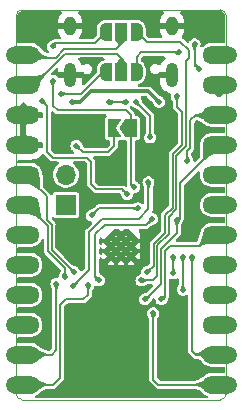
<source format=gbl>
G04 #@! TF.GenerationSoftware,KiCad,Pcbnew,(6.99.0-1912-g359c99991b)*
G04 #@! TF.CreationDate,2023-05-12T11:08:48+07:00*
G04 #@! TF.ProjectId,artemisia,61727465-6d69-4736-9961-2e6b69636164,1*
G04 #@! TF.SameCoordinates,Original*
G04 #@! TF.FileFunction,Copper,L2,Bot*
G04 #@! TF.FilePolarity,Positive*
%FSLAX46Y46*%
G04 Gerber Fmt 4.6, Leading zero omitted, Abs format (unit mm)*
G04 Created by KiCad (PCBNEW (6.99.0-1912-g359c99991b)) date 2023-05-12 11:08:48*
%MOMM*%
%LPD*%
G01*
G04 APERTURE LIST*
G04 Aperture macros list*
%AMFreePoly0*
4,1,19,0.550000,-0.750000,0.000000,-0.750000,0.000000,-0.744911,-0.071157,-0.744911,-0.207708,-0.704816,-0.327430,-0.627875,-0.420627,-0.520320,-0.479746,-0.390866,-0.500000,-0.250000,-0.500000,0.250000,-0.479746,0.390866,-0.420627,0.520320,-0.327430,0.627875,-0.207708,0.704816,-0.071157,0.744911,0.000000,0.744911,0.000000,0.750000,0.550000,0.750000,0.550000,-0.750000,0.550000,-0.750000,
$1*%
%AMFreePoly1*
4,1,19,0.000000,0.744911,0.071157,0.744911,0.207708,0.704816,0.327430,0.627875,0.420627,0.520320,0.479746,0.390866,0.500000,0.250000,0.500000,-0.250000,0.479746,-0.390866,0.420627,-0.520320,0.327430,-0.627875,0.207708,-0.704816,0.071157,-0.744911,0.000000,-0.744911,0.000000,-0.750000,-0.550000,-0.750000,-0.550000,0.750000,0.000000,0.750000,0.000000,0.744911,0.000000,0.744911,
$1*%
%AMFreePoly2*
4,1,6,1.000000,0.000000,0.500000,-0.750000,-0.500000,-0.750000,-0.500000,0.750000,0.500000,0.750000,1.000000,0.000000,1.000000,0.000000,$1*%
%AMFreePoly3*
4,1,6,0.500000,-0.750000,-0.650000,-0.750000,-0.150000,0.000000,-0.650000,0.750000,0.500000,0.750000,0.500000,-0.750000,0.500000,-0.750000,$1*%
G04 Aperture macros list end*
G04 #@! TA.AperFunction,ComponentPad*
%ADD10C,0.500000*%
G04 #@! TD*
G04 #@! TA.AperFunction,CastellatedPad*
%ADD11C,1.500000*%
G04 #@! TD*
G04 #@! TA.AperFunction,ComponentPad*
%ADD12O,2.800000X1.500000*%
G04 #@! TD*
G04 #@! TA.AperFunction,ComponentPad*
%ADD13R,1.700000X1.700000*%
G04 #@! TD*
G04 #@! TA.AperFunction,ComponentPad*
%ADD14O,1.700000X1.700000*%
G04 #@! TD*
G04 #@! TA.AperFunction,ComponentPad*
%ADD15O,1.000000X2.100000*%
G04 #@! TD*
G04 #@! TA.AperFunction,ComponentPad*
%ADD16O,1.000000X1.600000*%
G04 #@! TD*
G04 #@! TA.AperFunction,SMDPad,CuDef*
%ADD17FreePoly0,180.000000*%
G04 #@! TD*
G04 #@! TA.AperFunction,SMDPad,CuDef*
%ADD18R,1.000000X1.500000*%
G04 #@! TD*
G04 #@! TA.AperFunction,SMDPad,CuDef*
%ADD19FreePoly1,180.000000*%
G04 #@! TD*
G04 #@! TA.AperFunction,SMDPad,CuDef*
%ADD20FreePoly2,180.000000*%
G04 #@! TD*
G04 #@! TA.AperFunction,SMDPad,CuDef*
%ADD21FreePoly3,180.000000*%
G04 #@! TD*
G04 #@! TA.AperFunction,ViaPad*
%ADD22C,0.500000*%
G04 #@! TD*
G04 #@! TA.AperFunction,Conductor*
%ADD23C,0.300000*%
G04 #@! TD*
G04 #@! TA.AperFunction,Conductor*
%ADD24C,0.200000*%
G04 #@! TD*
G04 #@! TA.AperFunction,Conductor*
%ADD25C,0.150000*%
G04 #@! TD*
G04 #@! TA.AperFunction,Profile*
%ADD26C,0.100000*%
G04 #@! TD*
G04 APERTURE END LIST*
D10*
X8040000Y-20850000D03*
X8890000Y-20850000D03*
X9740000Y-20850000D03*
X8040000Y-20000000D03*
X8890000Y-20000000D03*
X9740000Y-20000000D03*
X8040000Y-19150000D03*
X8890000Y-19150000D03*
X9740000Y-19150000D03*
D11*
X17910000Y-31740000D03*
D12*
X17209999Y-31739999D03*
D11*
X17910000Y-29200000D03*
D12*
X17209999Y-29199999D03*
D11*
X17910000Y-26660000D03*
D12*
X17209999Y-26659999D03*
D11*
X17910000Y-24120000D03*
D12*
X17209999Y-24119999D03*
D11*
X17910000Y-21580000D03*
D12*
X17209999Y-21579999D03*
D11*
X17910000Y-19040000D03*
D12*
X17209999Y-19039999D03*
D11*
X17910000Y-16500000D03*
D12*
X17209999Y-16499999D03*
D11*
X17910000Y-13960000D03*
D12*
X17209999Y-13959999D03*
D11*
X17910000Y-11420000D03*
D12*
X17209999Y-11419999D03*
D11*
X17910000Y-8880000D03*
D12*
X17209999Y-8879999D03*
D11*
X17910000Y-6340000D03*
D12*
X17209999Y-6339999D03*
D11*
X17910000Y-3800000D03*
D12*
X17209999Y-3799999D03*
D13*
X4199999Y-16499999D03*
D14*
X4199999Y-13959999D03*
D11*
X-130000Y-3800000D03*
D12*
X569999Y-3799999D03*
D11*
X-130000Y-6340000D03*
D12*
X569999Y-6339999D03*
D11*
X-130000Y-8880000D03*
D12*
X569999Y-8879999D03*
D11*
X-130000Y-11420000D03*
D12*
X569999Y-11419999D03*
D11*
X-130000Y-13960000D03*
D12*
X569999Y-13959999D03*
D11*
X-130000Y-16500000D03*
D12*
X569999Y-16499999D03*
D11*
X-130000Y-19040000D03*
D12*
X569999Y-19039999D03*
D11*
X-130000Y-21580000D03*
D12*
X569999Y-21579999D03*
D11*
X-130000Y-24120000D03*
D12*
X569999Y-24119999D03*
D11*
X-130000Y-26660000D03*
D12*
X569999Y-26659999D03*
D11*
X-130000Y-29200000D03*
D12*
X569999Y-29199999D03*
D11*
X-130000Y-31740000D03*
D12*
X569999Y-31739999D03*
D15*
X13209999Y-5509999D03*
D16*
X13209999Y-1329999D03*
D15*
X4569999Y-5509999D03*
D16*
X4569999Y-1329999D03*
D17*
X10200000Y-5257500D03*
D18*
X8899999Y-5257499D03*
D19*
X7600000Y-5257500D03*
D17*
X10200000Y-1857500D03*
D18*
X8899999Y-1857499D03*
D19*
X7600000Y-1857500D03*
D20*
X9725000Y-10000000D03*
D21*
X8275000Y-10000000D03*
D22*
X6700000Y-25000000D03*
X8890000Y-29600000D03*
X6850000Y-32000000D03*
X3700000Y-11900000D03*
X15600000Y-10100000D03*
X6500000Y-10300000D03*
X15200000Y-12300000D03*
X2300000Y-12850000D03*
X9350000Y-24550000D03*
X11500000Y-12950000D03*
X7300000Y-14500000D03*
X16900000Y-2200000D03*
X15000000Y-14600000D03*
X3800000Y-19550000D03*
X13400000Y-24500000D03*
X1950000Y-20300000D03*
X4700000Y-7800000D03*
X12100000Y-7800000D03*
X9300000Y-7800000D03*
X7900000Y-7800000D03*
X10900000Y-24500000D03*
X7000000Y-22900000D03*
X13600000Y-17800000D03*
X15500000Y-5000000D03*
X15100000Y-2900000D03*
X11500000Y-17700000D03*
X11200000Y-14600000D03*
X4800000Y-23400000D03*
X14500000Y-12800000D03*
X10600000Y-22900000D03*
X13800000Y-3600000D03*
X11100000Y-22200000D03*
X13600000Y-7300000D03*
X4900000Y-22200000D03*
X4100000Y-22600000D03*
X3800000Y-7100000D03*
X2200000Y-7700000D03*
X9400000Y-15600000D03*
X5100000Y-11500000D03*
X3100000Y-3100000D03*
X10000000Y-15000000D03*
X3100000Y-6000000D03*
X3400000Y-23200000D03*
X6100000Y-23300000D03*
X10300000Y-16800000D03*
X6400000Y-17400000D03*
X12300000Y-24500000D03*
X11600000Y-25700000D03*
X13300000Y-22300000D03*
X13300000Y-20900000D03*
X14100000Y-23700000D03*
X14100000Y-20900000D03*
X14900000Y-20900000D03*
X11340000Y-10800000D03*
X10140000Y-7800000D03*
D23*
X4700000Y-7800000D02*
X5400000Y-7800000D01*
X11200000Y-6900000D02*
X12100000Y-7800000D01*
X5400000Y-7800000D02*
X6300000Y-6900000D01*
X6300000Y-6900000D02*
X11200000Y-6900000D01*
D24*
X7900000Y-7800000D02*
X9300000Y-7800000D01*
X10900000Y-24500000D02*
X11000000Y-24500000D01*
X15100000Y-4600000D02*
X15500000Y-5000000D01*
X13600000Y-17800000D02*
X13862247Y-17537753D01*
X16510000Y-12040000D02*
X16510000Y-11420000D01*
X12275480Y-20224520D02*
X13600000Y-18900000D01*
X15100000Y-4600000D02*
X15100000Y-2900000D01*
X7500000Y-18200000D02*
X11000000Y-18200000D01*
X13600000Y-18900000D02*
X13600000Y-17800000D01*
X13862247Y-14687753D02*
X16510000Y-12040000D01*
X13862247Y-17537753D02*
X13862247Y-14687753D01*
X6700000Y-22600000D02*
X6700000Y-19000000D01*
X11000000Y-18200000D02*
X11500000Y-17700000D01*
X11000000Y-24500000D02*
X12275480Y-23224520D01*
X6700000Y-19000000D02*
X7500000Y-18200000D01*
X7000000Y-22900000D02*
X6700000Y-22600000D01*
X12275480Y-23224520D02*
X12275480Y-20224520D01*
D25*
X15220000Y-8880000D02*
X16510000Y-8880000D01*
X14500000Y-11950000D02*
X14750000Y-11700000D01*
D24*
X10400000Y-17700000D02*
X11200000Y-16900000D01*
X7300000Y-17700000D02*
X10400000Y-17700000D01*
D25*
X14500000Y-12800000D02*
X14500000Y-11950000D01*
D24*
X6174519Y-18825481D02*
X7300000Y-17700000D01*
X11200000Y-16900000D02*
X11200000Y-14600000D01*
D25*
X14750000Y-11700000D02*
X14750000Y-9350000D01*
X14750000Y-9350000D02*
X15220000Y-8880000D01*
D24*
X6174519Y-22025481D02*
X6174519Y-18825481D01*
X4800000Y-23400000D02*
X6174519Y-22025481D01*
D25*
X14350480Y-11549520D02*
X13537727Y-12362273D01*
X11950960Y-22549040D02*
X11600000Y-22900000D01*
X10200000Y-1857500D02*
X11042500Y-2700000D01*
X11950960Y-19949040D02*
X11950960Y-22549040D01*
X14600000Y-4100000D02*
X14350480Y-4349520D01*
X14350480Y-4349520D02*
X14350480Y-11549520D01*
X12900000Y-19000000D02*
X11950960Y-19949040D01*
X14600000Y-3400000D02*
X14600000Y-4100000D01*
X11600000Y-22900000D02*
X10600000Y-22900000D01*
X11042500Y-2700000D02*
X13900000Y-2700000D01*
X13537727Y-16862273D02*
X12900000Y-17500000D01*
X13537727Y-12362273D02*
X13537727Y-16862273D01*
X13900000Y-2700000D02*
X14600000Y-3400000D01*
X12900000Y-17500000D02*
X12900000Y-19000000D01*
X13238207Y-16738207D02*
X13238207Y-12238207D01*
X14050960Y-8650960D02*
X13600000Y-8200000D01*
X11100000Y-22200000D02*
X11651440Y-21648560D01*
X13238207Y-12238207D02*
X14050960Y-11425454D01*
X13600000Y-8200000D02*
X13600000Y-7300000D01*
X10200000Y-4000000D02*
X10200000Y-5257500D01*
X10600000Y-3600000D02*
X10200000Y-4000000D01*
X11651440Y-19824974D02*
X12600480Y-18875934D01*
X12600480Y-17375934D02*
X13238207Y-16738207D01*
X11651440Y-21648560D02*
X11651440Y-19824974D01*
X13800000Y-3600000D02*
X10600000Y-3600000D01*
X14050960Y-11425454D02*
X14050960Y-8650960D01*
X12600480Y-18875934D02*
X12600480Y-17375934D01*
X2600000Y-15800000D02*
X1270000Y-14470000D01*
X4900000Y-22200000D02*
X3000000Y-20300000D01*
X2600000Y-17776414D02*
X2600000Y-15800000D01*
X3000000Y-20300000D02*
X3000000Y-18176414D01*
X1270000Y-14470000D02*
X1270000Y-13960000D01*
X3000000Y-18176414D02*
X2600000Y-17776414D01*
X2700000Y-18300000D02*
X1270000Y-16870000D01*
X4100000Y-22600000D02*
X4100000Y-21823586D01*
X2700000Y-20423586D02*
X2700000Y-18300000D01*
X1270000Y-16870000D02*
X1270000Y-16500000D01*
X4100000Y-21823586D02*
X2700000Y-20423586D01*
X3350000Y-4050000D02*
X4049520Y-3350480D01*
X8449520Y-3350480D02*
X8900000Y-2900000D01*
X1520000Y-4050000D02*
X3350000Y-4050000D01*
X8900000Y-2900000D02*
X8900000Y-1857500D01*
X4049520Y-3350480D02*
X8449520Y-3350480D01*
X1270000Y-3800000D02*
X1520000Y-4050000D01*
X8550000Y-3700000D02*
X4123586Y-3700000D01*
X4123586Y-3700000D02*
X1483586Y-6340000D01*
X8900000Y-5257500D02*
X8900000Y-4050000D01*
X1483586Y-6340000D02*
X1270000Y-6340000D01*
X8900000Y-4050000D02*
X8550000Y-3700000D01*
X6799040Y-15200000D02*
X6349520Y-14750480D01*
X9000000Y-15200000D02*
X6799040Y-15200000D01*
X7342500Y-5257500D02*
X7600000Y-5257500D01*
X6000000Y-12500000D02*
X3100000Y-12500000D01*
X2600000Y-8100000D02*
X2200000Y-7700000D01*
X6349520Y-14750480D02*
X6349519Y-12849519D01*
X6349519Y-12849519D02*
X6000000Y-12500000D01*
X2600000Y-12000000D02*
X2600000Y-8100000D01*
X5500000Y-7100000D02*
X7342500Y-5257500D01*
X3800000Y-7100000D02*
X5500000Y-7100000D01*
X3100000Y-12500000D02*
X2600000Y-12000000D01*
X9400000Y-15600000D02*
X9000000Y-15200000D01*
X5650480Y-12050480D02*
X7749520Y-12050480D01*
X5100000Y-11500000D02*
X5650480Y-12050480D01*
X7749520Y-12050480D02*
X8275000Y-11525000D01*
X8275000Y-11525000D02*
X8275000Y-10000000D01*
X3100000Y-8100000D02*
X3100000Y-6000000D01*
X3100000Y-3100000D02*
X3400000Y-2800000D01*
X9725000Y-8925000D02*
X9300000Y-8500000D01*
X9300000Y-8500000D02*
X3500000Y-8500000D01*
X3400000Y-2800000D02*
X6657500Y-2800000D01*
X3500000Y-8500000D02*
X3100000Y-8100000D01*
X10000000Y-15000000D02*
X9725000Y-14725000D01*
X6657500Y-2800000D02*
X7600000Y-1857500D01*
X9725000Y-14725000D02*
X9725000Y-10000000D01*
X9725000Y-10000000D02*
X9725000Y-8925000D01*
X3400000Y-28800000D02*
X3000000Y-29200000D01*
X3400000Y-23200000D02*
X3400000Y-28800000D01*
X3000000Y-29200000D02*
X1270000Y-29200000D01*
X5700000Y-24500000D02*
X6100000Y-24100000D01*
X3699520Y-25000480D02*
X4200000Y-24500000D01*
X6100000Y-24100000D02*
X6100000Y-23300000D01*
X3699520Y-31200480D02*
X3699520Y-25000480D01*
X3160000Y-31740000D02*
X3699520Y-31200480D01*
X4200000Y-24500000D02*
X5700000Y-24500000D01*
X1270000Y-31740000D02*
X3160000Y-31740000D01*
X10300000Y-16800000D02*
X7000000Y-16800000D01*
X7000000Y-16800000D02*
X6400000Y-17400000D01*
X12300000Y-24500000D02*
X12600000Y-24200000D01*
X12600000Y-20400000D02*
X13000000Y-20000000D01*
X15550000Y-20000000D02*
X16510000Y-19040000D01*
X13000000Y-20000000D02*
X15550000Y-20000000D01*
X12600000Y-24200000D02*
X12600000Y-20400000D01*
X11600000Y-31300000D02*
X11600000Y-25700000D01*
X12040000Y-31740000D02*
X11600000Y-31300000D01*
X16510000Y-31740000D02*
X12040000Y-31740000D01*
X13300000Y-20900000D02*
X13300000Y-22300000D01*
X14100000Y-20900000D02*
X14100000Y-23700000D01*
X16510000Y-29200000D02*
X15200000Y-29200000D01*
X14900000Y-28900000D02*
X14900000Y-20900000D01*
X15200000Y-29200000D02*
X14900000Y-28900000D01*
X11340000Y-10800000D02*
X11340000Y-9000000D01*
X11340000Y-9000000D02*
X10140000Y-7800000D01*
G04 #@! TA.AperFunction,Conductor*
G36*
X12592725Y-3949502D02*
G01*
X12639218Y-4003158D01*
X12649322Y-4073432D01*
X12619828Y-4138012D01*
X12604537Y-4152899D01*
X12498573Y-4239861D01*
X12489861Y-4248573D01*
X12371755Y-4392486D01*
X12364904Y-4402739D01*
X12277141Y-4566931D01*
X12272428Y-4578311D01*
X12265403Y-4601468D01*
X12226487Y-4660849D01*
X12161646Y-4689764D01*
X12091465Y-4679032D01*
X12055734Y-4653986D01*
X12033220Y-4631472D01*
X11913126Y-4570281D01*
X11903337Y-4568731D01*
X11903335Y-4568730D01*
X11868620Y-4563232D01*
X11813488Y-4554500D01*
X11746512Y-4554500D01*
X11691380Y-4563232D01*
X11656665Y-4568730D01*
X11656663Y-4568731D01*
X11646874Y-4570281D01*
X11526780Y-4631472D01*
X11431472Y-4726780D01*
X11370281Y-4846874D01*
X11368731Y-4856663D01*
X11368730Y-4856665D01*
X11360318Y-4909778D01*
X11349196Y-4980000D01*
X11350747Y-4989793D01*
X11365859Y-5085204D01*
X11370281Y-5113126D01*
X11431472Y-5233220D01*
X11526780Y-5328528D01*
X11646874Y-5389719D01*
X11656663Y-5391269D01*
X11656665Y-5391270D01*
X11686149Y-5395940D01*
X11746512Y-5405500D01*
X11813488Y-5405500D01*
X11873851Y-5395940D01*
X11903335Y-5391270D01*
X11903337Y-5391269D01*
X11913126Y-5389719D01*
X12033220Y-5328528D01*
X12076715Y-5285033D01*
X12139027Y-5251007D01*
X12192591Y-5251007D01*
X12215545Y-5256000D01*
X13338000Y-5256000D01*
X13406121Y-5276002D01*
X13452614Y-5329658D01*
X13464000Y-5382000D01*
X13464000Y-5638000D01*
X13443998Y-5706121D01*
X13390342Y-5752614D01*
X13338000Y-5764000D01*
X12220115Y-5764000D01*
X12204876Y-5768475D01*
X12203671Y-5769865D01*
X12202000Y-5777548D01*
X12202000Y-6106426D01*
X12202303Y-6112598D01*
X12215978Y-6251438D01*
X12218384Y-6263532D01*
X12272427Y-6441687D01*
X12277141Y-6453069D01*
X12364904Y-6617261D01*
X12371755Y-6627514D01*
X12489861Y-6771427D01*
X12498573Y-6780139D01*
X12642486Y-6898245D01*
X12652739Y-6905096D01*
X12816931Y-6992859D01*
X12828313Y-6997573D01*
X13012397Y-7053415D01*
X13011979Y-7054793D01*
X13068471Y-7084338D01*
X13103607Y-7146031D01*
X13105703Y-7192948D01*
X13091594Y-7291077D01*
X13091594Y-7291083D01*
X13090312Y-7300000D01*
X13110958Y-7443596D01*
X13114701Y-7451792D01*
X13114702Y-7451796D01*
X13130298Y-7485946D01*
X13137475Y-7505992D01*
X13141445Y-7520968D01*
X13183782Y-7607402D01*
X13190024Y-7619350D01*
X13190605Y-7620395D01*
X13197332Y-7631800D01*
X13230776Y-7685327D01*
X13235847Y-7693443D01*
X13238248Y-7697450D01*
X13245506Y-7710100D01*
X13261832Y-7763010D01*
X13265443Y-7809363D01*
X13266850Y-7814766D01*
X13267772Y-7820264D01*
X13267352Y-7820334D01*
X13270500Y-7844919D01*
X13270500Y-8180118D01*
X13270020Y-8191100D01*
X13267870Y-8215679D01*
X13266690Y-8229160D01*
X13269543Y-8239807D01*
X13269543Y-8239809D01*
X13276580Y-8266070D01*
X13278959Y-8276801D01*
X13283480Y-8302437D01*
X13285595Y-8314434D01*
X13291106Y-8323979D01*
X13292363Y-8327433D01*
X13293913Y-8330757D01*
X13296765Y-8341401D01*
X13303085Y-8350427D01*
X13303086Y-8350429D01*
X13318681Y-8372700D01*
X13324587Y-8381971D01*
X13338180Y-8405515D01*
X13338182Y-8405518D01*
X13343695Y-8415066D01*
X13352142Y-8422154D01*
X13352143Y-8422155D01*
X13372962Y-8439624D01*
X13381067Y-8447050D01*
X13684556Y-8750540D01*
X13718581Y-8812852D01*
X13721460Y-8839635D01*
X13721460Y-11236781D01*
X13701458Y-11304902D01*
X13684555Y-11325876D01*
X13019284Y-11991147D01*
X13011180Y-11998574D01*
X12981902Y-12023141D01*
X12976392Y-12032684D01*
X12976389Y-12032688D01*
X12962794Y-12056236D01*
X12956890Y-12065503D01*
X12934972Y-12096806D01*
X12932120Y-12107450D01*
X12930570Y-12110774D01*
X12929313Y-12114228D01*
X12923802Y-12123773D01*
X12921888Y-12134625D01*
X12921888Y-12134626D01*
X12917166Y-12161406D01*
X12914788Y-12172134D01*
X12904897Y-12209047D01*
X12905858Y-12220029D01*
X12908227Y-12247107D01*
X12908707Y-12258089D01*
X12908707Y-16549534D01*
X12888705Y-16617655D01*
X12871802Y-16638629D01*
X12381557Y-17128874D01*
X12373453Y-17136301D01*
X12344175Y-17160868D01*
X12338665Y-17170411D01*
X12338662Y-17170415D01*
X12325067Y-17193963D01*
X12319163Y-17203230D01*
X12297245Y-17234533D01*
X12294393Y-17245177D01*
X12292843Y-17248501D01*
X12291586Y-17251955D01*
X12286075Y-17261500D01*
X12284161Y-17272352D01*
X12284161Y-17272353D01*
X12279439Y-17299133D01*
X12277060Y-17309864D01*
X12273912Y-17321614D01*
X12267170Y-17346774D01*
X12269816Y-17377016D01*
X12270500Y-17384834D01*
X12270980Y-17395816D01*
X12270980Y-18687261D01*
X12250978Y-18755382D01*
X12234075Y-18776356D01*
X11432517Y-19577914D01*
X11424413Y-19585341D01*
X11395135Y-19609908D01*
X11389625Y-19619451D01*
X11389622Y-19619455D01*
X11376027Y-19643003D01*
X11370121Y-19652274D01*
X11357030Y-19670970D01*
X11348205Y-19683573D01*
X11345353Y-19694217D01*
X11343803Y-19697541D01*
X11342546Y-19700995D01*
X11337035Y-19710540D01*
X11335121Y-19721392D01*
X11335121Y-19721393D01*
X11330399Y-19748173D01*
X11328021Y-19758901D01*
X11318130Y-19795814D01*
X11319091Y-19806796D01*
X11321460Y-19833874D01*
X11321940Y-19844856D01*
X11321940Y-21459886D01*
X11301938Y-21528007D01*
X11285035Y-21548981D01*
X11252187Y-21581829D01*
X11233558Y-21595943D01*
X11234078Y-21596688D01*
X11229005Y-21600229D01*
X11223607Y-21603258D01*
X11218907Y-21607279D01*
X11218905Y-21607280D01*
X11188275Y-21633482D01*
X11139311Y-21659352D01*
X11134745Y-21660589D01*
X11125290Y-21663149D01*
X11120726Y-21664294D01*
X11049898Y-21680650D01*
X11036967Y-21683989D01*
X11035809Y-21684320D01*
X11035046Y-21684560D01*
X11035031Y-21684564D01*
X11023803Y-21688088D01*
X11023767Y-21688100D01*
X11023056Y-21688323D01*
X11022316Y-21688577D01*
X11022299Y-21688582D01*
X10938301Y-21717347D01*
X10938299Y-21717348D01*
X10932000Y-21719505D01*
X10926289Y-21722937D01*
X10921649Y-21725096D01*
X10903985Y-21731756D01*
X10896913Y-21733832D01*
X10896909Y-21733834D01*
X10888268Y-21736371D01*
X10880691Y-21741241D01*
X10880690Y-21741241D01*
X10773805Y-21809932D01*
X10773802Y-21809934D01*
X10766225Y-21814804D01*
X10760324Y-21821614D01*
X10677125Y-21917630D01*
X10677123Y-21917633D01*
X10671223Y-21924442D01*
X10667479Y-21932639D01*
X10667479Y-21932640D01*
X10654953Y-21960069D01*
X10610958Y-22056404D01*
X10590312Y-22200000D01*
X10591594Y-22208917D01*
X10591594Y-22208918D01*
X10599198Y-22261807D01*
X10589093Y-22332081D01*
X10542600Y-22385736D01*
X10509978Y-22400634D01*
X10396914Y-22433832D01*
X10396912Y-22433833D01*
X10388268Y-22436371D01*
X10380689Y-22441242D01*
X10273805Y-22509932D01*
X10273802Y-22509934D01*
X10266225Y-22514804D01*
X10260324Y-22521614D01*
X10177125Y-22617630D01*
X10177123Y-22617633D01*
X10171223Y-22624442D01*
X10110958Y-22756404D01*
X10109676Y-22765321D01*
X10092601Y-22884083D01*
X10090312Y-22900000D01*
X10110958Y-23043596D01*
X10114701Y-23051792D01*
X10150574Y-23130342D01*
X10171223Y-23175558D01*
X10177123Y-23182367D01*
X10177125Y-23182370D01*
X10249005Y-23265323D01*
X10266225Y-23285196D01*
X10273802Y-23290066D01*
X10273805Y-23290068D01*
X10315040Y-23316568D01*
X10388268Y-23363629D01*
X10396912Y-23366167D01*
X10396914Y-23366168D01*
X10518819Y-23401962D01*
X10518821Y-23401962D01*
X10527464Y-23404500D01*
X10672536Y-23404500D01*
X10681179Y-23401962D01*
X10681181Y-23401962D01*
X10803083Y-23366169D01*
X10803086Y-23366168D01*
X10811732Y-23363629D01*
X10818689Y-23359158D01*
X10820971Y-23358553D01*
X10826527Y-23355832D01*
X10826531Y-23355830D01*
X10906683Y-23316568D01*
X10907412Y-23316211D01*
X10919339Y-23309981D01*
X10920377Y-23309404D01*
X10925186Y-23306568D01*
X10931138Y-23303058D01*
X10931169Y-23303039D01*
X10931800Y-23302667D01*
X10993474Y-23264133D01*
X10997496Y-23261724D01*
X11010085Y-23254501D01*
X11063008Y-23238167D01*
X11109364Y-23234556D01*
X11114764Y-23233150D01*
X11120263Y-23232228D01*
X11120333Y-23232647D01*
X11144918Y-23229500D01*
X11464971Y-23229500D01*
X11533092Y-23249502D01*
X11579585Y-23303158D01*
X11589689Y-23373432D01*
X11560195Y-23438012D01*
X11554066Y-23444595D01*
X11079547Y-23919114D01*
X11059040Y-23935543D01*
X11054899Y-23937632D01*
X11050026Y-23941442D01*
X11050023Y-23941444D01*
X11045191Y-23945222D01*
X10976983Y-23971607D01*
X10976957Y-23971609D01*
X10976783Y-23971621D01*
X10973026Y-23971914D01*
X10972609Y-23971947D01*
X10972595Y-23971948D01*
X10972200Y-23971979D01*
X10971931Y-23972002D01*
X10971838Y-23972010D01*
X10912352Y-23977185D01*
X10889542Y-23979169D01*
X10877617Y-23980807D01*
X10865527Y-23982468D01*
X10865516Y-23982470D01*
X10863964Y-23982683D01*
X10861688Y-23983112D01*
X10836747Y-23989103D01*
X10743780Y-24016359D01*
X10731013Y-24020463D01*
X10729868Y-24020864D01*
X10717226Y-24025665D01*
X10715874Y-24026561D01*
X10699742Y-24033002D01*
X10696914Y-24033832D01*
X10696911Y-24033833D01*
X10688268Y-24036371D01*
X10680689Y-24041242D01*
X10573805Y-24109932D01*
X10573802Y-24109934D01*
X10566225Y-24114804D01*
X10560324Y-24121614D01*
X10477125Y-24217630D01*
X10477123Y-24217633D01*
X10471223Y-24224442D01*
X10410958Y-24356404D01*
X10390312Y-24500000D01*
X10410958Y-24643596D01*
X10471223Y-24775558D01*
X10477123Y-24782367D01*
X10477125Y-24782370D01*
X10560321Y-24878383D01*
X10566225Y-24885196D01*
X10573802Y-24890066D01*
X10573805Y-24890068D01*
X10650764Y-24939527D01*
X10688268Y-24963629D01*
X10696912Y-24966167D01*
X10696914Y-24966168D01*
X10818819Y-25001962D01*
X10818821Y-25001962D01*
X10827464Y-25004500D01*
X10972536Y-25004500D01*
X10981179Y-25001962D01*
X10981181Y-25001962D01*
X11103086Y-24966168D01*
X11103088Y-24966167D01*
X11111732Y-24963629D01*
X11149236Y-24939527D01*
X11226195Y-24890068D01*
X11226198Y-24890066D01*
X11233775Y-24885196D01*
X11239677Y-24878385D01*
X11239679Y-24878383D01*
X11254640Y-24861117D01*
X11272924Y-24843849D01*
X11280485Y-24838019D01*
X11287502Y-24829980D01*
X11335001Y-24775558D01*
X11351709Y-24756415D01*
X11364718Y-24740249D01*
X11365827Y-24738752D01*
X11377419Y-24721731D01*
X11378061Y-24720703D01*
X11378074Y-24720683D01*
X11422541Y-24649475D01*
X11422549Y-24649462D01*
X11422903Y-24648895D01*
X11428460Y-24639567D01*
X11428946Y-24638711D01*
X11429228Y-24638188D01*
X11429254Y-24638142D01*
X11433855Y-24629623D01*
X11433864Y-24629605D01*
X11434161Y-24629056D01*
X11461510Y-24575755D01*
X11466741Y-24566536D01*
X11467915Y-24564657D01*
X11488078Y-24532369D01*
X11500024Y-24516254D01*
X11505087Y-24510454D01*
X11552632Y-24455982D01*
X11555532Y-24451123D01*
X11558852Y-24446550D01*
X11559036Y-24446683D01*
X11574478Y-24426861D01*
X11576499Y-24424840D01*
X11638811Y-24390814D01*
X11709626Y-24395879D01*
X11766462Y-24438426D01*
X11789473Y-24500121D01*
X11790312Y-24500000D01*
X11810958Y-24643596D01*
X11871223Y-24775558D01*
X11877123Y-24782367D01*
X11877125Y-24782370D01*
X11960321Y-24878383D01*
X11966225Y-24885196D01*
X11973802Y-24890066D01*
X11973805Y-24890068D01*
X12050764Y-24939527D01*
X12088268Y-24963629D01*
X12096912Y-24966167D01*
X12096914Y-24966168D01*
X12218819Y-25001962D01*
X12218821Y-25001962D01*
X12227464Y-25004500D01*
X12372536Y-25004500D01*
X12381179Y-25001962D01*
X12381181Y-25001962D01*
X12503086Y-24966168D01*
X12503088Y-24966167D01*
X12511732Y-24963629D01*
X12549236Y-24939527D01*
X12626195Y-24890068D01*
X12626198Y-24890066D01*
X12633775Y-24885196D01*
X12639679Y-24878383D01*
X12722875Y-24782370D01*
X12722877Y-24782367D01*
X12728777Y-24775558D01*
X12732521Y-24767360D01*
X12732523Y-24767357D01*
X12752283Y-24724089D01*
X12764520Y-24702980D01*
X12768326Y-24697675D01*
X12768327Y-24697673D01*
X12771932Y-24692649D01*
X12781580Y-24671391D01*
X12815473Y-24596712D01*
X12817504Y-24592450D01*
X12854089Y-24519257D01*
X12854334Y-24518767D01*
X12858557Y-24509904D01*
X12858922Y-24509099D01*
X12860142Y-24506265D01*
X12862654Y-24500424D01*
X12862879Y-24499902D01*
X12874798Y-24470667D01*
X12890822Y-24431360D01*
X12890823Y-24431358D01*
X12891356Y-24430050D01*
X12891832Y-24428711D01*
X12898803Y-24409098D01*
X12898806Y-24409089D01*
X12899284Y-24407744D01*
X12899907Y-24405700D01*
X12905787Y-24382676D01*
X12914703Y-24339633D01*
X12922748Y-24300793D01*
X12922749Y-24300786D01*
X12922996Y-24299595D01*
X12926326Y-24279622D01*
X12926555Y-24277817D01*
X12928313Y-24257764D01*
X12928363Y-24256727D01*
X12929658Y-24248945D01*
X12930458Y-24239806D01*
X12933310Y-24229160D01*
X12932350Y-24218183D01*
X12932350Y-24218179D01*
X12931740Y-24211208D01*
X12931410Y-24194108D01*
X12932581Y-24170020D01*
X12933597Y-24149139D01*
X12931108Y-24133707D01*
X12929500Y-24113644D01*
X12929500Y-22885327D01*
X12949502Y-22817206D01*
X13003158Y-22770713D01*
X13073432Y-22760609D01*
X13090997Y-22764431D01*
X13196812Y-22795500D01*
X13227464Y-22804500D01*
X13372536Y-22804500D01*
X13381179Y-22801962D01*
X13381181Y-22801962D01*
X13503086Y-22766168D01*
X13503088Y-22766167D01*
X13511732Y-22763629D01*
X13519310Y-22758759D01*
X13519312Y-22758758D01*
X13576379Y-22722083D01*
X13644500Y-22702081D01*
X13712621Y-22722083D01*
X13759114Y-22775739D01*
X13770500Y-22828081D01*
X13770500Y-23155273D01*
X13767307Y-23178418D01*
X13768203Y-23178577D01*
X13767119Y-23184674D01*
X13765443Y-23190636D01*
X13761832Y-23236988D01*
X13745500Y-23289907D01*
X13738266Y-23302514D01*
X13735838Y-23306568D01*
X13698601Y-23366169D01*
X13697331Y-23368201D01*
X13696924Y-23368891D01*
X13696907Y-23368919D01*
X13693313Y-23375013D01*
X13690605Y-23379604D01*
X13690024Y-23380649D01*
X13683782Y-23392597D01*
X13641445Y-23479031D01*
X13639836Y-23485485D01*
X13638427Y-23491134D01*
X13630785Y-23512987D01*
X13622513Y-23531101D01*
X13610958Y-23556404D01*
X13590312Y-23700000D01*
X13591594Y-23708917D01*
X13593236Y-23720334D01*
X13610958Y-23843596D01*
X13671223Y-23975558D01*
X13677123Y-23982367D01*
X13677125Y-23982370D01*
X13757599Y-24075241D01*
X13766225Y-24085196D01*
X13773802Y-24090066D01*
X13773805Y-24090068D01*
X13826195Y-24123737D01*
X13888268Y-24163629D01*
X13896912Y-24166167D01*
X13896914Y-24166168D01*
X14018819Y-24201962D01*
X14018821Y-24201962D01*
X14027464Y-24204500D01*
X14172536Y-24204500D01*
X14181179Y-24201962D01*
X14181181Y-24201962D01*
X14303086Y-24166168D01*
X14303088Y-24166167D01*
X14311732Y-24163629D01*
X14319310Y-24158759D01*
X14319312Y-24158758D01*
X14376379Y-24122083D01*
X14444500Y-24102081D01*
X14512621Y-24122083D01*
X14559114Y-24175739D01*
X14570500Y-24228081D01*
X14570500Y-28880118D01*
X14570020Y-28891100D01*
X14566690Y-28929160D01*
X14569543Y-28939807D01*
X14569543Y-28939809D01*
X14576580Y-28966070D01*
X14578959Y-28976801D01*
X14583594Y-29003084D01*
X14585595Y-29014434D01*
X14591106Y-29023979D01*
X14592363Y-29027433D01*
X14593913Y-29030757D01*
X14596765Y-29041401D01*
X14603085Y-29050427D01*
X14603086Y-29050429D01*
X14618681Y-29072700D01*
X14624587Y-29081971D01*
X14638180Y-29105515D01*
X14638182Y-29105518D01*
X14643695Y-29115066D01*
X14672981Y-29139640D01*
X14681072Y-29147055D01*
X14952940Y-29418923D01*
X14960367Y-29427027D01*
X14984934Y-29456305D01*
X14994477Y-29461815D01*
X14994481Y-29461818D01*
X15018029Y-29475413D01*
X15027300Y-29481319D01*
X15049571Y-29496914D01*
X15049573Y-29496915D01*
X15058599Y-29503235D01*
X15069243Y-29506087D01*
X15072567Y-29507637D01*
X15076021Y-29508894D01*
X15085566Y-29514405D01*
X15096418Y-29516319D01*
X15096419Y-29516319D01*
X15123199Y-29521041D01*
X15133930Y-29523420D01*
X15160191Y-29530457D01*
X15160193Y-29530457D01*
X15170840Y-29533310D01*
X15181824Y-29532349D01*
X15181825Y-29532349D01*
X15208900Y-29529980D01*
X15219882Y-29529500D01*
X15324618Y-29529500D01*
X15375155Y-29540079D01*
X15410898Y-29555729D01*
X15425438Y-29563256D01*
X15630374Y-29686864D01*
X15642071Y-29694849D01*
X15705974Y-29743955D01*
X15736128Y-29777212D01*
X15761570Y-29818031D01*
X15765975Y-29822665D01*
X15897922Y-29961475D01*
X15897926Y-29961479D01*
X15902322Y-29966103D01*
X15907561Y-29969750D01*
X15907564Y-29969752D01*
X16007418Y-30039252D01*
X16070000Y-30082810D01*
X16257739Y-30163375D01*
X16263997Y-30164661D01*
X16264000Y-30164662D01*
X16334381Y-30179126D01*
X16457852Y-30204500D01*
X17553500Y-30204500D01*
X17621621Y-30224502D01*
X17668114Y-30278158D01*
X17679500Y-30330500D01*
X17679500Y-30609500D01*
X17659498Y-30677621D01*
X17605842Y-30724114D01*
X17553500Y-30735500D01*
X16509060Y-30735500D01*
X16505886Y-30735823D01*
X16505881Y-30735823D01*
X16451471Y-30741356D01*
X16356753Y-30750988D01*
X16161827Y-30812147D01*
X16156240Y-30815248D01*
X15988788Y-30908191D01*
X15988784Y-30908194D01*
X15983202Y-30911292D01*
X15828191Y-31044364D01*
X15824282Y-31049414D01*
X15824281Y-31049415D01*
X15790521Y-31093029D01*
X15761475Y-31120272D01*
X15674306Y-31179230D01*
X15662157Y-31187447D01*
X15648758Y-31195350D01*
X15451701Y-31295732D01*
X15435333Y-31302663D01*
X15247061Y-31367141D01*
X15228021Y-31372041D01*
X15168675Y-31382458D01*
X15024813Y-31407710D01*
X15024746Y-31407329D01*
X14999535Y-31410500D01*
X12228673Y-31410500D01*
X12160552Y-31390498D01*
X12139578Y-31373595D01*
X11966405Y-31200422D01*
X11932379Y-31138110D01*
X11929500Y-31111327D01*
X11929500Y-26244723D01*
X11932693Y-26221576D01*
X11931798Y-26221417D01*
X11932882Y-26215317D01*
X11934557Y-26209360D01*
X11938168Y-26163005D01*
X11954501Y-26110085D01*
X11961728Y-26097489D01*
X11964133Y-26093474D01*
X12002667Y-26031800D01*
X12009394Y-26020395D01*
X12009975Y-26019350D01*
X12010330Y-26018670D01*
X12010347Y-26018639D01*
X12015844Y-26008118D01*
X12015860Y-26008087D01*
X12016216Y-26007405D01*
X12058554Y-25920972D01*
X12061571Y-25908873D01*
X12069214Y-25887013D01*
X12085301Y-25851788D01*
X12085301Y-25851787D01*
X12089042Y-25843596D01*
X12109688Y-25700000D01*
X12089042Y-25556404D01*
X12028777Y-25424442D01*
X12022877Y-25417633D01*
X12022875Y-25417630D01*
X11939676Y-25321614D01*
X11933775Y-25314804D01*
X11926198Y-25309934D01*
X11926195Y-25309932D01*
X11819311Y-25241242D01*
X11811732Y-25236371D01*
X11803088Y-25233833D01*
X11803086Y-25233832D01*
X11681181Y-25198038D01*
X11681179Y-25198038D01*
X11672536Y-25195500D01*
X11527464Y-25195500D01*
X11518821Y-25198038D01*
X11518819Y-25198038D01*
X11396914Y-25233832D01*
X11396912Y-25233833D01*
X11388268Y-25236371D01*
X11380689Y-25241242D01*
X11273805Y-25309932D01*
X11273802Y-25309934D01*
X11266225Y-25314804D01*
X11260324Y-25321614D01*
X11177125Y-25417630D01*
X11177123Y-25417633D01*
X11171223Y-25424442D01*
X11110958Y-25556404D01*
X11090312Y-25700000D01*
X11110958Y-25843596D01*
X11114701Y-25851792D01*
X11114702Y-25851796D01*
X11130298Y-25885946D01*
X11137475Y-25905992D01*
X11141445Y-25920968D01*
X11183782Y-26007402D01*
X11190024Y-26019350D01*
X11190605Y-26020395D01*
X11197332Y-26031800D01*
X11200793Y-26037339D01*
X11235847Y-26093443D01*
X11238248Y-26097450D01*
X11245506Y-26110100D01*
X11261832Y-26163010D01*
X11265443Y-26209363D01*
X11266850Y-26214766D01*
X11267772Y-26220264D01*
X11267352Y-26220334D01*
X11270500Y-26244919D01*
X11270500Y-31280118D01*
X11270020Y-31291100D01*
X11266690Y-31329160D01*
X11269543Y-31339807D01*
X11269543Y-31339809D01*
X11276580Y-31366070D01*
X11278959Y-31376801D01*
X11279957Y-31382458D01*
X11285595Y-31414434D01*
X11291106Y-31423979D01*
X11292363Y-31427433D01*
X11293913Y-31430757D01*
X11296765Y-31441401D01*
X11303085Y-31450427D01*
X11303086Y-31450429D01*
X11318681Y-31472700D01*
X11324587Y-31481971D01*
X11338180Y-31505515D01*
X11338182Y-31505518D01*
X11343695Y-31515066D01*
X11372981Y-31539640D01*
X11381072Y-31547055D01*
X11792940Y-31958923D01*
X11800367Y-31967027D01*
X11824934Y-31996305D01*
X11834477Y-32001815D01*
X11834481Y-32001818D01*
X11858029Y-32015413D01*
X11867300Y-32021319D01*
X11889571Y-32036914D01*
X11889573Y-32036915D01*
X11898599Y-32043235D01*
X11909243Y-32046087D01*
X11912567Y-32047637D01*
X11916021Y-32048894D01*
X11925566Y-32054405D01*
X11936418Y-32056319D01*
X11936419Y-32056319D01*
X11963199Y-32061041D01*
X11973930Y-32063420D01*
X12000191Y-32070457D01*
X12000193Y-32070457D01*
X12010840Y-32073310D01*
X12021824Y-32072349D01*
X12021825Y-32072349D01*
X12048900Y-32069980D01*
X12059882Y-32069500D01*
X14999827Y-32069500D01*
X15024704Y-32072904D01*
X15024812Y-32072290D01*
X15136121Y-32091828D01*
X15228025Y-32107959D01*
X15247057Y-32112857D01*
X15429111Y-32175204D01*
X15435323Y-32177332D01*
X15451691Y-32184263D01*
X15648759Y-32284651D01*
X15662158Y-32292554D01*
X15754938Y-32355307D01*
X15775671Y-32372866D01*
X15902322Y-32506103D01*
X15907561Y-32509750D01*
X15907564Y-32509752D01*
X16007418Y-32579252D01*
X16070000Y-32622810D01*
X16141939Y-32653682D01*
X16151329Y-32657711D01*
X16206041Y-32702956D01*
X16227607Y-32770598D01*
X16209179Y-32839161D01*
X16156608Y-32886878D01*
X16101640Y-32899500D01*
X1687466Y-32899500D01*
X1619345Y-32879498D01*
X1572852Y-32825842D01*
X1562748Y-32755568D01*
X1592242Y-32690988D01*
X1626318Y-32663332D01*
X1791212Y-32571809D01*
X1791216Y-32571806D01*
X1796798Y-32568708D01*
X1951809Y-32435636D01*
X1989478Y-32386971D01*
X2018525Y-32359727D01*
X2117840Y-32292555D01*
X2131238Y-32284652D01*
X2131240Y-32284651D01*
X2328311Y-32184260D01*
X2344675Y-32177331D01*
X2532929Y-32112860D01*
X2551964Y-32107962D01*
X2755187Y-32072291D01*
X2755254Y-32072671D01*
X2780468Y-32069500D01*
X3140118Y-32069500D01*
X3151100Y-32069980D01*
X3178175Y-32072349D01*
X3178176Y-32072349D01*
X3189160Y-32073310D01*
X3199807Y-32070457D01*
X3199809Y-32070457D01*
X3226070Y-32063420D01*
X3236801Y-32061041D01*
X3263581Y-32056319D01*
X3263582Y-32056319D01*
X3274434Y-32054405D01*
X3283979Y-32048894D01*
X3287433Y-32047637D01*
X3290757Y-32046087D01*
X3301401Y-32043235D01*
X3310427Y-32036915D01*
X3310429Y-32036914D01*
X3332700Y-32021319D01*
X3341971Y-32015413D01*
X3365515Y-32001820D01*
X3365518Y-32001818D01*
X3375066Y-31996305D01*
X3399624Y-31967038D01*
X3407050Y-31958933D01*
X3918456Y-31447528D01*
X3926560Y-31440102D01*
X3955825Y-31415546D01*
X3974930Y-31382454D01*
X3980833Y-31373190D01*
X3996431Y-31350913D01*
X3996433Y-31350909D01*
X4002755Y-31341880D01*
X4005608Y-31331233D01*
X4007162Y-31327901D01*
X4008415Y-31324459D01*
X4013925Y-31314914D01*
X4020561Y-31277282D01*
X4022940Y-31266553D01*
X4029976Y-31240294D01*
X4029976Y-31240290D01*
X4032830Y-31229640D01*
X4029499Y-31191565D01*
X4029020Y-31180584D01*
X4029020Y-25189154D01*
X4049022Y-25121033D01*
X4065925Y-25100058D01*
X4299580Y-24866404D01*
X4361892Y-24832379D01*
X4388675Y-24829500D01*
X5680118Y-24829500D01*
X5691100Y-24829980D01*
X5718175Y-24832349D01*
X5718176Y-24832349D01*
X5729160Y-24833310D01*
X5739807Y-24830457D01*
X5739809Y-24830457D01*
X5766070Y-24823420D01*
X5776801Y-24821041D01*
X5803581Y-24816319D01*
X5803582Y-24816319D01*
X5814434Y-24814405D01*
X5823979Y-24808894D01*
X5827433Y-24807637D01*
X5830757Y-24806087D01*
X5841401Y-24803235D01*
X5850427Y-24796915D01*
X5850429Y-24796914D01*
X5872700Y-24781319D01*
X5881971Y-24775413D01*
X5905515Y-24761820D01*
X5905518Y-24761818D01*
X5915066Y-24756305D01*
X5939640Y-24727019D01*
X5947055Y-24718928D01*
X6318923Y-24347060D01*
X6327027Y-24339633D01*
X6347861Y-24322151D01*
X6356305Y-24315066D01*
X6361815Y-24305523D01*
X6361818Y-24305519D01*
X6375413Y-24281971D01*
X6381319Y-24272700D01*
X6396914Y-24250429D01*
X6396915Y-24250427D01*
X6403235Y-24241401D01*
X6406087Y-24230757D01*
X6407637Y-24227433D01*
X6408894Y-24223979D01*
X6414405Y-24214434D01*
X6416318Y-24203583D01*
X6416321Y-24203576D01*
X6421044Y-24176791D01*
X6423422Y-24166063D01*
X6430457Y-24139807D01*
X6430457Y-24139805D01*
X6433309Y-24129161D01*
X6431952Y-24113644D01*
X6429979Y-24091097D01*
X6429500Y-24080116D01*
X6429500Y-23844723D01*
X6432693Y-23821576D01*
X6431798Y-23821417D01*
X6432882Y-23815317D01*
X6434557Y-23809360D01*
X6438168Y-23763005D01*
X6454501Y-23710085D01*
X6461728Y-23697489D01*
X6464133Y-23693474D01*
X6502667Y-23631800D01*
X6509394Y-23620395D01*
X6509975Y-23619350D01*
X6510330Y-23618670D01*
X6510347Y-23618639D01*
X6515844Y-23608118D01*
X6515860Y-23608087D01*
X6516216Y-23607405D01*
X6558554Y-23520972D01*
X6561571Y-23508873D01*
X6569214Y-23487013D01*
X6573209Y-23478266D01*
X6589042Y-23443596D01*
X6590325Y-23434674D01*
X6591876Y-23429391D01*
X6630259Y-23369665D01*
X6694840Y-23340171D01*
X6765114Y-23350274D01*
X6780466Y-23358656D01*
X6780687Y-23358757D01*
X6788268Y-23363629D01*
X6796912Y-23366167D01*
X6796914Y-23366168D01*
X6918819Y-23401962D01*
X6918821Y-23401962D01*
X6927464Y-23404500D01*
X7072536Y-23404500D01*
X7081179Y-23401962D01*
X7081181Y-23401962D01*
X7203086Y-23366168D01*
X7203088Y-23366167D01*
X7211732Y-23363629D01*
X7284960Y-23316568D01*
X7326195Y-23290068D01*
X7326198Y-23290066D01*
X7333775Y-23285196D01*
X7350995Y-23265323D01*
X7422875Y-23182370D01*
X7422877Y-23182367D01*
X7428777Y-23175558D01*
X7449427Y-23130342D01*
X7485299Y-23051792D01*
X7489042Y-23043596D01*
X7509688Y-22900000D01*
X7507400Y-22884083D01*
X7490324Y-22765321D01*
X7489042Y-22756404D01*
X7428777Y-22624442D01*
X7422877Y-22617633D01*
X7422875Y-22617630D01*
X7339676Y-22521614D01*
X7333775Y-22514804D01*
X7326198Y-22509934D01*
X7326195Y-22509932D01*
X7219311Y-22441242D01*
X7211732Y-22436371D01*
X7175475Y-22425725D01*
X7155773Y-22418094D01*
X7148722Y-22414658D01*
X7142732Y-22413083D01*
X7136935Y-22410932D01*
X7137932Y-22408245D01*
X7087646Y-22377903D01*
X7056339Y-22314181D01*
X7054500Y-22292731D01*
X7054500Y-21535767D01*
X7713406Y-21535767D01*
X7716467Y-21539855D01*
X7863583Y-21591334D01*
X7877291Y-21594463D01*
X8032971Y-21612004D01*
X8047029Y-21612004D01*
X8202709Y-21594463D01*
X8216417Y-21591334D01*
X8362177Y-21540330D01*
X8368866Y-21532768D01*
X8560785Y-21532768D01*
X8560947Y-21532874D01*
X8565747Y-21538894D01*
X8566467Y-21539855D01*
X8713583Y-21591334D01*
X8727291Y-21594463D01*
X8882971Y-21612004D01*
X8897029Y-21612004D01*
X9052709Y-21594463D01*
X9066417Y-21591334D01*
X9212177Y-21540330D01*
X9218866Y-21532768D01*
X9410785Y-21532768D01*
X9410947Y-21532874D01*
X9415747Y-21538894D01*
X9416467Y-21539855D01*
X9563583Y-21591334D01*
X9577291Y-21594463D01*
X9732971Y-21612004D01*
X9747029Y-21612004D01*
X9902709Y-21594463D01*
X9916417Y-21591334D01*
X10062175Y-21540331D01*
X10066650Y-21535273D01*
X10062596Y-21526149D01*
X9752812Y-21216365D01*
X9738868Y-21208751D01*
X9737035Y-21208882D01*
X9730420Y-21213133D01*
X9410785Y-21532768D01*
X9218866Y-21532768D01*
X9219030Y-21532583D01*
X8902812Y-21216365D01*
X8888868Y-21208751D01*
X8887035Y-21208882D01*
X8880420Y-21213133D01*
X8560785Y-21532768D01*
X8368866Y-21532768D01*
X8369030Y-21532583D01*
X8052812Y-21216365D01*
X8038868Y-21208751D01*
X8037035Y-21208882D01*
X8030420Y-21213133D01*
X7720166Y-21523387D01*
X7713406Y-21535767D01*
X7054500Y-21535767D01*
X7054500Y-21070212D01*
X7074502Y-21002091D01*
X7128158Y-20955598D01*
X7198432Y-20945494D01*
X7263012Y-20974988D01*
X7299429Y-21028597D01*
X7349669Y-21172175D01*
X7354727Y-21176650D01*
X7363851Y-21172596D01*
X7673635Y-20862812D01*
X7680013Y-20851132D01*
X8398751Y-20851132D01*
X8398882Y-20852965D01*
X8403133Y-20859580D01*
X8452188Y-20908635D01*
X8466132Y-20916249D01*
X8467965Y-20916118D01*
X8474580Y-20911867D01*
X8523635Y-20862812D01*
X8530013Y-20851132D01*
X9248751Y-20851132D01*
X9248882Y-20852965D01*
X9253133Y-20859580D01*
X9302188Y-20908635D01*
X9316132Y-20916249D01*
X9317965Y-20916118D01*
X9324580Y-20911867D01*
X9373635Y-20862812D01*
X9380013Y-20851132D01*
X10098751Y-20851132D01*
X10098882Y-20852965D01*
X10103133Y-20859580D01*
X10413387Y-21169834D01*
X10425767Y-21176594D01*
X10429855Y-21173533D01*
X10481334Y-21026417D01*
X10484463Y-21012709D01*
X10502004Y-20857029D01*
X10502004Y-20842971D01*
X10484463Y-20687291D01*
X10481334Y-20673583D01*
X10430330Y-20527823D01*
X10422583Y-20520970D01*
X10106365Y-20837188D01*
X10098751Y-20851132D01*
X9380013Y-20851132D01*
X9381249Y-20848868D01*
X9381118Y-20847035D01*
X9376867Y-20840420D01*
X9327812Y-20791365D01*
X9313868Y-20783751D01*
X9312035Y-20783882D01*
X9305420Y-20788133D01*
X9256365Y-20837188D01*
X9248751Y-20851132D01*
X8530013Y-20851132D01*
X8531249Y-20848868D01*
X8531118Y-20847035D01*
X8526867Y-20840420D01*
X8477812Y-20791365D01*
X8463868Y-20783751D01*
X8462035Y-20783882D01*
X8455420Y-20788133D01*
X8406365Y-20837188D01*
X8398751Y-20851132D01*
X7680013Y-20851132D01*
X7681249Y-20848868D01*
X7681118Y-20847035D01*
X7676867Y-20840420D01*
X7357232Y-20520785D01*
X7357126Y-20520947D01*
X7351106Y-20525747D01*
X7350145Y-20526467D01*
X7299429Y-20671403D01*
X7258051Y-20729095D01*
X7192050Y-20755257D01*
X7122383Y-20741584D01*
X7071167Y-20692417D01*
X7054500Y-20629788D01*
X7054500Y-20426132D01*
X7973751Y-20426132D01*
X7973882Y-20427965D01*
X7978133Y-20434580D01*
X8027188Y-20483635D01*
X8041132Y-20491249D01*
X8042965Y-20491118D01*
X8049580Y-20486867D01*
X8098635Y-20437812D01*
X8105013Y-20426132D01*
X8823751Y-20426132D01*
X8823882Y-20427965D01*
X8828133Y-20434580D01*
X8877188Y-20483635D01*
X8891132Y-20491249D01*
X8892965Y-20491118D01*
X8899580Y-20486867D01*
X8948635Y-20437812D01*
X8955013Y-20426132D01*
X9673751Y-20426132D01*
X9673882Y-20427965D01*
X9678133Y-20434580D01*
X9727188Y-20483635D01*
X9741132Y-20491249D01*
X9742965Y-20491118D01*
X9749580Y-20486867D01*
X9798635Y-20437812D01*
X9806249Y-20423868D01*
X9806118Y-20422035D01*
X9801867Y-20415420D01*
X9752812Y-20366365D01*
X9738868Y-20358751D01*
X9737035Y-20358882D01*
X9730420Y-20363133D01*
X9681365Y-20412188D01*
X9673751Y-20426132D01*
X8955013Y-20426132D01*
X8956249Y-20423868D01*
X8956118Y-20422035D01*
X8951867Y-20415420D01*
X8902812Y-20366365D01*
X8888868Y-20358751D01*
X8887035Y-20358882D01*
X8880420Y-20363133D01*
X8831365Y-20412188D01*
X8823751Y-20426132D01*
X8105013Y-20426132D01*
X8106249Y-20423868D01*
X8106118Y-20422035D01*
X8101867Y-20415420D01*
X8052812Y-20366365D01*
X8038868Y-20358751D01*
X8037035Y-20358882D01*
X8030420Y-20363133D01*
X7981365Y-20412188D01*
X7973751Y-20426132D01*
X7054500Y-20426132D01*
X7054500Y-20220212D01*
X7074502Y-20152091D01*
X7128158Y-20105598D01*
X7198432Y-20095494D01*
X7263012Y-20124988D01*
X7299429Y-20178597D01*
X7349670Y-20322177D01*
X7357417Y-20329030D01*
X7673635Y-20012812D01*
X7680013Y-20001132D01*
X8398751Y-20001132D01*
X8398882Y-20002965D01*
X8403133Y-20009580D01*
X8452188Y-20058635D01*
X8466132Y-20066249D01*
X8467965Y-20066118D01*
X8474580Y-20061867D01*
X8523635Y-20012812D01*
X8530013Y-20001132D01*
X9248751Y-20001132D01*
X9248882Y-20002965D01*
X9253133Y-20009580D01*
X9302188Y-20058635D01*
X9316132Y-20066249D01*
X9317965Y-20066118D01*
X9324580Y-20061867D01*
X9373635Y-20012812D01*
X9380013Y-20001132D01*
X10098751Y-20001132D01*
X10098882Y-20002965D01*
X10103133Y-20009580D01*
X10422768Y-20329215D01*
X10422874Y-20329053D01*
X10428894Y-20324253D01*
X10429855Y-20323533D01*
X10481334Y-20176417D01*
X10484463Y-20162709D01*
X10502004Y-20007029D01*
X10502004Y-19992971D01*
X10484463Y-19837291D01*
X10481334Y-19823583D01*
X10430330Y-19677823D01*
X10422583Y-19670970D01*
X10106365Y-19987188D01*
X10098751Y-20001132D01*
X9380013Y-20001132D01*
X9381249Y-19998868D01*
X9381118Y-19997035D01*
X9376867Y-19990420D01*
X9327812Y-19941365D01*
X9313868Y-19933751D01*
X9312035Y-19933882D01*
X9305420Y-19938133D01*
X9256365Y-19987188D01*
X9248751Y-20001132D01*
X8530013Y-20001132D01*
X8531249Y-19998868D01*
X8531118Y-19997035D01*
X8526867Y-19990420D01*
X8477812Y-19941365D01*
X8463868Y-19933751D01*
X8462035Y-19933882D01*
X8455420Y-19938133D01*
X8406365Y-19987188D01*
X8398751Y-20001132D01*
X7680013Y-20001132D01*
X7681249Y-19998868D01*
X7681118Y-19997035D01*
X7676867Y-19990420D01*
X7357232Y-19670785D01*
X7357126Y-19670947D01*
X7351106Y-19675747D01*
X7350145Y-19676467D01*
X7299429Y-19821403D01*
X7258051Y-19879095D01*
X7192050Y-19905257D01*
X7122383Y-19891584D01*
X7071167Y-19842417D01*
X7054500Y-19779788D01*
X7054500Y-19576132D01*
X7973751Y-19576132D01*
X7973882Y-19577965D01*
X7978133Y-19584580D01*
X8027188Y-19633635D01*
X8041132Y-19641249D01*
X8042965Y-19641118D01*
X8049580Y-19636867D01*
X8098635Y-19587812D01*
X8105013Y-19576132D01*
X8823751Y-19576132D01*
X8823882Y-19577965D01*
X8828133Y-19584580D01*
X8877188Y-19633635D01*
X8891132Y-19641249D01*
X8892965Y-19641118D01*
X8899580Y-19636867D01*
X8948635Y-19587812D01*
X8955013Y-19576132D01*
X9673751Y-19576132D01*
X9673882Y-19577965D01*
X9678133Y-19584580D01*
X9727188Y-19633635D01*
X9741132Y-19641249D01*
X9742965Y-19641118D01*
X9749580Y-19636867D01*
X9798635Y-19587812D01*
X9806249Y-19573868D01*
X9806118Y-19572035D01*
X9801867Y-19565420D01*
X9752812Y-19516365D01*
X9738868Y-19508751D01*
X9737035Y-19508882D01*
X9730420Y-19513133D01*
X9681365Y-19562188D01*
X9673751Y-19576132D01*
X8955013Y-19576132D01*
X8956249Y-19573868D01*
X8956118Y-19572035D01*
X8951867Y-19565420D01*
X8902812Y-19516365D01*
X8888868Y-19508751D01*
X8887035Y-19508882D01*
X8880420Y-19513133D01*
X8831365Y-19562188D01*
X8823751Y-19576132D01*
X8105013Y-19576132D01*
X8106249Y-19573868D01*
X8106118Y-19572035D01*
X8101867Y-19565420D01*
X8052812Y-19516365D01*
X8038868Y-19508751D01*
X8037035Y-19508882D01*
X8030420Y-19513133D01*
X7981365Y-19562188D01*
X7973751Y-19576132D01*
X7054500Y-19576132D01*
X7054500Y-19370212D01*
X7074502Y-19302091D01*
X7128158Y-19255598D01*
X7198432Y-19245494D01*
X7263012Y-19274988D01*
X7299429Y-19328597D01*
X7349670Y-19472177D01*
X7357417Y-19479030D01*
X7685315Y-19151132D01*
X8398751Y-19151132D01*
X8398882Y-19152965D01*
X8403133Y-19159580D01*
X8452188Y-19208635D01*
X8466132Y-19216249D01*
X8467965Y-19216118D01*
X8474580Y-19211867D01*
X8523635Y-19162812D01*
X8530013Y-19151132D01*
X9248751Y-19151132D01*
X9248882Y-19152965D01*
X9253133Y-19159580D01*
X9302188Y-19208635D01*
X9316132Y-19216249D01*
X9317965Y-19216118D01*
X9324580Y-19211867D01*
X9373635Y-19162812D01*
X9381249Y-19148868D01*
X9381118Y-19147035D01*
X9376867Y-19140420D01*
X9327812Y-19091365D01*
X9313868Y-19083751D01*
X9312035Y-19083882D01*
X9305420Y-19088133D01*
X9256365Y-19137188D01*
X9248751Y-19151132D01*
X8530013Y-19151132D01*
X8531249Y-19148868D01*
X8531118Y-19147035D01*
X8526867Y-19140420D01*
X8477812Y-19091365D01*
X8463868Y-19083751D01*
X8462035Y-19083882D01*
X8455420Y-19088133D01*
X8406365Y-19137188D01*
X8398751Y-19151132D01*
X7685315Y-19151132D01*
X8245042Y-18591405D01*
X8307354Y-18557379D01*
X8334137Y-18554500D01*
X8595863Y-18554500D01*
X8663984Y-18574502D01*
X8684958Y-18591405D01*
X8877188Y-18783635D01*
X8891132Y-18791249D01*
X8892965Y-18791118D01*
X8899580Y-18786867D01*
X9095042Y-18591405D01*
X9157354Y-18557379D01*
X9184137Y-18554500D01*
X9445863Y-18554500D01*
X9513984Y-18574502D01*
X9534958Y-18591405D01*
X10422768Y-19479215D01*
X10422874Y-19479053D01*
X10428894Y-19474253D01*
X10429855Y-19473533D01*
X10481334Y-19326417D01*
X10484463Y-19312709D01*
X10502004Y-19157029D01*
X10502004Y-19142971D01*
X10484463Y-18987291D01*
X10481334Y-18973583D01*
X10429592Y-18825715D01*
X10423491Y-18813045D01*
X10382329Y-18747535D01*
X10363024Y-18679214D01*
X10383720Y-18611301D01*
X10437847Y-18565358D01*
X10489017Y-18554500D01*
X10950166Y-18554500D01*
X10973081Y-18556876D01*
X10974928Y-18556952D01*
X10985147Y-18559095D01*
X10995505Y-18557804D01*
X10995508Y-18557804D01*
X11015144Y-18555356D01*
X11020321Y-18554819D01*
X11024171Y-18554500D01*
X11029377Y-18554500D01*
X11034512Y-18553643D01*
X11034513Y-18553643D01*
X11038926Y-18552907D01*
X11048544Y-18551301D01*
X11053690Y-18550551D01*
X11092186Y-18545753D01*
X11092187Y-18545753D01*
X11102551Y-18544461D01*
X11109294Y-18541164D01*
X11116698Y-18539929D01*
X11159987Y-18516501D01*
X11164619Y-18514117D01*
X11199460Y-18497085D01*
X11199462Y-18497084D01*
X11208840Y-18492499D01*
X11214147Y-18487192D01*
X11220749Y-18483619D01*
X11254088Y-18447403D01*
X11257694Y-18443645D01*
X11369159Y-18332180D01*
X11388325Y-18317319D01*
X11388134Y-18317059D01*
X11393122Y-18313408D01*
X11398456Y-18310257D01*
X11403072Y-18306127D01*
X11403075Y-18306124D01*
X11443616Y-18269844D01*
X11460949Y-18256834D01*
X11464780Y-18254445D01*
X11486269Y-18243738D01*
X11501860Y-18237750D01*
X11509842Y-18234988D01*
X11571290Y-18216012D01*
X11571352Y-18215992D01*
X11571609Y-18215913D01*
X11578111Y-18213811D01*
X11578694Y-18213614D01*
X11579025Y-18213497D01*
X11579075Y-18213480D01*
X11584815Y-18211455D01*
X11584869Y-18211436D01*
X11585205Y-18211317D01*
X11585559Y-18211187D01*
X11585625Y-18211163D01*
X11667786Y-18180942D01*
X11667789Y-18180941D01*
X11673864Y-18178706D01*
X11679355Y-18175279D01*
X11680672Y-18174634D01*
X11700568Y-18166907D01*
X11701810Y-18166542D01*
X11711732Y-18163629D01*
X11787014Y-18115248D01*
X11826195Y-18090068D01*
X11826198Y-18090066D01*
X11833775Y-18085196D01*
X11861758Y-18052902D01*
X11922875Y-17982370D01*
X11922877Y-17982367D01*
X11928777Y-17975558D01*
X11935267Y-17961348D01*
X11985299Y-17851792D01*
X11989042Y-17843596D01*
X12009688Y-17700000D01*
X12007044Y-17681607D01*
X11998198Y-17620084D01*
X11989042Y-17556404D01*
X11965096Y-17503969D01*
X11932521Y-17432640D01*
X11932521Y-17432639D01*
X11928777Y-17424442D01*
X11922877Y-17417633D01*
X11922875Y-17417630D01*
X11839676Y-17321614D01*
X11833775Y-17314804D01*
X11826198Y-17309934D01*
X11826195Y-17309932D01*
X11730606Y-17248501D01*
X11711732Y-17236371D01*
X11703088Y-17233833D01*
X11703086Y-17233832D01*
X11610541Y-17206659D01*
X11550815Y-17168276D01*
X11521322Y-17103695D01*
X11525277Y-17049812D01*
X11536931Y-17010665D01*
X11538520Y-17005704D01*
X11551109Y-16969033D01*
X11554500Y-16959156D01*
X11554500Y-16951651D01*
X11556642Y-16944456D01*
X11554608Y-16895286D01*
X11554500Y-16890078D01*
X11554500Y-15139540D01*
X11557545Y-15115481D01*
X11557226Y-15115432D01*
X11558174Y-15109311D01*
X11559715Y-15103319D01*
X11560547Y-15088323D01*
X11563072Y-15042807D01*
X11566127Y-15021364D01*
X11567140Y-15016989D01*
X11574773Y-14994190D01*
X11581562Y-14978932D01*
X11585258Y-14971327D01*
X11615251Y-14914531D01*
X11615255Y-14914524D01*
X11615447Y-14914160D01*
X11615665Y-14913735D01*
X11618327Y-14908531D01*
X11618510Y-14908174D01*
X11618779Y-14907631D01*
X11621807Y-14901304D01*
X11625864Y-14892527D01*
X11658719Y-14821437D01*
X11661438Y-14815554D01*
X11662900Y-14809239D01*
X11663978Y-14804582D01*
X11672118Y-14780658D01*
X11685297Y-14751798D01*
X11685298Y-14751794D01*
X11689042Y-14743596D01*
X11709688Y-14600000D01*
X11708048Y-14588590D01*
X11690324Y-14465321D01*
X11689042Y-14456404D01*
X11628777Y-14324442D01*
X11622877Y-14317633D01*
X11622875Y-14317630D01*
X11539676Y-14221614D01*
X11533775Y-14214804D01*
X11526198Y-14209934D01*
X11526195Y-14209932D01*
X11419311Y-14141242D01*
X11411732Y-14136371D01*
X11403088Y-14133833D01*
X11403086Y-14133832D01*
X11281181Y-14098038D01*
X11281179Y-14098038D01*
X11272536Y-14095500D01*
X11127464Y-14095500D01*
X11118821Y-14098038D01*
X11118819Y-14098038D01*
X10996914Y-14133832D01*
X10996912Y-14133833D01*
X10988268Y-14136371D01*
X10980689Y-14141242D01*
X10873805Y-14209932D01*
X10873802Y-14209934D01*
X10866225Y-14214804D01*
X10860324Y-14221614D01*
X10777125Y-14317630D01*
X10777123Y-14317633D01*
X10771223Y-14324442D01*
X10710958Y-14456404D01*
X10709676Y-14465321D01*
X10691953Y-14588590D01*
X10690312Y-14600000D01*
X10710754Y-14742177D01*
X10710754Y-14742178D01*
X10710958Y-14743596D01*
X10710754Y-14743625D01*
X10710754Y-14753361D01*
X10716137Y-14758025D01*
X10724753Y-14773803D01*
X10727644Y-14780133D01*
X10735523Y-14802948D01*
X10738561Y-14815552D01*
X10752257Y-14845186D01*
X10774136Y-14892527D01*
X10778191Y-14901302D01*
X10781208Y-14907605D01*
X10781469Y-14908132D01*
X10784543Y-14914142D01*
X10814747Y-14971337D01*
X10818431Y-14978919D01*
X10825223Y-14994184D01*
X10825226Y-14994190D01*
X10832856Y-15016977D01*
X10832859Y-15016989D01*
X10833871Y-15021357D01*
X10836926Y-15042805D01*
X10839965Y-15097573D01*
X10839967Y-15097584D01*
X10840285Y-15103322D01*
X10841639Y-15108907D01*
X10841640Y-15108911D01*
X10841951Y-15110193D01*
X10842466Y-15114499D01*
X10842481Y-15114603D01*
X10842478Y-15114603D01*
X10845500Y-15139888D01*
X10845500Y-16324060D01*
X10825498Y-16392181D01*
X10771842Y-16438674D01*
X10701568Y-16448778D01*
X10638096Y-16419790D01*
X10633775Y-16414804D01*
X10626198Y-16409934D01*
X10626195Y-16409932D01*
X10528436Y-16347106D01*
X10511732Y-16336371D01*
X10503088Y-16333833D01*
X10503086Y-16333832D01*
X10381181Y-16298038D01*
X10381179Y-16298038D01*
X10372536Y-16295500D01*
X10227464Y-16295500D01*
X10218821Y-16298038D01*
X10218819Y-16298038D01*
X10130196Y-16324060D01*
X10088268Y-16336371D01*
X10081316Y-16340839D01*
X10079033Y-16341444D01*
X9992590Y-16383785D01*
X9991823Y-16384186D01*
X9991807Y-16384194D01*
X9981335Y-16389668D01*
X9980566Y-16390070D01*
X9979529Y-16390647D01*
X9968201Y-16397331D01*
X9967535Y-16397747D01*
X9967522Y-16397755D01*
X9906557Y-16435845D01*
X9902500Y-16438275D01*
X9889906Y-16445501D01*
X9836986Y-16461832D01*
X9796202Y-16465009D01*
X9796198Y-16465010D01*
X9790636Y-16465443D01*
X9785234Y-16466850D01*
X9779737Y-16467772D01*
X9779666Y-16467351D01*
X9755081Y-16470500D01*
X7019882Y-16470500D01*
X7008900Y-16470020D01*
X6981825Y-16467651D01*
X6981824Y-16467651D01*
X6970840Y-16466690D01*
X6960193Y-16469543D01*
X6960191Y-16469543D01*
X6933930Y-16476580D01*
X6923199Y-16478959D01*
X6896419Y-16483681D01*
X6896418Y-16483681D01*
X6885566Y-16485595D01*
X6876021Y-16491106D01*
X6872567Y-16492363D01*
X6869243Y-16493913D01*
X6858599Y-16496765D01*
X6849573Y-16503085D01*
X6849571Y-16503086D01*
X6827300Y-16518681D01*
X6818029Y-16524587D01*
X6794485Y-16538180D01*
X6794482Y-16538182D01*
X6784934Y-16543695D01*
X6760360Y-16572981D01*
X6752945Y-16581072D01*
X6552190Y-16781827D01*
X6533559Y-16795940D01*
X6534080Y-16796686D01*
X6529002Y-16800231D01*
X6523607Y-16803258D01*
X6518908Y-16807278D01*
X6488275Y-16833482D01*
X6439311Y-16859352D01*
X6434745Y-16860589D01*
X6425290Y-16863149D01*
X6420726Y-16864294D01*
X6349898Y-16880650D01*
X6336967Y-16883989D01*
X6335809Y-16884320D01*
X6335046Y-16884560D01*
X6335031Y-16884564D01*
X6323803Y-16888088D01*
X6323767Y-16888100D01*
X6323056Y-16888323D01*
X6322316Y-16888577D01*
X6322299Y-16888582D01*
X6238301Y-16917347D01*
X6238299Y-16917348D01*
X6232000Y-16919505D01*
X6226289Y-16922937D01*
X6221649Y-16925096D01*
X6203985Y-16931756D01*
X6196913Y-16933832D01*
X6196909Y-16933834D01*
X6188268Y-16936371D01*
X6180691Y-16941241D01*
X6180690Y-16941241D01*
X6073805Y-17009932D01*
X6073802Y-17009934D01*
X6066225Y-17014804D01*
X6060324Y-17021614D01*
X5977125Y-17117630D01*
X5977123Y-17117633D01*
X5971223Y-17124442D01*
X5910958Y-17256404D01*
X5904043Y-17304500D01*
X5892493Y-17384834D01*
X5890312Y-17400000D01*
X5891594Y-17408917D01*
X5892426Y-17414702D01*
X5910958Y-17543596D01*
X5914701Y-17551792D01*
X5932029Y-17589734D01*
X5971223Y-17675558D01*
X5977123Y-17682367D01*
X5977125Y-17682370D01*
X6059613Y-17777565D01*
X6066225Y-17785196D01*
X6073802Y-17790066D01*
X6073805Y-17790068D01*
X6093766Y-17802896D01*
X6188268Y-17863629D01*
X6196912Y-17866167D01*
X6196914Y-17866168D01*
X6327464Y-17904500D01*
X6326597Y-17907453D01*
X6377204Y-17930569D01*
X6415583Y-17990298D01*
X6415577Y-18061294D01*
X6383779Y-18114882D01*
X5959089Y-18539572D01*
X5941220Y-18554083D01*
X5939845Y-18555348D01*
X5931103Y-18561060D01*
X5924691Y-18569298D01*
X5924688Y-18569301D01*
X5912518Y-18584937D01*
X5909236Y-18588979D01*
X5906769Y-18591892D01*
X5903077Y-18595584D01*
X5900043Y-18599834D01*
X5900041Y-18599836D01*
X5891779Y-18611408D01*
X5888669Y-18615579D01*
X5858434Y-18654425D01*
X5855997Y-18661523D01*
X5851635Y-18667633D01*
X5848656Y-18677638D01*
X5848656Y-18677639D01*
X5837588Y-18714817D01*
X5836002Y-18719767D01*
X5820019Y-18766325D01*
X5820019Y-18773830D01*
X5817877Y-18781025D01*
X5818309Y-18791460D01*
X5819911Y-18830195D01*
X5820019Y-18835403D01*
X5820019Y-21826452D01*
X5800017Y-21894573D01*
X5783114Y-21915547D01*
X5595646Y-22103015D01*
X5533334Y-22137041D01*
X5462519Y-22131976D01*
X5405683Y-22089429D01*
X5389130Y-22056364D01*
X5389042Y-22056404D01*
X5387912Y-22053929D01*
X5387909Y-22053922D01*
X5385301Y-22048212D01*
X5385300Y-22048209D01*
X5332521Y-21932640D01*
X5332521Y-21932639D01*
X5328777Y-21924442D01*
X5322877Y-21917633D01*
X5322875Y-21917630D01*
X5239676Y-21821614D01*
X5233775Y-21814804D01*
X5226198Y-21809934D01*
X5226195Y-21809932D01*
X5119311Y-21741242D01*
X5111732Y-21736371D01*
X5103089Y-21733833D01*
X5103084Y-21733831D01*
X5096626Y-21731935D01*
X5079301Y-21724493D01*
X5078985Y-21725185D01*
X5073355Y-21722616D01*
X5068000Y-21719505D01*
X5011425Y-21700132D01*
X4977737Y-21688595D01*
X4977720Y-21688589D01*
X4976942Y-21688323D01*
X4976162Y-21688078D01*
X4964961Y-21684561D01*
X4964942Y-21684555D01*
X4964218Y-21684328D01*
X4963064Y-21683998D01*
X4955654Y-21682084D01*
X4950922Y-21680862D01*
X4950904Y-21680858D01*
X4950104Y-21680651D01*
X4879342Y-21664311D01*
X4874753Y-21663161D01*
X4860689Y-21659352D01*
X4811720Y-21633479D01*
X4805582Y-21628229D01*
X4776394Y-21603259D01*
X4771590Y-21600440D01*
X4767042Y-21597198D01*
X4767288Y-21596853D01*
X4747674Y-21581690D01*
X4057067Y-20891083D01*
X3366405Y-20200422D01*
X3332380Y-20138110D01*
X3329500Y-20111327D01*
X3329500Y-18196284D01*
X3329980Y-18185302D01*
X3332348Y-18158235D01*
X3333309Y-18147253D01*
X3323422Y-18110351D01*
X3321044Y-18099623D01*
X3316321Y-18072838D01*
X3316318Y-18072831D01*
X3314405Y-18061980D01*
X3308894Y-18052435D01*
X3307637Y-18048981D01*
X3306087Y-18045657D01*
X3303235Y-18035013D01*
X3295604Y-18024114D01*
X3281319Y-18003714D01*
X3275413Y-17994443D01*
X3261820Y-17970899D01*
X3261818Y-17970896D01*
X3256305Y-17961348D01*
X3227019Y-17936774D01*
X3218928Y-17929359D01*
X3036032Y-17746463D01*
X3002006Y-17684151D01*
X3007071Y-17613336D01*
X3049618Y-17556500D01*
X3116138Y-17531689D01*
X3185512Y-17546780D01*
X3195129Y-17552603D01*
X3240379Y-17582838D01*
X3250699Y-17589734D01*
X3324933Y-17604500D01*
X4199858Y-17604500D01*
X5075066Y-17604499D01*
X5116274Y-17596303D01*
X5137126Y-17592156D01*
X5137128Y-17592155D01*
X5149301Y-17589734D01*
X5159621Y-17582839D01*
X5159622Y-17582838D01*
X5223168Y-17540377D01*
X5233484Y-17533484D01*
X5289734Y-17449301D01*
X5304500Y-17375067D01*
X5304499Y-15624934D01*
X5294000Y-15572147D01*
X5292156Y-15562874D01*
X5292155Y-15562872D01*
X5289734Y-15550699D01*
X5278231Y-15533483D01*
X5240377Y-15476832D01*
X5233484Y-15466516D01*
X5168089Y-15422820D01*
X5159620Y-15417161D01*
X5149301Y-15410266D01*
X5075067Y-15395500D01*
X4200142Y-15395500D01*
X3324934Y-15395501D01*
X3289182Y-15402612D01*
X3262874Y-15407844D01*
X3262872Y-15407845D01*
X3250699Y-15410266D01*
X3240379Y-15417161D01*
X3240378Y-15417162D01*
X3209760Y-15437621D01*
X3166516Y-15466516D01*
X3159623Y-15476832D01*
X3121770Y-15533483D01*
X3110266Y-15550699D01*
X3107845Y-15562869D01*
X3107844Y-15562872D01*
X3105437Y-15574976D01*
X3072531Y-15637887D01*
X3010836Y-15673019D01*
X2939942Y-15669220D01*
X2882355Y-15627696D01*
X2872739Y-15613398D01*
X2861818Y-15594483D01*
X2856305Y-15584934D01*
X2827019Y-15560360D01*
X2818928Y-15552945D01*
X2328093Y-15062110D01*
X2294067Y-14999798D01*
X2291709Y-14984463D01*
X2291205Y-14978932D01*
X2288910Y-14953778D01*
X2288745Y-14951796D01*
X2274075Y-14756474D01*
X2273983Y-14755150D01*
X2273770Y-14751798D01*
X2259183Y-14523243D01*
X2259121Y-14522207D01*
X2244214Y-14253488D01*
X2244172Y-14252684D01*
X2230017Y-13964188D01*
X2229733Y-13958399D01*
X2228440Y-13952945D01*
X2227360Y-13929049D01*
X2228384Y-13908861D01*
X2223541Y-13877244D01*
X2198415Y-13713236D01*
X2197448Y-13706921D01*
X2126495Y-13515343D01*
X2039682Y-13376065D01*
X2021809Y-13347390D01*
X2018430Y-13341969D01*
X2014029Y-13337339D01*
X1882078Y-13198525D01*
X1882074Y-13198521D01*
X1877678Y-13193897D01*
X1872439Y-13190250D01*
X1872436Y-13190248D01*
X1715247Y-13080842D01*
X1710000Y-13077190D01*
X1522261Y-12996625D01*
X1516003Y-12995339D01*
X1516000Y-12995338D01*
X1445619Y-12980874D01*
X1322148Y-12955500D01*
X226500Y-12955500D01*
X158379Y-12935498D01*
X111886Y-12881842D01*
X100500Y-12829500D01*
X100500Y-12804000D01*
X120502Y-12735879D01*
X174158Y-12689386D01*
X226500Y-12678000D01*
X1273678Y-12678000D01*
X1279308Y-12677747D01*
X1439895Y-12663294D01*
X1450991Y-12661281D01*
X1658356Y-12604051D01*
X1668919Y-12600086D01*
X1862732Y-12506751D01*
X1872416Y-12500966D01*
X2046456Y-12374518D01*
X2054942Y-12367104D01*
X2182530Y-12233658D01*
X2244063Y-12198243D01*
X2314974Y-12201718D01*
X2354589Y-12224208D01*
X2372976Y-12239636D01*
X2381067Y-12247050D01*
X2852952Y-12718936D01*
X2860377Y-12727039D01*
X2884934Y-12756305D01*
X2894479Y-12761816D01*
X2894483Y-12761819D01*
X2918024Y-12775410D01*
X2927294Y-12781315D01*
X2958599Y-12803235D01*
X2969244Y-12806087D01*
X2972567Y-12807637D01*
X2976021Y-12808894D01*
X2985566Y-12814405D01*
X2996418Y-12816319D01*
X2996419Y-12816319D01*
X3023199Y-12821041D01*
X3033927Y-12823419D01*
X3070840Y-12833310D01*
X3081815Y-12832350D01*
X3081816Y-12832350D01*
X3108915Y-12829979D01*
X3119896Y-12829500D01*
X3484891Y-12829500D01*
X3553012Y-12849502D01*
X3599505Y-12903158D01*
X3609609Y-12973432D01*
X3580115Y-13038012D01*
X3551226Y-13062624D01*
X3531538Y-13074814D01*
X3380268Y-13212715D01*
X3256912Y-13376065D01*
X3254315Y-13381280D01*
X3254314Y-13381282D01*
X3187560Y-13515343D01*
X3165672Y-13559299D01*
X3109655Y-13756179D01*
X3090768Y-13960000D01*
X3109655Y-14163821D01*
X3165672Y-14360701D01*
X3168270Y-14365919D01*
X3168271Y-14365921D01*
X3254314Y-14538718D01*
X3256912Y-14543935D01*
X3380268Y-14707285D01*
X3531538Y-14845186D01*
X3536489Y-14848252D01*
X3536491Y-14848253D01*
X3690635Y-14943695D01*
X3705573Y-14952944D01*
X3896444Y-15026888D01*
X4097653Y-15064500D01*
X4302347Y-15064500D01*
X4503556Y-15026888D01*
X4694427Y-14952944D01*
X4709365Y-14943695D01*
X4863509Y-14848253D01*
X4863511Y-14848252D01*
X4868462Y-14845186D01*
X5019732Y-14707285D01*
X5143088Y-14543935D01*
X5145686Y-14538718D01*
X5231729Y-14365921D01*
X5231730Y-14365919D01*
X5234328Y-14360701D01*
X5290345Y-14163821D01*
X5309232Y-13960000D01*
X5290345Y-13756179D01*
X5234328Y-13559299D01*
X5212441Y-13515343D01*
X5145686Y-13381282D01*
X5145685Y-13381280D01*
X5143088Y-13376065D01*
X5019732Y-13212715D01*
X4868462Y-13074814D01*
X4848777Y-13062625D01*
X4801391Y-13009761D01*
X4790108Y-12939667D01*
X4818511Y-12874600D01*
X4877584Y-12835218D01*
X4915109Y-12829500D01*
X5811326Y-12829500D01*
X5879447Y-12849502D01*
X5900422Y-12866405D01*
X5983115Y-12949099D01*
X6017140Y-13011412D01*
X6020019Y-13038194D01*
X6020020Y-14730598D01*
X6019540Y-14741580D01*
X6016210Y-14779640D01*
X6019063Y-14790287D01*
X6019063Y-14790289D01*
X6022893Y-14804582D01*
X6025833Y-14815552D01*
X6026100Y-14816550D01*
X6028479Y-14827281D01*
X6031070Y-14841972D01*
X6035115Y-14864914D01*
X6040626Y-14874459D01*
X6041883Y-14877913D01*
X6043433Y-14881237D01*
X6046285Y-14891881D01*
X6052605Y-14900907D01*
X6052606Y-14900909D01*
X6068201Y-14923180D01*
X6074107Y-14932451D01*
X6087700Y-14955995D01*
X6087702Y-14955998D01*
X6093215Y-14965546D01*
X6122501Y-14990120D01*
X6130592Y-14997535D01*
X6551980Y-15418923D01*
X6559407Y-15427027D01*
X6583974Y-15456305D01*
X6593517Y-15461815D01*
X6593521Y-15461818D01*
X6617069Y-15475413D01*
X6626336Y-15481317D01*
X6633742Y-15486502D01*
X6648611Y-15496914D01*
X6648613Y-15496915D01*
X6657639Y-15503235D01*
X6668283Y-15506087D01*
X6671607Y-15507637D01*
X6675061Y-15508894D01*
X6684606Y-15514405D01*
X6695457Y-15516318D01*
X6695464Y-15516321D01*
X6722249Y-15521044D01*
X6732977Y-15523422D01*
X6759233Y-15530457D01*
X6759235Y-15530457D01*
X6769879Y-15533309D01*
X6780854Y-15532349D01*
X6780855Y-15532349D01*
X6807943Y-15529979D01*
X6818924Y-15529500D01*
X8752581Y-15529500D01*
X8820702Y-15549502D01*
X8867195Y-15603158D01*
X8875350Y-15627150D01*
X8880651Y-15650105D01*
X8883998Y-15663064D01*
X8884328Y-15664218D01*
X8888323Y-15676942D01*
X8888566Y-15677651D01*
X8910820Y-15742639D01*
X8910645Y-15742699D01*
X8910890Y-15743125D01*
X8910958Y-15743596D01*
X8911718Y-15745260D01*
X8919505Y-15768000D01*
X8926672Y-15779927D01*
X8933279Y-15792472D01*
X8971223Y-15875558D01*
X8977123Y-15882367D01*
X8977125Y-15882370D01*
X9024015Y-15936483D01*
X9066225Y-15985196D01*
X9073802Y-15990066D01*
X9073805Y-15990068D01*
X9150764Y-16039527D01*
X9188268Y-16063629D01*
X9196912Y-16066167D01*
X9196914Y-16066168D01*
X9318819Y-16101962D01*
X9318821Y-16101962D01*
X9327464Y-16104500D01*
X9472536Y-16104500D01*
X9481179Y-16101962D01*
X9481181Y-16101962D01*
X9603086Y-16066168D01*
X9603088Y-16066167D01*
X9611732Y-16063629D01*
X9649236Y-16039527D01*
X9726195Y-15990068D01*
X9726198Y-15990066D01*
X9733775Y-15985196D01*
X9775985Y-15936483D01*
X9822875Y-15882370D01*
X9822877Y-15882367D01*
X9828777Y-15875558D01*
X9889042Y-15743596D01*
X9890324Y-15734678D01*
X9890326Y-15734672D01*
X9907882Y-15612568D01*
X9937375Y-15547988D01*
X9997101Y-15509604D01*
X10032599Y-15504500D01*
X10072536Y-15504500D01*
X10081179Y-15501962D01*
X10081181Y-15501962D01*
X10203086Y-15466168D01*
X10203088Y-15466167D01*
X10211732Y-15463629D01*
X10252201Y-15437621D01*
X10326195Y-15390068D01*
X10326198Y-15390066D01*
X10333775Y-15385196D01*
X10396627Y-15312661D01*
X10422875Y-15282370D01*
X10422877Y-15282367D01*
X10428777Y-15275558D01*
X10489042Y-15143596D01*
X10505095Y-15031947D01*
X10508406Y-15008917D01*
X10509688Y-15000000D01*
X10505753Y-14972632D01*
X10490324Y-14865319D01*
X10490324Y-14865318D01*
X10489042Y-14856404D01*
X10489246Y-14856375D01*
X10489246Y-14846638D01*
X10483861Y-14841972D01*
X10475244Y-14826191D01*
X10473269Y-14821865D01*
X10443446Y-14756562D01*
X10432521Y-14732640D01*
X10432521Y-14732639D01*
X10428777Y-14724442D01*
X10422877Y-14717633D01*
X10422875Y-14717630D01*
X10339676Y-14621614D01*
X10333775Y-14614804D01*
X10326198Y-14609934D01*
X10326195Y-14609932D01*
X10249236Y-14560473D01*
X10211732Y-14536371D01*
X10178786Y-14526697D01*
X10157941Y-14518501D01*
X10151429Y-14515245D01*
X10145457Y-14513610D01*
X10139675Y-14511397D01*
X10140282Y-14509812D01*
X10086798Y-14476805D01*
X10056131Y-14412773D01*
X10054500Y-14392567D01*
X10054500Y-11135486D01*
X10074502Y-11067365D01*
X10128158Y-11020872D01*
X10180500Y-11009486D01*
X10225000Y-11009486D01*
X10324301Y-10989734D01*
X10408484Y-10933484D01*
X10464734Y-10849301D01*
X10484486Y-10750000D01*
X10484486Y-9250000D01*
X10464734Y-9150699D01*
X10408484Y-9066516D01*
X10324301Y-9010266D01*
X10225000Y-8990514D01*
X10180129Y-8990514D01*
X10112008Y-8970512D01*
X10065515Y-8916856D01*
X10059867Y-8895423D01*
X10058310Y-8895840D01*
X10048420Y-8858930D01*
X10046041Y-8848199D01*
X10041319Y-8821419D01*
X10041319Y-8821418D01*
X10039405Y-8810566D01*
X10033894Y-8801021D01*
X10032637Y-8797567D01*
X10031087Y-8794244D01*
X10028235Y-8783599D01*
X10006315Y-8752294D01*
X10000410Y-8743024D01*
X9986819Y-8719483D01*
X9986816Y-8719479D01*
X9981305Y-8709934D01*
X9969077Y-8699673D01*
X9952044Y-8685381D01*
X9943940Y-8677955D01*
X9630734Y-8364749D01*
X9596708Y-8302437D01*
X9601773Y-8231622D01*
X9635044Y-8183731D01*
X9638422Y-8179833D01*
X9702140Y-8150778D01*
X9772408Y-8160923D01*
X9801281Y-8179491D01*
X9806225Y-8185196D01*
X9813802Y-8190066D01*
X9813805Y-8190068D01*
X9915235Y-8255253D01*
X9928268Y-8263629D01*
X9936918Y-8266169D01*
X9943374Y-8268065D01*
X9960702Y-8275514D01*
X9961020Y-8274817D01*
X9966647Y-8277384D01*
X9972002Y-8280495D01*
X10038515Y-8303272D01*
X10038520Y-8303274D01*
X10063063Y-8311678D01*
X10075810Y-8315679D01*
X10076961Y-8316008D01*
X10077749Y-8316211D01*
X10077773Y-8316218D01*
X10084684Y-8318002D01*
X10089893Y-8319347D01*
X10090664Y-8319525D01*
X10090672Y-8319527D01*
X10160688Y-8335695D01*
X10165263Y-8336842D01*
X10179313Y-8340647D01*
X10228279Y-8366519D01*
X10263606Y-8396741D01*
X10268415Y-8399563D01*
X10272958Y-8402801D01*
X10272712Y-8403146D01*
X10292327Y-8418310D01*
X10973595Y-9099578D01*
X11007621Y-9161890D01*
X11010500Y-9188673D01*
X11010500Y-10255273D01*
X11007307Y-10278418D01*
X11008203Y-10278577D01*
X11007119Y-10284674D01*
X11005443Y-10290636D01*
X11001832Y-10336988D01*
X10985500Y-10389907D01*
X10978266Y-10402514D01*
X10975838Y-10406568D01*
X10960985Y-10430342D01*
X10937331Y-10468201D01*
X10930605Y-10479604D01*
X10930024Y-10480649D01*
X10923782Y-10492597D01*
X10881445Y-10579031D01*
X10879836Y-10585485D01*
X10878427Y-10591134D01*
X10870785Y-10612987D01*
X10854702Y-10648205D01*
X10850958Y-10656404D01*
X10830312Y-10800000D01*
X10850958Y-10943596D01*
X10854701Y-10951792D01*
X10905761Y-11063597D01*
X10911223Y-11075558D01*
X10917123Y-11082367D01*
X10917125Y-11082370D01*
X11000324Y-11178386D01*
X11006225Y-11185196D01*
X11013802Y-11190066D01*
X11013805Y-11190068D01*
X11086492Y-11236781D01*
X11128268Y-11263629D01*
X11136912Y-11266167D01*
X11136914Y-11266168D01*
X11258819Y-11301962D01*
X11258821Y-11301962D01*
X11267464Y-11304500D01*
X11412536Y-11304500D01*
X11421179Y-11301962D01*
X11421181Y-11301962D01*
X11543086Y-11266168D01*
X11543088Y-11266167D01*
X11551732Y-11263629D01*
X11593508Y-11236781D01*
X11666195Y-11190068D01*
X11666198Y-11190066D01*
X11673775Y-11185196D01*
X11679676Y-11178386D01*
X11762875Y-11082370D01*
X11762877Y-11082367D01*
X11768777Y-11075558D01*
X11774240Y-11063597D01*
X11825299Y-10951792D01*
X11829042Y-10943596D01*
X11849688Y-10800000D01*
X11829042Y-10656404D01*
X11809702Y-10614055D01*
X11802523Y-10594002D01*
X11802174Y-10592686D01*
X11798554Y-10579030D01*
X11756212Y-10492588D01*
X11749981Y-10480660D01*
X11749404Y-10479622D01*
X11742668Y-10468201D01*
X11704129Y-10406517D01*
X11701731Y-10402514D01*
X11694498Y-10389907D01*
X11678167Y-10336988D01*
X11674990Y-10296201D01*
X11674989Y-10296196D01*
X11674556Y-10290636D01*
X11673151Y-10285238D01*
X11672228Y-10279738D01*
X11672647Y-10279668D01*
X11669500Y-10255082D01*
X11669500Y-9019884D01*
X11669979Y-9008903D01*
X11672349Y-8981815D01*
X11672349Y-8981814D01*
X11673309Y-8970839D01*
X11670268Y-8959487D01*
X11663422Y-8933937D01*
X11661044Y-8923209D01*
X11656321Y-8896424D01*
X11656318Y-8896417D01*
X11654405Y-8885566D01*
X11648894Y-8876021D01*
X11647637Y-8872567D01*
X11646087Y-8869243D01*
X11643235Y-8858599D01*
X11636866Y-8849502D01*
X11621319Y-8827300D01*
X11615413Y-8818029D01*
X11601820Y-8794485D01*
X11601818Y-8794482D01*
X11596305Y-8784934D01*
X11567019Y-8760360D01*
X11558928Y-8752945D01*
X10758172Y-7952189D01*
X10744060Y-7933560D01*
X10743314Y-7934081D01*
X10739770Y-7929004D01*
X10736741Y-7923606D01*
X10732719Y-7918904D01*
X10732713Y-7918896D01*
X10706518Y-7888276D01*
X10680646Y-7839313D01*
X10677795Y-7828787D01*
X10676841Y-7825265D01*
X10675710Y-7820757D01*
X10659347Y-7749893D01*
X10656000Y-7736933D01*
X10655670Y-7735779D01*
X10652757Y-7726498D01*
X10651911Y-7723804D01*
X10651907Y-7723791D01*
X10651676Y-7723056D01*
X10629180Y-7657361D01*
X10629366Y-7657297D01*
X10629105Y-7656844D01*
X10629042Y-7656404D01*
X10628282Y-7654739D01*
X10620496Y-7632003D01*
X10617072Y-7626304D01*
X10617069Y-7626298D01*
X10613330Y-7620076D01*
X10606719Y-7607524D01*
X10606664Y-7607402D01*
X10568777Y-7524442D01*
X10558872Y-7513011D01*
X10529380Y-7448430D01*
X10539485Y-7378156D01*
X10585979Y-7324501D01*
X10654098Y-7304500D01*
X10980260Y-7304500D01*
X11048381Y-7324502D01*
X11069355Y-7341405D01*
X11440636Y-7712686D01*
X11456878Y-7732642D01*
X11463521Y-7742763D01*
X11467859Y-7747173D01*
X11467863Y-7747178D01*
X11519633Y-7799807D01*
X11524658Y-7805225D01*
X11549010Y-7833074D01*
X11559100Y-7846278D01*
X11566380Y-7857233D01*
X11574562Y-7871479D01*
X11582802Y-7888276D01*
X11591199Y-7905395D01*
X11594132Y-7911825D01*
X11625497Y-7986035D01*
X11628909Y-7991092D01*
X11634654Y-7999608D01*
X11644814Y-8017732D01*
X11667477Y-8067357D01*
X11667479Y-8067360D01*
X11671223Y-8075558D01*
X11677123Y-8082367D01*
X11677125Y-8082370D01*
X11745192Y-8160923D01*
X11766225Y-8185196D01*
X11773802Y-8190066D01*
X11773805Y-8190068D01*
X11845632Y-8236228D01*
X11888268Y-8263629D01*
X11896912Y-8266167D01*
X11896914Y-8266168D01*
X12018819Y-8301962D01*
X12018821Y-8301962D01*
X12027464Y-8304500D01*
X12172536Y-8304500D01*
X12181179Y-8301962D01*
X12181181Y-8301962D01*
X12303086Y-8266168D01*
X12303088Y-8266167D01*
X12311732Y-8263629D01*
X12354368Y-8236228D01*
X12426195Y-8190068D01*
X12426198Y-8190066D01*
X12433775Y-8185196D01*
X12454808Y-8160923D01*
X12522875Y-8082370D01*
X12522877Y-8082367D01*
X12528777Y-8075558D01*
X12589042Y-7943596D01*
X12606764Y-7820334D01*
X12608406Y-7808917D01*
X12609688Y-7800000D01*
X12605883Y-7773532D01*
X12593437Y-7686971D01*
X12589042Y-7656404D01*
X12528777Y-7524442D01*
X12522877Y-7517633D01*
X12522875Y-7517630D01*
X12439676Y-7421614D01*
X12433775Y-7414804D01*
X12426198Y-7409934D01*
X12426195Y-7409932D01*
X12323878Y-7344177D01*
X12311732Y-7336371D01*
X12303087Y-7333833D01*
X12294887Y-7330088D01*
X12295044Y-7329745D01*
X12288017Y-7326842D01*
X12286034Y-7325496D01*
X12280332Y-7323086D01*
X12280330Y-7323085D01*
X12211845Y-7294141D01*
X12205406Y-7291204D01*
X12171479Y-7274562D01*
X12157230Y-7266379D01*
X12146267Y-7259093D01*
X12133071Y-7249008D01*
X12105233Y-7224666D01*
X12099814Y-7219640D01*
X12047132Y-7167819D01*
X12042763Y-7163521D01*
X12032341Y-7156650D01*
X12012599Y-7140549D01*
X11463515Y-6591465D01*
X11463511Y-6591462D01*
X11440723Y-6568674D01*
X11420844Y-6558545D01*
X11403989Y-6548216D01*
X11393953Y-6540925D01*
X11385929Y-6535095D01*
X11364704Y-6528199D01*
X11346438Y-6520633D01*
X11345714Y-6520264D01*
X11326555Y-6510502D01*
X11304513Y-6507011D01*
X11285287Y-6502395D01*
X11273500Y-6498565D01*
X11273498Y-6498565D01*
X11264066Y-6495500D01*
X10407298Y-6495500D01*
X10339177Y-6475498D01*
X10292684Y-6421842D01*
X10282580Y-6351568D01*
X10312074Y-6286988D01*
X10371800Y-6248604D01*
X10376466Y-6247234D01*
X10482949Y-6215968D01*
X10550132Y-6185287D01*
X10671086Y-6107555D01*
X10677000Y-6102431D01*
X10723513Y-6062127D01*
X10726906Y-6059187D01*
X10821060Y-5950526D01*
X10860988Y-5888395D01*
X10894206Y-5815658D01*
X10918844Y-5761710D01*
X10918846Y-5761705D01*
X10920716Y-5757610D01*
X10941525Y-5686744D01*
X10961987Y-5544429D01*
X10961987Y-5470571D01*
X10961348Y-5466127D01*
X10961347Y-5466112D01*
X10960769Y-5462093D01*
X10959486Y-5444161D01*
X10959486Y-5070839D01*
X10960769Y-5052907D01*
X10961347Y-5048888D01*
X10961348Y-5048873D01*
X10961987Y-5044429D01*
X10961987Y-4970571D01*
X10941525Y-4828256D01*
X10920716Y-4757390D01*
X10910771Y-4735612D01*
X10862859Y-4630702D01*
X10860988Y-4626605D01*
X10832373Y-4582077D01*
X10823495Y-4568263D01*
X10821060Y-4564474D01*
X10726906Y-4455813D01*
X10671086Y-4407445D01*
X10587379Y-4353650D01*
X10540887Y-4299996D01*
X10529500Y-4247653D01*
X10529500Y-4188673D01*
X10549502Y-4120552D01*
X10566405Y-4099578D01*
X10699578Y-3966405D01*
X10761890Y-3932379D01*
X10788673Y-3929500D01*
X12524604Y-3929500D01*
X12592725Y-3949502D01*
G37*
G04 #@! TD.AperFunction*
G04 #@! TA.AperFunction,Conductor*
G36*
X2315524Y-19414357D02*
G01*
X2360516Y-19469277D01*
X2370500Y-19518432D01*
X2370500Y-20403704D01*
X2370020Y-20414686D01*
X2366690Y-20452746D01*
X2369543Y-20463393D01*
X2369543Y-20463395D01*
X2376580Y-20489656D01*
X2378959Y-20500387D01*
X2382589Y-20520970D01*
X2385595Y-20538020D01*
X2391106Y-20547565D01*
X2392363Y-20551019D01*
X2393913Y-20554343D01*
X2396765Y-20564987D01*
X2403085Y-20574013D01*
X2403086Y-20574015D01*
X2418681Y-20596286D01*
X2424587Y-20605557D01*
X2438180Y-20629101D01*
X2438182Y-20629104D01*
X2443695Y-20638652D01*
X2472981Y-20663226D01*
X2481072Y-20670641D01*
X3733595Y-21923164D01*
X3767621Y-21985476D01*
X3770500Y-22012259D01*
X3770500Y-22055273D01*
X3767307Y-22078418D01*
X3768203Y-22078577D01*
X3767119Y-22084674D01*
X3765443Y-22090636D01*
X3761832Y-22136988D01*
X3745500Y-22189907D01*
X3738266Y-22202514D01*
X3735838Y-22206568D01*
X3699800Y-22264250D01*
X3697331Y-22268201D01*
X3696924Y-22268891D01*
X3696907Y-22268919D01*
X3692175Y-22276942D01*
X3690605Y-22279604D01*
X3690024Y-22280649D01*
X3683782Y-22292597D01*
X3641445Y-22379031D01*
X3638427Y-22391134D01*
X3630785Y-22412987D01*
X3617882Y-22441242D01*
X3610958Y-22456404D01*
X3609676Y-22465322D01*
X3609674Y-22465328D01*
X3592118Y-22587432D01*
X3562625Y-22652012D01*
X3502899Y-22690396D01*
X3467401Y-22695500D01*
X3327464Y-22695500D01*
X3318821Y-22698038D01*
X3318819Y-22698038D01*
X3196914Y-22733832D01*
X3196912Y-22733833D01*
X3188268Y-22736371D01*
X3150764Y-22760473D01*
X3073805Y-22809932D01*
X3073802Y-22809934D01*
X3066225Y-22814804D01*
X3060324Y-22821614D01*
X2977125Y-22917630D01*
X2977123Y-22917633D01*
X2971223Y-22924442D01*
X2910958Y-23056404D01*
X2890312Y-23200000D01*
X2910958Y-23343596D01*
X2914701Y-23351792D01*
X2914702Y-23351796D01*
X2930298Y-23385946D01*
X2937475Y-23405992D01*
X2941445Y-23420968D01*
X2983782Y-23507402D01*
X2990024Y-23519350D01*
X2990605Y-23520395D01*
X2997332Y-23531800D01*
X3035847Y-23593443D01*
X3038248Y-23597450D01*
X3045506Y-23610100D01*
X3061832Y-23663010D01*
X3065443Y-23709363D01*
X3066850Y-23714766D01*
X3067772Y-23720264D01*
X3067352Y-23720334D01*
X3070500Y-23744919D01*
X3070500Y-28611327D01*
X3050498Y-28679448D01*
X3033595Y-28700422D01*
X2900422Y-28833595D01*
X2838110Y-28867621D01*
X2811327Y-28870500D01*
X2780176Y-28870500D01*
X2755295Y-28867096D01*
X2755187Y-28867709D01*
X2551971Y-28832039D01*
X2532942Y-28827143D01*
X2344661Y-28762663D01*
X2328319Y-28755742D01*
X2131234Y-28655345D01*
X2117838Y-28647443D01*
X2025062Y-28584693D01*
X2004329Y-28567134D01*
X1882078Y-28438526D01*
X1877678Y-28433897D01*
X1872439Y-28430250D01*
X1872436Y-28430248D01*
X1715247Y-28320842D01*
X1710000Y-28317190D01*
X1522261Y-28236625D01*
X1516003Y-28235339D01*
X1516000Y-28235338D01*
X1445619Y-28220874D01*
X1322148Y-28195500D01*
X226500Y-28195500D01*
X158379Y-28175498D01*
X111886Y-28121842D01*
X100500Y-28069500D01*
X100500Y-27790500D01*
X120502Y-27722379D01*
X174158Y-27675886D01*
X226500Y-27664500D01*
X1270940Y-27664500D01*
X1274114Y-27664177D01*
X1274119Y-27664177D01*
X1328529Y-27658644D01*
X1423247Y-27649012D01*
X1618173Y-27587853D01*
X1705905Y-27539158D01*
X1791212Y-27491809D01*
X1791216Y-27491806D01*
X1796798Y-27488708D01*
X1951809Y-27355636D01*
X2008296Y-27282661D01*
X2072945Y-27199141D01*
X2072947Y-27199138D01*
X2076859Y-27194084D01*
X2166830Y-27010667D01*
X2190547Y-26919068D01*
X2216437Y-26819075D01*
X2216438Y-26819071D01*
X2218037Y-26812894D01*
X2228384Y-26608861D01*
X2197448Y-26406921D01*
X2131474Y-26228787D01*
X2128714Y-26221334D01*
X2128713Y-26221333D01*
X2126495Y-26215343D01*
X2018430Y-26041969D01*
X1997923Y-26020395D01*
X1882078Y-25898525D01*
X1882074Y-25898521D01*
X1877678Y-25893897D01*
X1872439Y-25890250D01*
X1872436Y-25890248D01*
X1715247Y-25780842D01*
X1710000Y-25777190D01*
X1522261Y-25696625D01*
X1516003Y-25695339D01*
X1516000Y-25695338D01*
X1445619Y-25680874D01*
X1322148Y-25655500D01*
X226500Y-25655500D01*
X158379Y-25635498D01*
X111886Y-25581842D01*
X100500Y-25529500D01*
X100500Y-25250500D01*
X120502Y-25182379D01*
X174158Y-25135886D01*
X226500Y-25124500D01*
X1270940Y-25124500D01*
X1274114Y-25124177D01*
X1274119Y-25124177D01*
X1328529Y-25118644D01*
X1423247Y-25109012D01*
X1618173Y-25047853D01*
X1694785Y-25005330D01*
X1791212Y-24951809D01*
X1791216Y-24951806D01*
X1796798Y-24948708D01*
X1951809Y-24815636D01*
X2011321Y-24738752D01*
X2072945Y-24659141D01*
X2072947Y-24659138D01*
X2076859Y-24654084D01*
X2166830Y-24470667D01*
X2177007Y-24431360D01*
X2216437Y-24279075D01*
X2216438Y-24279071D01*
X2218037Y-24272894D01*
X2228384Y-24068861D01*
X2197448Y-23866921D01*
X2139094Y-23709360D01*
X2128714Y-23681334D01*
X2128713Y-23681333D01*
X2126495Y-23675343D01*
X2018430Y-23501969D01*
X2008131Y-23491134D01*
X1882078Y-23358525D01*
X1882074Y-23358521D01*
X1877678Y-23353897D01*
X1872439Y-23350250D01*
X1872436Y-23350248D01*
X1715247Y-23240842D01*
X1710000Y-23237190D01*
X1522261Y-23156625D01*
X1516003Y-23155339D01*
X1516000Y-23155338D01*
X1445619Y-23140874D01*
X1322148Y-23115500D01*
X226500Y-23115500D01*
X158379Y-23095498D01*
X111886Y-23041842D01*
X100500Y-22989500D01*
X100500Y-22710500D01*
X120502Y-22642379D01*
X174158Y-22595886D01*
X226500Y-22584500D01*
X1270940Y-22584500D01*
X1274114Y-22584177D01*
X1274119Y-22584177D01*
X1328529Y-22578644D01*
X1423247Y-22569012D01*
X1618173Y-22507853D01*
X1660793Y-22484197D01*
X1791212Y-22411809D01*
X1791216Y-22411806D01*
X1796798Y-22408708D01*
X1951809Y-22275636D01*
X2010355Y-22200000D01*
X2072945Y-22119141D01*
X2072947Y-22119138D01*
X2076859Y-22114084D01*
X2081643Y-22104333D01*
X2142816Y-21979622D01*
X2166830Y-21930667D01*
X2170745Y-21915547D01*
X2216437Y-21739075D01*
X2216438Y-21739071D01*
X2218037Y-21732894D01*
X2228384Y-21528861D01*
X2197448Y-21326921D01*
X2163595Y-21235516D01*
X2128714Y-21141334D01*
X2128713Y-21141333D01*
X2126495Y-21135343D01*
X2018430Y-20961969D01*
X2012374Y-20955598D01*
X1882078Y-20818525D01*
X1882074Y-20818521D01*
X1877678Y-20813897D01*
X1872439Y-20810250D01*
X1872436Y-20810248D01*
X1715247Y-20700842D01*
X1710000Y-20697190D01*
X1522261Y-20616625D01*
X1516003Y-20615339D01*
X1516000Y-20615338D01*
X1423292Y-20596286D01*
X1322148Y-20575500D01*
X226500Y-20575500D01*
X158379Y-20555498D01*
X111886Y-20501842D01*
X100500Y-20449500D01*
X100500Y-20170500D01*
X120502Y-20102379D01*
X174158Y-20055886D01*
X226500Y-20044500D01*
X1270940Y-20044500D01*
X1274114Y-20044177D01*
X1274119Y-20044177D01*
X1328529Y-20038644D01*
X1423247Y-20029012D01*
X1538117Y-19992971D01*
X1612073Y-19969767D01*
X1612074Y-19969767D01*
X1618173Y-19967853D01*
X1623760Y-19964752D01*
X1791212Y-19871809D01*
X1791216Y-19871806D01*
X1796798Y-19868708D01*
X1951809Y-19735636D01*
X2016336Y-19652274D01*
X2072945Y-19579141D01*
X2072947Y-19579138D01*
X2076859Y-19574084D01*
X2082695Y-19562188D01*
X2123474Y-19479053D01*
X2131377Y-19462942D01*
X2179335Y-19410592D01*
X2247982Y-19392480D01*
X2315524Y-19414357D01*
G37*
G04 #@! TD.AperFunction*
G04 #@! TA.AperFunction,Conductor*
G36*
X15481481Y-13674024D02*
G01*
X15538317Y-13716571D01*
X15563128Y-13783091D01*
X15562196Y-13806208D01*
X15561963Y-13807106D01*
X15551616Y-14011139D01*
X15582552Y-14213079D01*
X15584770Y-14219067D01*
X15584770Y-14219068D01*
X15623797Y-14324442D01*
X15653505Y-14404657D01*
X15656886Y-14410081D01*
X15743216Y-14548584D01*
X15761570Y-14578031D01*
X15765970Y-14582660D01*
X15765971Y-14582661D01*
X15897922Y-14721475D01*
X15897926Y-14721479D01*
X15902322Y-14726103D01*
X15907561Y-14729750D01*
X15907564Y-14729752D01*
X16005170Y-14797687D01*
X16070000Y-14842810D01*
X16257739Y-14923375D01*
X16263997Y-14924661D01*
X16264000Y-14924662D01*
X16334381Y-14939126D01*
X16457852Y-14964500D01*
X17553500Y-14964500D01*
X17621621Y-14984502D01*
X17668114Y-15038158D01*
X17679500Y-15090500D01*
X17679500Y-15369500D01*
X17659498Y-15437621D01*
X17605842Y-15484114D01*
X17553500Y-15495500D01*
X16509060Y-15495500D01*
X16505886Y-15495823D01*
X16505881Y-15495823D01*
X16451471Y-15501356D01*
X16356753Y-15510988D01*
X16161827Y-15572147D01*
X16156240Y-15575248D01*
X15988788Y-15668191D01*
X15988784Y-15668194D01*
X15983202Y-15671292D01*
X15828191Y-15804364D01*
X15784738Y-15860500D01*
X15725924Y-15936483D01*
X15703141Y-15965916D01*
X15700326Y-15971655D01*
X15700324Y-15971658D01*
X15659275Y-16055343D01*
X15613170Y-16149333D01*
X15611569Y-16155515D01*
X15611569Y-16155516D01*
X15563586Y-16340839D01*
X15561963Y-16347106D01*
X15551616Y-16551139D01*
X15582552Y-16753079D01*
X15584770Y-16759067D01*
X15584770Y-16759068D01*
X15631159Y-16884320D01*
X15653505Y-16944657D01*
X15761570Y-17118031D01*
X15765970Y-17122660D01*
X15765971Y-17122661D01*
X15897922Y-17261475D01*
X15897926Y-17261479D01*
X15902322Y-17266103D01*
X15907561Y-17269750D01*
X15907564Y-17269752D01*
X16064753Y-17379158D01*
X16070000Y-17382810D01*
X16257739Y-17463375D01*
X16263997Y-17464661D01*
X16264000Y-17464662D01*
X16334381Y-17479126D01*
X16457852Y-17504500D01*
X17553500Y-17504500D01*
X17621621Y-17524502D01*
X17668114Y-17578158D01*
X17679500Y-17630500D01*
X17679500Y-17909500D01*
X17659498Y-17977621D01*
X17605842Y-18024114D01*
X17553500Y-18035500D01*
X16509060Y-18035500D01*
X16505886Y-18035823D01*
X16505881Y-18035823D01*
X16451471Y-18041356D01*
X16356753Y-18050988D01*
X16350652Y-18052902D01*
X16350653Y-18052902D01*
X16174490Y-18108174D01*
X16161827Y-18112147D01*
X16156240Y-18115248D01*
X15988788Y-18208191D01*
X15988784Y-18208194D01*
X15983202Y-18211292D01*
X15828191Y-18344364D01*
X15824283Y-18349413D01*
X15709977Y-18497085D01*
X15703141Y-18505916D01*
X15700326Y-18511655D01*
X15700324Y-18511658D01*
X15677055Y-18559095D01*
X15613170Y-18689333D01*
X15611569Y-18695515D01*
X15611569Y-18695516D01*
X15561963Y-18887106D01*
X15561456Y-18889508D01*
X15559897Y-18895286D01*
X15534868Y-18988017D01*
X15533674Y-18992159D01*
X15486192Y-19146839D01*
X15464926Y-19216118D01*
X15454678Y-19249501D01*
X15452940Y-19254747D01*
X15426661Y-19328597D01*
X15376154Y-19470529D01*
X15373482Y-19477396D01*
X15324298Y-19593609D01*
X15279327Y-19648547D01*
X15208262Y-19670500D01*
X13635029Y-19670500D01*
X13566908Y-19650498D01*
X13520415Y-19596842D01*
X13510311Y-19526568D01*
X13539805Y-19461988D01*
X13545934Y-19455405D01*
X13815430Y-19185909D01*
X13833299Y-19171398D01*
X13834674Y-19170133D01*
X13843416Y-19164421D01*
X13849828Y-19156183D01*
X13849831Y-19156180D01*
X13862001Y-19140544D01*
X13865283Y-19136502D01*
X13867750Y-19133589D01*
X13871442Y-19129897D01*
X13882740Y-19114073D01*
X13885856Y-19109893D01*
X13909674Y-19079293D01*
X13909675Y-19079292D01*
X13916085Y-19071056D01*
X13918522Y-19063958D01*
X13922884Y-19057848D01*
X13936934Y-19010655D01*
X13938520Y-19005704D01*
X13951109Y-18969033D01*
X13954500Y-18959156D01*
X13954500Y-18951651D01*
X13956642Y-18944456D01*
X13954608Y-18895286D01*
X13954500Y-18890078D01*
X13954500Y-18339540D01*
X13957545Y-18315481D01*
X13957226Y-18315432D01*
X13958174Y-18309311D01*
X13959715Y-18303319D01*
X13961572Y-18269844D01*
X13963072Y-18242807D01*
X13966127Y-18221364D01*
X13967140Y-18216989D01*
X13974773Y-18194190D01*
X13981559Y-18178939D01*
X13985258Y-18171327D01*
X14015251Y-18114531D01*
X14015447Y-18114160D01*
X14018510Y-18108174D01*
X14018779Y-18107631D01*
X14021807Y-18101304D01*
X14040299Y-18061294D01*
X14066492Y-18004619D01*
X14066540Y-18004514D01*
X14067499Y-18002413D01*
X14067648Y-18002083D01*
X14067647Y-18002083D01*
X14067705Y-18001954D01*
X14068770Y-17999554D01*
X14068893Y-17999274D01*
X14119013Y-17884713D01*
X14119339Y-17883975D01*
X14155431Y-17802896D01*
X14155724Y-17802238D01*
X14156012Y-17801549D01*
X14160217Y-17791462D01*
X14160220Y-17791456D01*
X14160490Y-17790807D01*
X14160890Y-17789779D01*
X14162880Y-17784285D01*
X14164780Y-17779042D01*
X14164787Y-17779021D01*
X14165042Y-17778318D01*
X14189513Y-17705476D01*
X14195524Y-17684770D01*
X14195988Y-17682882D01*
X14200264Y-17661722D01*
X14203529Y-17641200D01*
X14208791Y-17620084D01*
X14210609Y-17614789D01*
X14216747Y-17596909D01*
X14216747Y-17589404D01*
X14218889Y-17582209D01*
X14217427Y-17546862D01*
X14217396Y-17537249D01*
X14221163Y-17429829D01*
X14218565Y-17414702D01*
X14216747Y-17393374D01*
X14216747Y-14886782D01*
X14236749Y-14818661D01*
X14253652Y-14797687D01*
X15348354Y-13702985D01*
X15410666Y-13668959D01*
X15481481Y-13674024D01*
G37*
G04 #@! TD.AperFunction*
G04 #@! TA.AperFunction,Conductor*
G36*
X9116820Y-10983801D02*
G01*
X9125699Y-10989734D01*
X9225000Y-11009486D01*
X9269500Y-11009486D01*
X9337621Y-11029488D01*
X9384114Y-11083144D01*
X9395500Y-11135486D01*
X9395500Y-14595284D01*
X9393686Y-14616589D01*
X9390909Y-14632777D01*
X9391992Y-14673725D01*
X9393365Y-14725671D01*
X9392930Y-14739980D01*
X9392738Y-14742178D01*
X9391690Y-14754160D01*
X9394543Y-14764806D01*
X9394747Y-14767143D01*
X9396816Y-14777608D01*
X9401847Y-14816550D01*
X9402015Y-14817848D01*
X9390905Y-14887970D01*
X9343648Y-14940954D01*
X9275248Y-14959978D01*
X9214053Y-14943110D01*
X9181967Y-14924585D01*
X9172700Y-14918681D01*
X9166774Y-14914531D01*
X9157325Y-14907915D01*
X9150429Y-14903086D01*
X9150427Y-14903085D01*
X9141401Y-14896765D01*
X9130757Y-14893913D01*
X9127433Y-14892363D01*
X9123979Y-14891106D01*
X9114434Y-14885595D01*
X9103582Y-14883681D01*
X9103581Y-14883681D01*
X9076801Y-14878959D01*
X9066070Y-14876580D01*
X9039809Y-14869543D01*
X9039807Y-14869543D01*
X9029160Y-14866690D01*
X9018176Y-14867651D01*
X9018175Y-14867651D01*
X8991100Y-14870020D01*
X8980118Y-14870500D01*
X6987713Y-14870500D01*
X6919592Y-14850498D01*
X6898618Y-14833595D01*
X6715925Y-14650902D01*
X6681899Y-14588590D01*
X6679020Y-14561807D01*
X6679019Y-12869401D01*
X6679499Y-12858419D01*
X6681868Y-12831341D01*
X6682829Y-12820359D01*
X6679421Y-12807637D01*
X6672939Y-12783449D01*
X6670560Y-12772718D01*
X6665838Y-12745938D01*
X6665838Y-12745937D01*
X6663924Y-12735085D01*
X6658413Y-12725540D01*
X6657156Y-12722086D01*
X6655606Y-12718763D01*
X6652754Y-12708118D01*
X6630834Y-12676813D01*
X6624929Y-12667543D01*
X6611338Y-12644002D01*
X6611335Y-12643998D01*
X6605824Y-12634453D01*
X6576563Y-12609900D01*
X6568459Y-12602474D01*
X6561060Y-12595075D01*
X6527034Y-12532763D01*
X6532099Y-12461948D01*
X6574646Y-12405112D01*
X6641166Y-12380301D01*
X6650155Y-12379980D01*
X7729638Y-12379980D01*
X7740620Y-12380460D01*
X7767695Y-12382829D01*
X7767696Y-12382829D01*
X7778680Y-12383790D01*
X7789327Y-12380937D01*
X7789329Y-12380937D01*
X7815590Y-12373900D01*
X7826321Y-12371521D01*
X7853101Y-12366799D01*
X7853102Y-12366799D01*
X7863954Y-12364885D01*
X7873499Y-12359374D01*
X7876953Y-12358117D01*
X7880277Y-12356567D01*
X7890921Y-12353715D01*
X7899947Y-12347395D01*
X7899949Y-12347394D01*
X7922220Y-12331799D01*
X7931491Y-12325893D01*
X7955035Y-12312300D01*
X7955038Y-12312298D01*
X7964586Y-12306785D01*
X7989160Y-12277499D01*
X7996575Y-12269408D01*
X8493923Y-11772060D01*
X8502027Y-11764633D01*
X8522861Y-11747151D01*
X8531305Y-11740066D01*
X8536815Y-11730523D01*
X8536818Y-11730519D01*
X8550413Y-11706971D01*
X8556319Y-11697700D01*
X8571914Y-11675429D01*
X8571915Y-11675427D01*
X8578235Y-11666401D01*
X8581087Y-11655757D01*
X8582637Y-11652433D01*
X8583894Y-11648979D01*
X8589405Y-11639434D01*
X8596041Y-11601801D01*
X8598420Y-11591070D01*
X8605457Y-11564809D01*
X8605457Y-11564807D01*
X8608310Y-11554160D01*
X8604980Y-11516100D01*
X8604500Y-11505118D01*
X8604500Y-11135486D01*
X8624502Y-11067365D01*
X8678158Y-11020872D01*
X8730500Y-11009486D01*
X8925000Y-11009486D01*
X8944782Y-11007548D01*
X8966123Y-11005458D01*
X8966126Y-11005457D01*
X8975357Y-11004553D01*
X9023554Y-10984648D01*
X9094150Y-10977132D01*
X9116820Y-10983801D01*
G37*
G04 #@! TD.AperFunction*
G04 #@! TA.AperFunction,Conductor*
G36*
X15310989Y-9329602D02*
G01*
X15316044Y-9330317D01*
X15335414Y-9334634D01*
X15502357Y-9385932D01*
X15519244Y-9392483D01*
X15694632Y-9475481D01*
X15708593Y-9483205D01*
X15794766Y-9538283D01*
X15818233Y-9557640D01*
X15902322Y-9646103D01*
X15907568Y-9649754D01*
X15907570Y-9649756D01*
X15947691Y-9677681D01*
X16070000Y-9762810D01*
X16149085Y-9796748D01*
X16169589Y-9805547D01*
X16170952Y-9806142D01*
X16179391Y-9809882D01*
X16178058Y-9812891D01*
X16178453Y-9813139D01*
X16179826Y-9809940D01*
X16257739Y-9843375D01*
X16263997Y-9844661D01*
X16264000Y-9844662D01*
X16334381Y-9859126D01*
X16457852Y-9884500D01*
X17553500Y-9884500D01*
X17621621Y-9904502D01*
X17668114Y-9958158D01*
X17679500Y-10010500D01*
X17679500Y-10289500D01*
X17659498Y-10357621D01*
X17605842Y-10404114D01*
X17553500Y-10415500D01*
X16509060Y-10415500D01*
X16505886Y-10415823D01*
X16505881Y-10415823D01*
X16451471Y-10421356D01*
X16356753Y-10430988D01*
X16350652Y-10432902D01*
X16350653Y-10432902D01*
X16201747Y-10479622D01*
X16161827Y-10492147D01*
X16156240Y-10495248D01*
X15988788Y-10588191D01*
X15988784Y-10588194D01*
X15983202Y-10591292D01*
X15828191Y-10724364D01*
X15808347Y-10750000D01*
X15723496Y-10859620D01*
X15703141Y-10885916D01*
X15700326Y-10891655D01*
X15700324Y-10891658D01*
X15679221Y-10934679D01*
X15613170Y-11069333D01*
X15611569Y-11075515D01*
X15611569Y-11075516D01*
X15565484Y-11253509D01*
X15561963Y-11267106D01*
X15557692Y-11351325D01*
X15555163Y-11401197D01*
X15552887Y-11419482D01*
X15550491Y-11431479D01*
X15550486Y-11437671D01*
X15550486Y-11437673D01*
X15550335Y-11634081D01*
X15550264Y-11726510D01*
X15550029Y-11997821D01*
X15549794Y-12233726D01*
X15549559Y-12434219D01*
X15549545Y-12444502D01*
X15549541Y-12447106D01*
X15529444Y-12515199D01*
X15512636Y-12536025D01*
X15217718Y-12830943D01*
X15155406Y-12864969D01*
X15084591Y-12859904D01*
X15027755Y-12817357D01*
X15003905Y-12759779D01*
X14992147Y-12678000D01*
X14989042Y-12656404D01*
X14979017Y-12634453D01*
X14969702Y-12614055D01*
X14962523Y-12594002D01*
X14958554Y-12579030D01*
X14927288Y-12515199D01*
X14916569Y-12493316D01*
X14916557Y-12493292D01*
X14916212Y-12492588D01*
X14909981Y-12480660D01*
X14909404Y-12479622D01*
X14902668Y-12468201D01*
X14864129Y-12406517D01*
X14861743Y-12402534D01*
X14854498Y-12389907D01*
X14838167Y-12336988D01*
X14834990Y-12296201D01*
X14834989Y-12296196D01*
X14834556Y-12290636D01*
X14833151Y-12285238D01*
X14832228Y-12279738D01*
X14832647Y-12279668D01*
X14829500Y-12255082D01*
X14829500Y-12138673D01*
X14849502Y-12070552D01*
X14866405Y-12049578D01*
X14968923Y-11947060D01*
X14977027Y-11939633D01*
X14997861Y-11922151D01*
X15006305Y-11915066D01*
X15011815Y-11905523D01*
X15011818Y-11905519D01*
X15025413Y-11881971D01*
X15031319Y-11872700D01*
X15046914Y-11850429D01*
X15046915Y-11850427D01*
X15053235Y-11841401D01*
X15056087Y-11830757D01*
X15057637Y-11827433D01*
X15058894Y-11823979D01*
X15064405Y-11814434D01*
X15066318Y-11803583D01*
X15066321Y-11803576D01*
X15071044Y-11776791D01*
X15073422Y-11766063D01*
X15080457Y-11739807D01*
X15080457Y-11739805D01*
X15083309Y-11729161D01*
X15082342Y-11718101D01*
X15079979Y-11691097D01*
X15079500Y-11680116D01*
X15079500Y-9538673D01*
X15099502Y-9470552D01*
X15116405Y-9449578D01*
X15201155Y-9364828D01*
X15263467Y-9330802D01*
X15307888Y-9329164D01*
X15310989Y-9329602D01*
G37*
G04 #@! TD.AperFunction*
G04 #@! TA.AperFunction,Conductor*
G36*
X3138012Y-8604449D02*
G01*
X3144595Y-8610578D01*
X3252940Y-8718923D01*
X3260367Y-8727027D01*
X3284934Y-8756305D01*
X3294477Y-8761815D01*
X3294481Y-8761818D01*
X3318029Y-8775413D01*
X3327296Y-8781317D01*
X3334702Y-8786502D01*
X3349571Y-8796914D01*
X3349573Y-8796915D01*
X3358599Y-8803235D01*
X3369243Y-8806087D01*
X3372567Y-8807637D01*
X3376021Y-8808894D01*
X3385566Y-8814405D01*
X3396417Y-8816318D01*
X3396424Y-8816321D01*
X3423209Y-8821044D01*
X3433937Y-8823422D01*
X3460193Y-8830457D01*
X3460195Y-8830457D01*
X3470839Y-8833309D01*
X3481814Y-8832349D01*
X3481815Y-8832349D01*
X3508903Y-8829979D01*
X3519884Y-8829500D01*
X7530869Y-8829500D01*
X7598990Y-8849502D01*
X7645483Y-8903158D01*
X7655587Y-8973432D01*
X7626093Y-9038012D01*
X7603582Y-9057873D01*
X7601832Y-9059623D01*
X7591516Y-9066516D01*
X7535266Y-9150699D01*
X7515514Y-9250000D01*
X7515514Y-10750000D01*
X7535266Y-10849301D01*
X7591516Y-10933484D01*
X7675699Y-10989734D01*
X7775000Y-11009486D01*
X7819500Y-11009486D01*
X7887621Y-11029488D01*
X7934114Y-11083144D01*
X7945500Y-11135486D01*
X7945500Y-11336327D01*
X7925498Y-11404448D01*
X7908595Y-11425422D01*
X7649942Y-11684075D01*
X7587630Y-11718101D01*
X7560847Y-11720980D01*
X5839153Y-11720980D01*
X5771032Y-11700978D01*
X5750058Y-11684075D01*
X5718172Y-11652189D01*
X5704060Y-11633560D01*
X5703314Y-11634081D01*
X5699770Y-11629004D01*
X5696741Y-11623606D01*
X5692719Y-11618904D01*
X5692713Y-11618896D01*
X5666518Y-11588276D01*
X5640646Y-11539313D01*
X5636841Y-11525265D01*
X5635710Y-11520757D01*
X5619347Y-11449893D01*
X5616000Y-11436933D01*
X5615670Y-11435779D01*
X5611676Y-11423056D01*
X5589180Y-11357361D01*
X5589366Y-11357297D01*
X5589105Y-11356844D01*
X5589042Y-11356404D01*
X5588282Y-11354739D01*
X5580496Y-11332003D01*
X5577072Y-11326304D01*
X5577069Y-11326298D01*
X5573330Y-11320076D01*
X5566719Y-11307524D01*
X5532521Y-11232640D01*
X5532521Y-11232639D01*
X5528777Y-11224442D01*
X5522877Y-11217633D01*
X5522875Y-11217630D01*
X5439676Y-11121614D01*
X5433775Y-11114804D01*
X5426198Y-11109934D01*
X5426195Y-11109932D01*
X5319311Y-11041242D01*
X5311732Y-11036371D01*
X5303088Y-11033833D01*
X5303086Y-11033832D01*
X5181181Y-10998038D01*
X5181179Y-10998038D01*
X5172536Y-10995500D01*
X5027464Y-10995500D01*
X5018821Y-10998038D01*
X5018819Y-10998038D01*
X4896914Y-11033832D01*
X4896912Y-11033833D01*
X4888268Y-11036371D01*
X4880689Y-11041242D01*
X4773805Y-11109932D01*
X4773802Y-11109934D01*
X4766225Y-11114804D01*
X4760324Y-11121614D01*
X4677125Y-11217630D01*
X4677123Y-11217633D01*
X4671223Y-11224442D01*
X4667479Y-11232639D01*
X4667479Y-11232640D01*
X4655551Y-11258758D01*
X4610958Y-11356404D01*
X4590312Y-11500000D01*
X4610958Y-11643596D01*
X4614701Y-11651792D01*
X4648824Y-11726510D01*
X4671223Y-11775558D01*
X4677123Y-11782367D01*
X4677125Y-11782370D01*
X4716173Y-11827433D01*
X4766225Y-11885196D01*
X4773802Y-11890066D01*
X4773805Y-11890068D01*
X4849170Y-11938502D01*
X4895663Y-11992158D01*
X4905766Y-12062432D01*
X4876273Y-12127013D01*
X4816547Y-12165396D01*
X4781049Y-12170500D01*
X3288675Y-12170500D01*
X3220554Y-12150498D01*
X3199580Y-12133596D01*
X2966405Y-11900422D01*
X2932380Y-11838109D01*
X2929500Y-11811326D01*
X2929500Y-8699673D01*
X2949502Y-8631552D01*
X3003158Y-8585059D01*
X3073432Y-8574955D01*
X3138012Y-8604449D01*
G37*
G04 #@! TD.AperFunction*
G04 #@! TA.AperFunction,Conductor*
G36*
X652251Y-7842704D02*
G01*
X697314Y-7871665D01*
X878335Y-8052686D01*
X912361Y-8114998D01*
X907296Y-8185813D01*
X878335Y-8230876D01*
X496023Y-8613188D01*
X490514Y-8623276D01*
X497817Y-8626000D01*
X2144500Y-8626000D01*
X2212621Y-8646002D01*
X2259114Y-8699658D01*
X2270500Y-8752000D01*
X2270500Y-9008000D01*
X2250498Y-9076121D01*
X2196842Y-9122614D01*
X2144500Y-9134000D01*
X842115Y-9134000D01*
X826876Y-9138475D01*
X825671Y-9139865D01*
X824000Y-9147548D01*
X824000Y-9456674D01*
X831530Y-9482319D01*
X878335Y-9529124D01*
X912361Y-9591436D01*
X907296Y-9662251D01*
X878335Y-9707314D01*
X836809Y-9748840D01*
X824000Y-9772298D01*
X824000Y-10138000D01*
X822798Y-10138000D01*
X823655Y-10162000D01*
X824000Y-10162000D01*
X824000Y-10171666D01*
X824119Y-10174998D01*
X824000Y-10175545D01*
X824000Y-10520235D01*
X831531Y-10545882D01*
X878335Y-10592686D01*
X912361Y-10654998D01*
X907296Y-10725813D01*
X878335Y-10770876D01*
X836812Y-10812399D01*
X824000Y-10835861D01*
X824000Y-11147885D01*
X828475Y-11163124D01*
X829865Y-11164329D01*
X837548Y-11166000D01*
X2144500Y-11166000D01*
X2212621Y-11186002D01*
X2259114Y-11239658D01*
X2270500Y-11292000D01*
X2270500Y-11548000D01*
X2250498Y-11616121D01*
X2196842Y-11662614D01*
X2144500Y-11674000D01*
X842115Y-11674000D01*
X826876Y-11678475D01*
X825671Y-11679865D01*
X824000Y-11687548D01*
X824000Y-11892000D01*
X803998Y-11960121D01*
X750342Y-12006614D01*
X698000Y-12018000D01*
X442000Y-12018000D01*
X373879Y-11997998D01*
X327386Y-11944342D01*
X316000Y-11892000D01*
X316000Y-11351325D01*
X312763Y-11340300D01*
X285832Y-11352599D01*
X284833Y-11350413D01*
X253283Y-11367641D01*
X182468Y-11362576D01*
X125632Y-11320029D01*
X100821Y-11253509D01*
X100500Y-11244520D01*
X100500Y-10882479D01*
X120502Y-10814358D01*
X137405Y-10793384D01*
X303188Y-10627601D01*
X316000Y-10604139D01*
X316000Y-10162000D01*
X317202Y-10162000D01*
X316345Y-10138000D01*
X316000Y-10138000D01*
X316000Y-10128334D01*
X315881Y-10125002D01*
X316000Y-10124455D01*
X316000Y-9703326D01*
X308470Y-9677681D01*
X137405Y-9506616D01*
X103379Y-9444304D01*
X100500Y-9417521D01*
X100500Y-9055480D01*
X120502Y-8987359D01*
X174158Y-8940866D01*
X244432Y-8930762D01*
X285090Y-8949331D01*
X287292Y-8945298D01*
X313277Y-8959487D01*
X316000Y-8952186D01*
X316000Y-8811325D01*
X312763Y-8800300D01*
X285832Y-8812599D01*
X284833Y-8810413D01*
X253283Y-8827641D01*
X182468Y-8822576D01*
X125632Y-8780029D01*
X100821Y-8713509D01*
X100500Y-8704520D01*
X100500Y-8342479D01*
X120502Y-8274358D01*
X137405Y-8253384D01*
X519124Y-7871665D01*
X581436Y-7837639D01*
X652251Y-7842704D01*
G37*
G04 #@! TD.AperFunction*
G04 #@! TA.AperFunction,Conductor*
G36*
X17406121Y-5762002D02*
G01*
X17452614Y-5815658D01*
X17464000Y-5868000D01*
X17464000Y-6408675D01*
X17467237Y-6419700D01*
X17494168Y-6407401D01*
X17495167Y-6409587D01*
X17526717Y-6392359D01*
X17597532Y-6397424D01*
X17654368Y-6439971D01*
X17679179Y-6506491D01*
X17679500Y-6515480D01*
X17679500Y-6877521D01*
X17659498Y-6945642D01*
X17642595Y-6966616D01*
X17260876Y-7348335D01*
X17198564Y-7382361D01*
X17127749Y-7377296D01*
X17082686Y-7348335D01*
X16901665Y-7167314D01*
X16867639Y-7105002D01*
X16872704Y-7034187D01*
X16901665Y-6989124D01*
X17283977Y-6606812D01*
X17289486Y-6596724D01*
X17282183Y-6594000D01*
X17082000Y-6594000D01*
X17013879Y-6573998D01*
X16967386Y-6520342D01*
X16956000Y-6468000D01*
X16956000Y-5868000D01*
X16976002Y-5799879D01*
X17029658Y-5753386D01*
X17082000Y-5742000D01*
X17338000Y-5742000D01*
X17406121Y-5762002D01*
G37*
G04 #@! TD.AperFunction*
G04 #@! TA.AperFunction,Conductor*
G36*
X7426766Y-4049502D02*
G01*
X7473259Y-4103158D01*
X7483363Y-4173432D01*
X7453869Y-4238012D01*
X7394143Y-4276396D01*
X7317051Y-4299032D01*
X7249868Y-4329713D01*
X7128914Y-4407445D01*
X7073094Y-4455813D01*
X6978940Y-4564474D01*
X6976505Y-4568263D01*
X6967628Y-4582077D01*
X6939012Y-4626605D01*
X6937141Y-4630702D01*
X6889230Y-4735612D01*
X6879284Y-4757390D01*
X6858475Y-4828256D01*
X6838013Y-4970571D01*
X6838013Y-5044429D01*
X6838652Y-5048873D01*
X6838653Y-5048888D01*
X6839231Y-5052907D01*
X6840514Y-5070839D01*
X6840514Y-5241313D01*
X6820512Y-5309434D01*
X6803609Y-5330408D01*
X5778224Y-6355793D01*
X5715912Y-6389819D01*
X5645097Y-6384754D01*
X5588261Y-6342207D01*
X5563450Y-6275687D01*
X5563736Y-6254348D01*
X5577697Y-6112599D01*
X5578000Y-6106426D01*
X5578000Y-5782115D01*
X5573525Y-5766876D01*
X5572135Y-5765671D01*
X5564452Y-5764000D01*
X3620596Y-5764000D01*
X3552475Y-5743998D01*
X3525374Y-5720514D01*
X3433775Y-5614804D01*
X3426198Y-5609934D01*
X3426195Y-5609932D01*
X3319311Y-5541242D01*
X3311732Y-5536371D01*
X3303088Y-5533833D01*
X3303086Y-5533832D01*
X3181181Y-5498038D01*
X3181179Y-5498038D01*
X3172536Y-5495500D01*
X3098259Y-5495500D01*
X3030138Y-5475498D01*
X2983645Y-5421842D01*
X2973541Y-5351568D01*
X3003035Y-5286988D01*
X3009164Y-5280405D01*
X3346905Y-4942664D01*
X3409217Y-4908638D01*
X3480032Y-4913703D01*
X3536868Y-4956250D01*
X3561679Y-5022770D01*
X3562000Y-5031759D01*
X3562000Y-5237885D01*
X3566475Y-5253124D01*
X3567865Y-5254329D01*
X3575548Y-5256000D01*
X5559885Y-5256000D01*
X5576563Y-5251103D01*
X5647560Y-5251103D01*
X5701156Y-5282904D01*
X5746780Y-5328528D01*
X5866874Y-5389719D01*
X5876663Y-5391269D01*
X5876665Y-5391270D01*
X5906149Y-5395940D01*
X5966512Y-5405500D01*
X6033488Y-5405500D01*
X6093851Y-5395940D01*
X6123335Y-5391270D01*
X6123337Y-5391269D01*
X6133126Y-5389719D01*
X6253220Y-5328528D01*
X6348528Y-5233220D01*
X6409719Y-5113126D01*
X6414142Y-5085204D01*
X6429253Y-4989793D01*
X6430804Y-4980000D01*
X6419682Y-4909778D01*
X6411270Y-4856665D01*
X6411269Y-4856663D01*
X6409719Y-4846874D01*
X6348528Y-4726780D01*
X6253220Y-4631472D01*
X6133126Y-4570281D01*
X6123337Y-4568731D01*
X6123335Y-4568730D01*
X6088620Y-4563232D01*
X6033488Y-4554500D01*
X5966512Y-4554500D01*
X5911380Y-4563232D01*
X5876665Y-4568730D01*
X5876663Y-4568731D01*
X5866874Y-4570281D01*
X5746780Y-4631472D01*
X5724266Y-4653986D01*
X5661954Y-4688012D01*
X5591139Y-4682947D01*
X5534303Y-4640400D01*
X5514597Y-4601468D01*
X5507572Y-4578311D01*
X5502859Y-4566931D01*
X5415096Y-4402739D01*
X5408245Y-4392486D01*
X5290139Y-4248573D01*
X5286161Y-4244595D01*
X5252135Y-4182283D01*
X5257200Y-4111468D01*
X5299747Y-4054632D01*
X5366267Y-4029821D01*
X5375256Y-4029500D01*
X7358645Y-4029500D01*
X7426766Y-4049502D01*
G37*
G04 #@! TD.AperFunction*
G04 #@! TA.AperFunction,Conductor*
G36*
X3831865Y-120502D02*
G01*
X3878358Y-174158D01*
X3888462Y-244432D01*
X3858968Y-309012D01*
X3852839Y-315595D01*
X3849861Y-318573D01*
X3731755Y-462486D01*
X3724904Y-472739D01*
X3637141Y-636931D01*
X3632427Y-648313D01*
X3578384Y-826468D01*
X3575978Y-838562D01*
X3562303Y-977402D01*
X3562000Y-983574D01*
X3562000Y-1057885D01*
X3566475Y-1073124D01*
X3567865Y-1074329D01*
X3575548Y-1076000D01*
X5559885Y-1076000D01*
X5575124Y-1071525D01*
X5576329Y-1070135D01*
X5578000Y-1062452D01*
X5578000Y-983574D01*
X5577697Y-977402D01*
X5564022Y-838562D01*
X5561616Y-826468D01*
X5507573Y-648313D01*
X5502859Y-636931D01*
X5415096Y-472739D01*
X5408245Y-462486D01*
X5290139Y-318573D01*
X5287161Y-315595D01*
X5253135Y-253283D01*
X5258200Y-182468D01*
X5300747Y-125632D01*
X5367267Y-100821D01*
X5376256Y-100500D01*
X12403744Y-100500D01*
X12471865Y-120502D01*
X12518358Y-174158D01*
X12528462Y-244432D01*
X12498968Y-309012D01*
X12492839Y-315595D01*
X12489861Y-318573D01*
X12371755Y-462486D01*
X12364904Y-472739D01*
X12277141Y-636931D01*
X12272427Y-648313D01*
X12218384Y-826468D01*
X12215978Y-838562D01*
X12202303Y-977402D01*
X12202000Y-983574D01*
X12202000Y-1057885D01*
X12206475Y-1073124D01*
X12207865Y-1074329D01*
X12215548Y-1076000D01*
X14199885Y-1076000D01*
X14215124Y-1071525D01*
X14216329Y-1070135D01*
X14218000Y-1062452D01*
X14218000Y-983574D01*
X14217697Y-977402D01*
X14204022Y-838562D01*
X14201616Y-826468D01*
X14147573Y-648313D01*
X14142859Y-636931D01*
X14055096Y-472739D01*
X14048245Y-462486D01*
X13930139Y-318573D01*
X13927161Y-315595D01*
X13893135Y-253283D01*
X13898200Y-182468D01*
X13940747Y-125632D01*
X14007267Y-100821D01*
X14016256Y-100500D01*
X17271741Y-100500D01*
X17288188Y-101578D01*
X17366952Y-111948D01*
X17398723Y-120461D01*
X17464426Y-147676D01*
X17492909Y-164120D01*
X17549333Y-207416D01*
X17572584Y-230667D01*
X17615880Y-287091D01*
X17632324Y-315574D01*
X17659539Y-381277D01*
X17668052Y-413048D01*
X17678422Y-491812D01*
X17679500Y-508259D01*
X17679500Y-2669500D01*
X17659498Y-2737621D01*
X17605842Y-2784114D01*
X17553500Y-2795500D01*
X16509060Y-2795500D01*
X16505886Y-2795823D01*
X16505881Y-2795823D01*
X16451471Y-2801356D01*
X16356753Y-2810988D01*
X16295960Y-2830062D01*
X16194171Y-2861999D01*
X16161827Y-2872147D01*
X16156240Y-2875248D01*
X15988788Y-2968191D01*
X15988784Y-2968194D01*
X15983202Y-2971292D01*
X15828191Y-3104364D01*
X15824283Y-3109413D01*
X15824279Y-3109417D01*
X15816078Y-3120012D01*
X15758565Y-3161638D01*
X15687676Y-3165561D01*
X15625921Y-3130536D01*
X15592904Y-3067684D01*
X15591723Y-3024956D01*
X15608406Y-2908923D01*
X15608406Y-2908917D01*
X15609688Y-2900000D01*
X15589042Y-2756404D01*
X15528777Y-2624442D01*
X15522877Y-2617633D01*
X15522875Y-2617630D01*
X15439676Y-2521614D01*
X15433775Y-2514804D01*
X15426198Y-2509934D01*
X15426195Y-2509932D01*
X15319311Y-2441242D01*
X15311732Y-2436371D01*
X15303088Y-2433833D01*
X15303086Y-2433832D01*
X15181181Y-2398038D01*
X15181179Y-2398038D01*
X15172536Y-2395500D01*
X15027464Y-2395500D01*
X15018821Y-2398038D01*
X15018819Y-2398038D01*
X14896914Y-2433832D01*
X14896912Y-2433833D01*
X14888268Y-2436371D01*
X14880689Y-2441242D01*
X14773805Y-2509932D01*
X14773802Y-2509934D01*
X14766225Y-2514804D01*
X14760324Y-2521614D01*
X14677125Y-2617630D01*
X14677123Y-2617633D01*
X14671223Y-2624442D01*
X14667480Y-2632639D01*
X14667477Y-2632643D01*
X14627225Y-2720782D01*
X14580732Y-2774437D01*
X14512612Y-2794439D01*
X14444491Y-2774437D01*
X14423517Y-2757534D01*
X14147060Y-2481077D01*
X14139633Y-2472973D01*
X14135142Y-2467621D01*
X14115066Y-2443695D01*
X14105523Y-2438185D01*
X14105519Y-2438182D01*
X14081971Y-2424587D01*
X14072699Y-2418680D01*
X14053311Y-2405104D01*
X14008983Y-2349646D01*
X14001675Y-2279027D01*
X14028183Y-2221960D01*
X14048245Y-2197514D01*
X14055096Y-2187261D01*
X14142859Y-2023069D01*
X14147573Y-2011687D01*
X14201616Y-1833532D01*
X14204022Y-1821438D01*
X14217697Y-1682598D01*
X14218000Y-1676426D01*
X14218000Y-1602115D01*
X14213525Y-1586876D01*
X14212135Y-1585671D01*
X14204452Y-1584000D01*
X12220115Y-1584000D01*
X12204876Y-1588475D01*
X12203671Y-1589865D01*
X12202000Y-1597548D01*
X12202000Y-1676426D01*
X12202303Y-1682598D01*
X12215978Y-1821438D01*
X12218384Y-1833532D01*
X12272427Y-2011687D01*
X12277141Y-2023069D01*
X12363751Y-2185104D01*
X12378223Y-2254610D01*
X12352819Y-2320906D01*
X12295606Y-2362944D01*
X12252629Y-2370500D01*
X11231175Y-2370500D01*
X11163054Y-2350498D01*
X11142080Y-2333596D01*
X10998892Y-2190409D01*
X10964867Y-2128097D01*
X10961987Y-2101313D01*
X10961987Y-2070571D01*
X10961348Y-2066127D01*
X10961347Y-2066112D01*
X10960769Y-2062093D01*
X10959486Y-2044161D01*
X10959486Y-1670839D01*
X10960769Y-1652907D01*
X10961347Y-1648888D01*
X10961348Y-1648873D01*
X10961987Y-1644429D01*
X10961987Y-1570571D01*
X10941525Y-1428256D01*
X10920716Y-1357390D01*
X10860988Y-1226605D01*
X10821060Y-1164474D01*
X10726906Y-1055813D01*
X10671086Y-1007445D01*
X10550132Y-929713D01*
X10482949Y-899032D01*
X10344994Y-858525D01*
X10340538Y-857884D01*
X10340532Y-857883D01*
X10302434Y-852406D01*
X10271889Y-848014D01*
X9650000Y-848014D01*
X9550699Y-867766D01*
X9549864Y-863570D01*
X9502620Y-868646D01*
X9499319Y-867677D01*
X9499301Y-867766D01*
X9431135Y-854207D01*
X9425067Y-853000D01*
X8900085Y-853000D01*
X8374934Y-853001D01*
X8300699Y-867766D01*
X8299864Y-863566D01*
X8252676Y-868657D01*
X8249320Y-867672D01*
X8249301Y-867766D01*
X8156068Y-849221D01*
X8150000Y-848014D01*
X7528111Y-848014D01*
X7497566Y-852406D01*
X7459468Y-857883D01*
X7459462Y-857884D01*
X7455006Y-858525D01*
X7317051Y-899032D01*
X7249868Y-929713D01*
X7128914Y-1007445D01*
X7073094Y-1055813D01*
X6978940Y-1164474D01*
X6939012Y-1226605D01*
X6879284Y-1357390D01*
X6858475Y-1428256D01*
X6838013Y-1570571D01*
X6838013Y-1644429D01*
X6838652Y-1648873D01*
X6838653Y-1648888D01*
X6839231Y-1652907D01*
X6840514Y-1670839D01*
X6840514Y-2044161D01*
X6839231Y-2062093D01*
X6838653Y-2066112D01*
X6838652Y-2066127D01*
X6838013Y-2070571D01*
X6838013Y-2101314D01*
X6818011Y-2169435D01*
X6801108Y-2190409D01*
X6557922Y-2433595D01*
X6495610Y-2467621D01*
X6468827Y-2470500D01*
X5450615Y-2470500D01*
X5382494Y-2450498D01*
X5336001Y-2396842D01*
X5325897Y-2326568D01*
X5353216Y-2264566D01*
X5408248Y-2197509D01*
X5415096Y-2187261D01*
X5502859Y-2023069D01*
X5507573Y-2011687D01*
X5561616Y-1833532D01*
X5564022Y-1821438D01*
X5577697Y-1682598D01*
X5578000Y-1676426D01*
X5578000Y-1602115D01*
X5573525Y-1586876D01*
X5572135Y-1585671D01*
X5564452Y-1584000D01*
X3580115Y-1584000D01*
X3564876Y-1588475D01*
X3563671Y-1589865D01*
X3562000Y-1597548D01*
X3562000Y-1676426D01*
X3562303Y-1682598D01*
X3575978Y-1821438D01*
X3578384Y-1833532D01*
X3632427Y-2011687D01*
X3637141Y-2023069D01*
X3724904Y-2187261D01*
X3731752Y-2197509D01*
X3786784Y-2264566D01*
X3814538Y-2329914D01*
X3802556Y-2399892D01*
X3754644Y-2452284D01*
X3689385Y-2470500D01*
X3487714Y-2470500D01*
X3469162Y-2469127D01*
X3465561Y-2468591D01*
X3450863Y-2466403D01*
X3405877Y-2468591D01*
X3388785Y-2468260D01*
X3370840Y-2466690D01*
X3360190Y-2469543D01*
X3351038Y-2470344D01*
X3343278Y-2471635D01*
X3342237Y-2471686D01*
X3341028Y-2471792D01*
X3341013Y-2471793D01*
X3323401Y-2473337D01*
X3323394Y-2473338D01*
X3322182Y-2473444D01*
X3320377Y-2473673D01*
X3300404Y-2477003D01*
X3299212Y-2477250D01*
X3218754Y-2493915D01*
X3218738Y-2493919D01*
X3217322Y-2494212D01*
X3194298Y-2500092D01*
X3192254Y-2500715D01*
X3169947Y-2508643D01*
X3100086Y-2537124D01*
X3099587Y-2537339D01*
X3099539Y-2537359D01*
X3092090Y-2540568D01*
X3090759Y-2541141D01*
X3089964Y-2541502D01*
X3081233Y-2545665D01*
X3080787Y-2545888D01*
X3080752Y-2545905D01*
X3007586Y-2582477D01*
X3003325Y-2584508D01*
X2930348Y-2617630D01*
X2907348Y-2628069D01*
X2904591Y-2630009D01*
X2898965Y-2632895D01*
X2896911Y-2633833D01*
X2888268Y-2636371D01*
X2880691Y-2641241D01*
X2880690Y-2641241D01*
X2773805Y-2709932D01*
X2773802Y-2709934D01*
X2766225Y-2714804D01*
X2760324Y-2721614D01*
X2677125Y-2817630D01*
X2677123Y-2817633D01*
X2671223Y-2824442D01*
X2610958Y-2956404D01*
X2609676Y-2965321D01*
X2593228Y-3079722D01*
X2590312Y-3100000D01*
X2610958Y-3243596D01*
X2614701Y-3251792D01*
X2651307Y-3331947D01*
X2671223Y-3375558D01*
X2677125Y-3382369D01*
X2677128Y-3382374D01*
X2758357Y-3476117D01*
X2787851Y-3540697D01*
X2777747Y-3610971D01*
X2731254Y-3664627D01*
X2663133Y-3684629D01*
X2617490Y-3676071D01*
X2607854Y-3672326D01*
X2590481Y-3663992D01*
X2453870Y-3585074D01*
X2440247Y-3575972D01*
X2292829Y-3462945D01*
X2282446Y-3454048D01*
X2229367Y-3403319D01*
X2126161Y-3304681D01*
X2118333Y-3296495D01*
X2018787Y-3182541D01*
X2019739Y-3181710D01*
X2017156Y-3179672D01*
X2016659Y-3180106D01*
X2014332Y-3177442D01*
X2014331Y-3177442D01*
X1954406Y-3108843D01*
X1946414Y-3100207D01*
X1944907Y-3098578D01*
X1944890Y-3098560D01*
X1944280Y-3097901D01*
X1943332Y-3096934D01*
X1932418Y-3086433D01*
X1926321Y-3082773D01*
X1926198Y-3082679D01*
X1911462Y-3069438D01*
X1882078Y-3038525D01*
X1882074Y-3038522D01*
X1877678Y-3033897D01*
X1872439Y-3030250D01*
X1872436Y-3030248D01*
X1715247Y-2920842D01*
X1710000Y-2917190D01*
X1522261Y-2836625D01*
X1516003Y-2835339D01*
X1516000Y-2835338D01*
X1429832Y-2817630D01*
X1322148Y-2795500D01*
X226500Y-2795500D01*
X158379Y-2775498D01*
X111886Y-2721842D01*
X100500Y-2669500D01*
X100500Y-508259D01*
X101578Y-491812D01*
X111948Y-413048D01*
X120461Y-381277D01*
X147676Y-315574D01*
X164120Y-287091D01*
X207416Y-230667D01*
X230667Y-207416D01*
X287091Y-164120D01*
X315574Y-147676D01*
X381277Y-120461D01*
X413048Y-111948D01*
X491812Y-101578D01*
X508259Y-100500D01*
X3763744Y-100500D01*
X3831865Y-120502D01*
G37*
G04 #@! TD.AperFunction*
G04 #@! TA.AperFunction,Conductor*
G36*
X4821977Y-7579706D02*
G01*
X4890907Y-7607681D01*
X4890918Y-7607685D01*
X4891073Y-7607748D01*
X4960904Y-7631616D01*
X5023466Y-7644222D01*
X5023842Y-7644247D01*
X5023848Y-7644248D01*
X5078059Y-7647880D01*
X5097063Y-7649153D01*
X5140328Y-7649509D01*
X5188396Y-7649905D01*
X5196641Y-7653400D01*
X5200000Y-7661605D01*
X5200000Y-7938395D01*
X5196573Y-7946668D01*
X5188396Y-7950095D01*
X5146307Y-7950441D01*
X5097063Y-7950846D01*
X5023466Y-7955777D01*
X5023100Y-7955851D01*
X5023098Y-7955851D01*
X5004874Y-7959523D01*
X4960904Y-7968382D01*
X4960548Y-7968504D01*
X4960543Y-7968505D01*
X4906032Y-7987137D01*
X4891073Y-7992250D01*
X4890907Y-7992317D01*
X4890908Y-7992317D01*
X4806395Y-8026617D01*
X4797440Y-8026553D01*
X4791202Y-8020293D01*
X4700891Y-7804517D01*
X4700891Y-7795483D01*
X4760358Y-7653400D01*
X4791203Y-7579705D01*
X4797557Y-7573397D01*
X4806394Y-7573382D01*
X4821977Y-7579706D01*
G37*
G04 #@! TD.AperFunction*
G04 #@! TA.AperFunction,Conductor*
G36*
X11860785Y-7348519D02*
G01*
X11925782Y-7412455D01*
X11925897Y-7412568D01*
X11926023Y-7412678D01*
X11981128Y-7460862D01*
X11981133Y-7460866D01*
X11981426Y-7461122D01*
X12034577Y-7496447D01*
X12100832Y-7528947D01*
X12100961Y-7529002D01*
X12100973Y-7529007D01*
X12133974Y-7542954D01*
X12185012Y-7564525D01*
X12191297Y-7570901D01*
X12191282Y-7579738D01*
X12172310Y-7626023D01*
X12102564Y-7796176D01*
X12096176Y-7802564D01*
X12032730Y-7828571D01*
X11879738Y-7891282D01*
X11870784Y-7891249D01*
X11864525Y-7885012D01*
X11828947Y-7800832D01*
X11796447Y-7734577D01*
X11761122Y-7681426D01*
X11760866Y-7681133D01*
X11760862Y-7681128D01*
X11712678Y-7626023D01*
X11712568Y-7625897D01*
X11712455Y-7625782D01*
X11648519Y-7560785D01*
X11645160Y-7552484D01*
X11648587Y-7544307D01*
X11844307Y-7348587D01*
X11852580Y-7345160D01*
X11860785Y-7348519D01*
G37*
G04 #@! TD.AperFunction*
G04 #@! TA.AperFunction,Conductor*
G36*
X9209014Y-7580224D02*
G01*
X9249653Y-7677319D01*
X9299109Y-7795483D01*
X9299109Y-7804517D01*
X9260513Y-7896733D01*
X9223046Y-7986252D01*
X9209015Y-8019775D01*
X9202660Y-8026084D01*
X9193314Y-8025879D01*
X9170183Y-8015189D01*
X9107549Y-7986242D01*
X9107035Y-7985987D01*
X9066207Y-7964426D01*
X9038569Y-7949830D01*
X9038558Y-7949825D01*
X9038392Y-7949737D01*
X8977582Y-7922680D01*
X8954622Y-7917359D01*
X8905293Y-7905926D01*
X8905289Y-7905925D01*
X8904804Y-7905813D01*
X8904302Y-7905785D01*
X8904301Y-7905785D01*
X8811052Y-7900613D01*
X8802981Y-7896733D01*
X8800000Y-7888931D01*
X8800000Y-7711069D01*
X8803427Y-7702796D01*
X8811052Y-7699387D01*
X8904301Y-7694214D01*
X8904302Y-7694214D01*
X8904804Y-7694186D01*
X8905289Y-7694074D01*
X8905293Y-7694073D01*
X8954622Y-7682640D01*
X8977582Y-7677319D01*
X9038392Y-7650262D01*
X9038558Y-7650174D01*
X9038569Y-7650169D01*
X9066207Y-7635573D01*
X9107035Y-7614012D01*
X9107549Y-7613757D01*
X9180106Y-7580225D01*
X9193314Y-7574121D01*
X9202261Y-7573761D01*
X9209014Y-7580224D01*
G37*
G04 #@! TD.AperFunction*
G04 #@! TA.AperFunction,Conductor*
G36*
X8006686Y-7574121D02*
G01*
X8019894Y-7580225D01*
X8092449Y-7613757D01*
X8092963Y-7614012D01*
X8133789Y-7635572D01*
X8161430Y-7650169D01*
X8161441Y-7650174D01*
X8161607Y-7650262D01*
X8222416Y-7677319D01*
X8245271Y-7682616D01*
X8294706Y-7694073D01*
X8294710Y-7694074D01*
X8295195Y-7694186D01*
X8295697Y-7694214D01*
X8295698Y-7694214D01*
X8388948Y-7699387D01*
X8397019Y-7703267D01*
X8400000Y-7711069D01*
X8400000Y-7888931D01*
X8396573Y-7897204D01*
X8388948Y-7900613D01*
X8295698Y-7905785D01*
X8295697Y-7905785D01*
X8295195Y-7905813D01*
X8294710Y-7905925D01*
X8294706Y-7905926D01*
X8245271Y-7917383D01*
X8222416Y-7922680D01*
X8161607Y-7949737D01*
X8161441Y-7949825D01*
X8161430Y-7949830D01*
X8124116Y-7969536D01*
X8092979Y-7985979D01*
X8092447Y-7986243D01*
X8006686Y-8025879D01*
X7997739Y-8026239D01*
X7990985Y-8019775D01*
X7976900Y-7986121D01*
X7939684Y-7897204D01*
X7900891Y-7804517D01*
X7900891Y-7795483D01*
X7950347Y-7677319D01*
X7990986Y-7580224D01*
X7997340Y-7573916D01*
X8006686Y-7574121D01*
G37*
G04 #@! TD.AperFunction*
G04 #@! TA.AperFunction,Conductor*
G36*
X15225405Y-4583117D02*
G01*
X15225904Y-4583563D01*
X15295376Y-4645732D01*
X15358764Y-4685268D01*
X15359282Y-4685467D01*
X15359284Y-4685468D01*
X15386140Y-4695784D01*
X15420895Y-4709135D01*
X15421087Y-4709194D01*
X15421089Y-4709195D01*
X15495035Y-4732030D01*
X15495619Y-4732227D01*
X15584282Y-4764841D01*
X15590863Y-4770913D01*
X15591068Y-4780258D01*
X15502564Y-4996175D01*
X15496175Y-5002564D01*
X15280258Y-5091068D01*
X15271304Y-5091035D01*
X15264840Y-5084281D01*
X15234099Y-5000707D01*
X15232227Y-4995619D01*
X15232030Y-4995035D01*
X15209195Y-4921089D01*
X15209194Y-4921087D01*
X15209135Y-4920895D01*
X15185268Y-4858764D01*
X15145732Y-4795376D01*
X15089046Y-4732030D01*
X15083117Y-4725405D01*
X15080154Y-4716955D01*
X15083563Y-4709330D01*
X15209330Y-4583563D01*
X15217603Y-4580136D01*
X15225405Y-4583117D01*
G37*
G04 #@! TD.AperFunction*
G04 #@! TA.AperFunction,Conductor*
G36*
X13958402Y-17412052D02*
G01*
X13961822Y-17420735D01*
X13957884Y-17533039D01*
X13957746Y-17534467D01*
X13943987Y-17620949D01*
X13943523Y-17622837D01*
X13919052Y-17695679D01*
X13918652Y-17696707D01*
X13881685Y-17779752D01*
X13862125Y-17824461D01*
X13831027Y-17895541D01*
X13830969Y-17895670D01*
X13600000Y-17801000D01*
X13599296Y-17799294D01*
X13599297Y-17799294D01*
X13591251Y-17779785D01*
X13509247Y-17580953D01*
X13509260Y-17571998D01*
X13515602Y-17565676D01*
X13516670Y-17565295D01*
X13584428Y-17544791D01*
X13585636Y-17544494D01*
X13646017Y-17533039D01*
X13655727Y-17531197D01*
X13711867Y-17513955D01*
X13748892Y-17478043D01*
X13760421Y-17418114D01*
X13765349Y-17410638D01*
X13771910Y-17408625D01*
X13950129Y-17408625D01*
X13958402Y-17412052D01*
G37*
G04 #@! TD.AperFunction*
G04 #@! TA.AperFunction,Conductor*
G36*
X15216446Y-2947738D02*
G01*
X15319776Y-2990986D01*
X15326084Y-2997340D01*
X15325879Y-3006686D01*
X15286252Y-3092428D01*
X15286248Y-3092436D01*
X15285979Y-3092979D01*
X15249737Y-3161607D01*
X15222680Y-3222416D01*
X15205813Y-3295195D01*
X15205785Y-3295697D01*
X15205785Y-3295698D01*
X15200613Y-3388948D01*
X15196733Y-3397019D01*
X15188931Y-3400000D01*
X15011069Y-3400000D01*
X15002796Y-3396573D01*
X14999387Y-3388948D01*
X14994214Y-3295698D01*
X14994214Y-3295697D01*
X14994186Y-3295195D01*
X14977319Y-3222416D01*
X14950262Y-3161607D01*
X14914012Y-3092963D01*
X14913751Y-3092436D01*
X14874121Y-3006686D01*
X14873761Y-2997739D01*
X14880224Y-2990986D01*
X14983554Y-2947738D01*
X15095483Y-2900891D01*
X15104517Y-2900891D01*
X15216446Y-2947738D01*
G37*
G04 #@! TD.AperFunction*
G04 #@! TA.AperFunction,Conductor*
G36*
X13830969Y-17895671D02*
G01*
X13830933Y-17895751D01*
X13786252Y-17992428D01*
X13786248Y-17992436D01*
X13785979Y-17992979D01*
X13749737Y-18061607D01*
X13722680Y-18122416D01*
X13705813Y-18195195D01*
X13705785Y-18195697D01*
X13705785Y-18195698D01*
X13700613Y-18288948D01*
X13696733Y-18297019D01*
X13688931Y-18300000D01*
X13511069Y-18300000D01*
X13502796Y-18296573D01*
X13499387Y-18288948D01*
X13494214Y-18195698D01*
X13494214Y-18195697D01*
X13494186Y-18195195D01*
X13477319Y-18122416D01*
X13450262Y-18061607D01*
X13414012Y-17992963D01*
X13413751Y-17992436D01*
X13374121Y-17906686D01*
X13373761Y-17897739D01*
X13380224Y-17890986D01*
X13600000Y-17799000D01*
X13830969Y-17895671D01*
G37*
G04 #@! TD.AperFunction*
G04 #@! TA.AperFunction,Conductor*
G36*
X16512433Y-11422719D02*
G01*
X16514136Y-11424874D01*
X16766738Y-11835931D01*
X16866382Y-11998079D01*
X16963375Y-12155915D01*
X16964787Y-12164758D01*
X16959533Y-12172009D01*
X16955870Y-12173479D01*
X16768121Y-12213902D01*
X16768115Y-12213904D01*
X16767673Y-12213999D01*
X16563316Y-12293117D01*
X16358959Y-12407352D01*
X16154602Y-12556705D01*
X16103107Y-12603189D01*
X15958497Y-12733727D01*
X15950059Y-12736727D01*
X15942384Y-12733315D01*
X15812258Y-12603189D01*
X15808831Y-12594899D01*
X15809059Y-12434588D01*
X15809294Y-12234030D01*
X15809529Y-11998079D01*
X15809764Y-11726735D01*
X15809991Y-11431679D01*
X15813424Y-11423408D01*
X15821678Y-11419988D01*
X16064952Y-11419743D01*
X16504156Y-11419300D01*
X16512433Y-11422719D01*
G37*
G04 #@! TD.AperFunction*
G04 #@! TA.AperFunction,Conductor*
G36*
X11496175Y-17697436D02*
G01*
X11502564Y-17703824D01*
X11503031Y-17704963D01*
X11584872Y-17904623D01*
X11591068Y-17919740D01*
X11591035Y-17928695D01*
X11584281Y-17935159D01*
X11495622Y-17967770D01*
X11495039Y-17967967D01*
X11420895Y-17990864D01*
X11358764Y-18014730D01*
X11295376Y-18054266D01*
X11294998Y-18054604D01*
X11294997Y-18054605D01*
X11225405Y-18116883D01*
X11216955Y-18119846D01*
X11209330Y-18116437D01*
X11083563Y-17990670D01*
X11080136Y-17982397D01*
X11083117Y-17974595D01*
X11145393Y-17905002D01*
X11145394Y-17905001D01*
X11145732Y-17904623D01*
X11185268Y-17841234D01*
X11209135Y-17779104D01*
X11232031Y-17704959D01*
X11232228Y-17704376D01*
X11264840Y-17615719D01*
X11270913Y-17609137D01*
X11280258Y-17608932D01*
X11496175Y-17697436D01*
G37*
G04 #@! TD.AperFunction*
G04 #@! TA.AperFunction,Conductor*
G36*
X11230219Y-24143004D02*
G01*
X11356587Y-24269372D01*
X11360014Y-24277645D01*
X11357129Y-24285339D01*
X11284279Y-24368802D01*
X11238036Y-24442854D01*
X11237928Y-24443065D01*
X11203281Y-24510588D01*
X11202795Y-24511444D01*
X11157311Y-24584280D01*
X11156202Y-24585777D01*
X11084978Y-24667381D01*
X11076956Y-24671360D01*
X11067923Y-24667993D01*
X10910116Y-24511444D01*
X10900977Y-24502378D01*
X10898392Y-24498510D01*
X10875666Y-24443065D01*
X10809253Y-24281042D01*
X10809286Y-24272088D01*
X10815642Y-24265779D01*
X10816787Y-24265378D01*
X10909754Y-24238122D01*
X10912030Y-24237693D01*
X10994522Y-24230516D01*
X10994688Y-24230503D01*
X11023919Y-24228481D01*
X11066159Y-24225560D01*
X11066161Y-24225560D01*
X11066907Y-24225508D01*
X11139205Y-24201121D01*
X11139985Y-24200511D01*
X11139987Y-24200510D01*
X11167657Y-24178875D01*
X11214741Y-24142060D01*
X11223367Y-24139664D01*
X11230219Y-24143004D01*
G37*
G04 #@! TD.AperFunction*
G04 #@! TA.AperFunction,Conductor*
G36*
X6798901Y-22527690D02*
G01*
X6802045Y-22533409D01*
X6816150Y-22596479D01*
X6860278Y-22628188D01*
X6871922Y-22629976D01*
X6925713Y-22638237D01*
X6925725Y-22638238D01*
X6925898Y-22638265D01*
X6975110Y-22642734D01*
X7005552Y-22645499D01*
X7007469Y-22645836D01*
X7082727Y-22665626D01*
X7089857Y-22671044D01*
X7091067Y-22679916D01*
X7090568Y-22681402D01*
X7001861Y-22896487D01*
X6995482Y-22902852D01*
X6779257Y-22991479D01*
X6770304Y-22991446D01*
X6764265Y-22985697D01*
X6714654Y-22881848D01*
X6668281Y-22802162D01*
X6668002Y-22801654D01*
X6632454Y-22732816D01*
X6631578Y-22730585D01*
X6608700Y-22648382D01*
X6608299Y-22646041D01*
X6604778Y-22594379D01*
X6600851Y-22536758D01*
X6603707Y-22528272D01*
X6612524Y-22524263D01*
X6790628Y-22524263D01*
X6798901Y-22527690D01*
G37*
G04 #@! TD.AperFunction*
G04 #@! TA.AperFunction,Conductor*
G36*
X16276321Y-8200060D02*
G01*
X16278903Y-8204316D01*
X16509404Y-8875499D01*
X16509406Y-8883089D01*
X16383235Y-9251230D01*
X16278396Y-9557127D01*
X16272472Y-9563843D01*
X16263535Y-9564402D01*
X16259991Y-9562447D01*
X16253384Y-9557127D01*
X16050368Y-9393676D01*
X15827750Y-9251385D01*
X15827426Y-9251232D01*
X15827423Y-9251230D01*
X15605512Y-9146217D01*
X15605132Y-9146037D01*
X15382514Y-9077632D01*
X15208332Y-9053015D01*
X15163767Y-9046717D01*
X15157131Y-9043405D01*
X15067895Y-8954169D01*
X15064468Y-8945896D01*
X15067895Y-8937623D01*
X15072956Y-8934645D01*
X15297259Y-8870616D01*
X15297262Y-8870615D01*
X15297661Y-8870501D01*
X15298043Y-8870328D01*
X15298047Y-8870327D01*
X15541142Y-8760556D01*
X15541141Y-8760556D01*
X15541492Y-8760398D01*
X15785323Y-8609795D01*
X16029155Y-8418692D01*
X16156568Y-8297670D01*
X16259780Y-8199635D01*
X16268139Y-8196422D01*
X16276321Y-8200060D01*
G37*
G04 #@! TD.AperFunction*
G04 #@! TA.AperFunction,Conductor*
G36*
X14572449Y-12303427D02*
G01*
X14575840Y-12310790D01*
X14583260Y-12406038D01*
X14606019Y-12478276D01*
X14640246Y-12537927D01*
X14682591Y-12605702D01*
X14683168Y-12606740D01*
X14725510Y-12693182D01*
X14726072Y-12702118D01*
X14719520Y-12709121D01*
X14504517Y-12799109D01*
X14495483Y-12799109D01*
X14280480Y-12709121D01*
X14274171Y-12702765D01*
X14274490Y-12693181D01*
X14316827Y-12606747D01*
X14317408Y-12605702D01*
X14359753Y-12537927D01*
X14393979Y-12478276D01*
X14416739Y-12406038D01*
X14424159Y-12310790D01*
X14428218Y-12302809D01*
X14435824Y-12300000D01*
X14564176Y-12300000D01*
X14572449Y-12303427D01*
G37*
G04 #@! TD.AperFunction*
G04 #@! TA.AperFunction,Conductor*
G36*
X11316446Y-14647738D02*
G01*
X11419776Y-14690986D01*
X11426084Y-14697340D01*
X11425879Y-14706686D01*
X11386252Y-14792428D01*
X11386248Y-14792436D01*
X11385979Y-14792979D01*
X11349737Y-14861607D01*
X11322680Y-14922416D01*
X11305813Y-14995195D01*
X11305785Y-14995697D01*
X11305785Y-14995698D01*
X11300613Y-15088948D01*
X11296733Y-15097019D01*
X11288931Y-15100000D01*
X11111069Y-15100000D01*
X11102796Y-15096573D01*
X11099387Y-15088948D01*
X11094214Y-14995698D01*
X11094214Y-14995697D01*
X11094186Y-14995195D01*
X11077319Y-14922416D01*
X11050262Y-14861607D01*
X11014012Y-14792963D01*
X11013751Y-14792436D01*
X10974121Y-14706686D01*
X10973761Y-14697739D01*
X10980224Y-14690986D01*
X11083554Y-14647738D01*
X11195483Y-14600891D01*
X11204517Y-14600891D01*
X11316446Y-14647738D01*
G37*
G04 #@! TD.AperFunction*
G04 #@! TA.AperFunction,Conductor*
G36*
X5090670Y-22983563D02*
G01*
X5216437Y-23109330D01*
X5219864Y-23117603D01*
X5216883Y-23125405D01*
X5154266Y-23195376D01*
X5114730Y-23258764D01*
X5090864Y-23320895D01*
X5090806Y-23321084D01*
X5067968Y-23395035D01*
X5067770Y-23395622D01*
X5035159Y-23484281D01*
X5029087Y-23490863D01*
X5019740Y-23491068D01*
X5003183Y-23484281D01*
X4936089Y-23456780D01*
X4803824Y-23402564D01*
X4797436Y-23396175D01*
X4708932Y-23180258D01*
X4708965Y-23171304D01*
X4715719Y-23164840D01*
X4804379Y-23132227D01*
X4804963Y-23132030D01*
X4878910Y-23109195D01*
X4878912Y-23109194D01*
X4879104Y-23109135D01*
X4914002Y-23095729D01*
X4940714Y-23085468D01*
X4940716Y-23085467D01*
X4941234Y-23085268D01*
X5004623Y-23045732D01*
X5005002Y-23045393D01*
X5074595Y-22983117D01*
X5083045Y-22980154D01*
X5090670Y-22983563D01*
G37*
G04 #@! TD.AperFunction*
G04 #@! TA.AperFunction,Conductor*
G36*
X10706818Y-22674490D02*
G01*
X10793260Y-22716831D01*
X10794297Y-22717408D01*
X10862071Y-22759753D01*
X10921723Y-22793979D01*
X10922322Y-22794168D01*
X10922325Y-22794169D01*
X10993323Y-22816538D01*
X10993961Y-22816739D01*
X10994623Y-22816791D01*
X10994625Y-22816791D01*
X11037700Y-22820147D01*
X11089210Y-22824159D01*
X11097191Y-22828218D01*
X11100000Y-22835824D01*
X11100000Y-22964176D01*
X11096573Y-22972449D01*
X11089210Y-22975840D01*
X11031922Y-22980303D01*
X10994625Y-22983208D01*
X10994623Y-22983208D01*
X10993961Y-22983260D01*
X10993323Y-22983461D01*
X10922325Y-23005829D01*
X10922322Y-23005830D01*
X10921723Y-23006019D01*
X10862071Y-23040246D01*
X10794297Y-23082591D01*
X10793259Y-23083168D01*
X10706818Y-23125510D01*
X10697881Y-23126072D01*
X10690879Y-23119521D01*
X10629323Y-22972449D01*
X10600891Y-22904517D01*
X10600891Y-22895483D01*
X10690879Y-22680480D01*
X10697235Y-22674171D01*
X10706818Y-22674490D01*
G37*
G04 #@! TD.AperFunction*
G04 #@! TA.AperFunction,Conductor*
G36*
X11408174Y-21801068D02*
G01*
X11498932Y-21891826D01*
X11502359Y-21900099D01*
X11499550Y-21907704D01*
X11437446Y-21980301D01*
X11402459Y-22047474D01*
X11384481Y-22113856D01*
X11384459Y-22113951D01*
X11384454Y-22113971D01*
X11366501Y-22191717D01*
X11366170Y-22192874D01*
X11334991Y-22283927D01*
X11329069Y-22290644D01*
X11319484Y-22290963D01*
X11103824Y-22202564D01*
X11097436Y-22196176D01*
X11009037Y-21980516D01*
X11009070Y-21971561D01*
X11016072Y-21965009D01*
X11107128Y-21933827D01*
X11108286Y-21933496D01*
X11154219Y-21922889D01*
X11186143Y-21915517D01*
X11186228Y-21915494D01*
X11186248Y-21915489D01*
X11230841Y-21903411D01*
X11252524Y-21897539D01*
X11319698Y-21862553D01*
X11392295Y-21800450D01*
X11400810Y-21797676D01*
X11408174Y-21801068D01*
G37*
G04 #@! TD.AperFunction*
G04 #@! TA.AperFunction,Conductor*
G36*
X13689111Y-7336297D02*
G01*
X13819521Y-7390879D01*
X13825829Y-7397233D01*
X13825510Y-7406818D01*
X13825510Y-7406819D01*
X13783172Y-7493252D01*
X13782591Y-7494297D01*
X13740246Y-7562071D01*
X13706019Y-7621723D01*
X13683260Y-7693961D01*
X13683208Y-7694623D01*
X13683208Y-7694625D01*
X13675841Y-7789209D01*
X13671782Y-7797191D01*
X13664176Y-7800000D01*
X13535824Y-7800000D01*
X13527551Y-7796573D01*
X13524159Y-7789209D01*
X13516791Y-7694625D01*
X13516791Y-7694623D01*
X13516739Y-7693961D01*
X13493979Y-7621723D01*
X13459753Y-7562071D01*
X13417408Y-7494297D01*
X13416827Y-7493252D01*
X13374490Y-7406818D01*
X13373928Y-7397882D01*
X13380480Y-7390879D01*
X13595483Y-7300891D01*
X13604517Y-7300891D01*
X13689111Y-7336297D01*
G37*
G04 #@! TD.AperFunction*
G04 #@! TA.AperFunction,Conductor*
G36*
X13709121Y-3380480D02*
G01*
X13799109Y-3595483D01*
X13799109Y-3604517D01*
X13709121Y-3819520D01*
X13702765Y-3825829D01*
X13693182Y-3825510D01*
X13606740Y-3783168D01*
X13605702Y-3782591D01*
X13537927Y-3740246D01*
X13478276Y-3706019D01*
X13477677Y-3705830D01*
X13477674Y-3705829D01*
X13406676Y-3683461D01*
X13406038Y-3683260D01*
X13405376Y-3683208D01*
X13405374Y-3683208D01*
X13367692Y-3680273D01*
X13310790Y-3675841D01*
X13302809Y-3671782D01*
X13300000Y-3664176D01*
X13300000Y-3535824D01*
X13303427Y-3527551D01*
X13310790Y-3524159D01*
X13361760Y-3520189D01*
X13405374Y-3516791D01*
X13405376Y-3516791D01*
X13406038Y-3516739D01*
X13406676Y-3516538D01*
X13477674Y-3494169D01*
X13477677Y-3494168D01*
X13478276Y-3493979D01*
X13537927Y-3459753D01*
X13605702Y-3417408D01*
X13606739Y-3416831D01*
X13693182Y-3374490D01*
X13702119Y-3373928D01*
X13709121Y-3380480D01*
G37*
G04 #@! TD.AperFunction*
G04 #@! TA.AperFunction,Conductor*
G36*
X1958871Y-13959989D02*
G01*
X1967140Y-13963424D01*
X1970545Y-13971116D01*
X1985049Y-14266731D01*
X2000099Y-14538015D01*
X2000100Y-14538038D01*
X2015145Y-14773794D01*
X2015149Y-14773851D01*
X2030199Y-14974240D01*
X2030205Y-14974304D01*
X2030205Y-14974306D01*
X2044751Y-15133724D01*
X2042090Y-15142274D01*
X2041372Y-15143060D01*
X1946681Y-15237751D01*
X1938408Y-15241178D01*
X1930986Y-15238522D01*
X1719597Y-15065045D01*
X1719356Y-15064847D01*
X1499529Y-14921121D01*
X1279702Y-14814071D01*
X1059876Y-14743697D01*
X856890Y-14712581D01*
X849233Y-14707941D01*
X847099Y-14699244D01*
X848507Y-14695209D01*
X1093505Y-14266731D01*
X1265920Y-13965192D01*
X1273002Y-13959711D01*
X1276089Y-13959300D01*
X1958871Y-13959989D01*
G37*
G04 #@! TD.AperFunction*
G04 #@! TA.AperFunction,Conductor*
G36*
X4607705Y-21800450D02*
G01*
X4680301Y-21862553D01*
X4701914Y-21873810D01*
X4746916Y-21897249D01*
X4746921Y-21897251D01*
X4747474Y-21897539D01*
X4813856Y-21915517D01*
X4813951Y-21915539D01*
X4813971Y-21915544D01*
X4891717Y-21933497D01*
X4892871Y-21933827D01*
X4983929Y-21965009D01*
X4990645Y-21970931D01*
X4990964Y-21980514D01*
X4936359Y-22113730D01*
X4902564Y-22196176D01*
X4896176Y-22202564D01*
X4856111Y-22218987D01*
X4680513Y-22290964D01*
X4671561Y-22290931D01*
X4665009Y-22283929D01*
X4636510Y-22200707D01*
X4633827Y-22192871D01*
X4633497Y-22191717D01*
X4615544Y-22113971D01*
X4615539Y-22113951D01*
X4615517Y-22113856D01*
X4597539Y-22047474D01*
X4597251Y-22046921D01*
X4597249Y-22046916D01*
X4562860Y-21980891D01*
X4562553Y-21980301D01*
X4500450Y-21907705D01*
X4497676Y-21899190D01*
X4501068Y-21891826D01*
X4591826Y-21801068D01*
X4600099Y-21797641D01*
X4607705Y-21800450D01*
G37*
G04 #@! TD.AperFunction*
G04 #@! TA.AperFunction,Conductor*
G36*
X1959591Y-16499989D02*
G01*
X1967859Y-16503424D01*
X1971200Y-16510340D01*
X2004373Y-16796083D01*
X2038746Y-17057705D01*
X2073120Y-17284865D01*
X2073134Y-17284945D01*
X2073137Y-17284962D01*
X2099350Y-17431911D01*
X2107493Y-17477564D01*
X2107518Y-17477680D01*
X2107520Y-17477689D01*
X2140511Y-17629560D01*
X2138919Y-17638372D01*
X2137351Y-17640317D01*
X2042976Y-17734692D01*
X2034703Y-17738119D01*
X2027684Y-17735780D01*
X1942890Y-17672198D01*
X1803786Y-17567891D01*
X1803488Y-17567716D01*
X1572105Y-17431911D01*
X1572100Y-17431908D01*
X1571772Y-17431716D01*
X1571430Y-17431571D01*
X1571422Y-17431567D01*
X1340145Y-17333507D01*
X1340144Y-17333507D01*
X1339758Y-17333343D01*
X1107744Y-17272771D01*
X953089Y-17257592D01*
X893012Y-17251696D01*
X885113Y-17247477D01*
X882511Y-17238909D01*
X883792Y-17234622D01*
X1266004Y-16505567D01*
X1272880Y-16499831D01*
X1276377Y-16499300D01*
X1959591Y-16499989D01*
G37*
G04 #@! TD.AperFunction*
G04 #@! TA.AperFunction,Conductor*
G36*
X4172449Y-22103427D02*
G01*
X4175840Y-22110790D01*
X4183260Y-22206038D01*
X4206019Y-22278276D01*
X4240246Y-22337927D01*
X4282591Y-22405702D01*
X4283168Y-22406740D01*
X4325510Y-22493182D01*
X4326072Y-22502118D01*
X4319520Y-22509121D01*
X4104517Y-22599109D01*
X4095483Y-22599109D01*
X3880480Y-22509121D01*
X3874171Y-22502765D01*
X3874490Y-22493181D01*
X3916827Y-22406747D01*
X3917408Y-22405702D01*
X3959753Y-22337927D01*
X3993979Y-22278276D01*
X4016739Y-22206038D01*
X4024159Y-22110790D01*
X4028218Y-22102809D01*
X4035824Y-22100000D01*
X4164176Y-22100000D01*
X4172449Y-22103427D01*
G37*
G04 #@! TD.AperFunction*
G04 #@! TA.AperFunction,Conductor*
G36*
X1758026Y-3278599D02*
G01*
X1758974Y-3279566D01*
X1917691Y-3461255D01*
X1934318Y-3480288D01*
X1934505Y-3480467D01*
X1934511Y-3480473D01*
X2039923Y-3581218D01*
X2118306Y-3656131D01*
X2302294Y-3797197D01*
X2302624Y-3797387D01*
X2302626Y-3797389D01*
X2485893Y-3903261D01*
X2485896Y-3903262D01*
X2486283Y-3903486D01*
X2486700Y-3903648D01*
X2486704Y-3903650D01*
X2662811Y-3972100D01*
X2669280Y-3978291D01*
X2670272Y-3983005D01*
X2670272Y-4113319D01*
X2666845Y-4121592D01*
X2658591Y-4125019D01*
X2641796Y-4125046D01*
X2438076Y-4125377D01*
X2438073Y-4125377D01*
X2437620Y-4125378D01*
X2301237Y-4147057D01*
X2205400Y-4162290D01*
X2205396Y-4162291D01*
X2204968Y-4162359D01*
X1972316Y-4235941D01*
X1739664Y-4346124D01*
X1739359Y-4346317D01*
X1739358Y-4346317D01*
X1519518Y-4485020D01*
X1510693Y-4486536D01*
X1503380Y-4481368D01*
X1502210Y-4478926D01*
X1328116Y-3972100D01*
X1271247Y-3806542D01*
X1271800Y-3797604D01*
X1273646Y-3794881D01*
X1741499Y-3279400D01*
X1749597Y-3275577D01*
X1758026Y-3278599D01*
G37*
G04 #@! TD.AperFunction*
G04 #@! TA.AperFunction,Conductor*
G36*
X8906211Y-1869627D02*
G01*
X8909983Y-1873744D01*
X9305938Y-2597301D01*
X9306903Y-2606204D01*
X9301357Y-2613145D01*
X9240825Y-2646770D01*
X9225742Y-2655149D01*
X9210476Y-2663629D01*
X9109434Y-2740919D01*
X9008392Y-2839370D01*
X8907350Y-2958983D01*
X8882439Y-2993691D01*
X8814344Y-3088563D01*
X8806736Y-3093286D01*
X8798017Y-3091246D01*
X8796566Y-3090014D01*
X8701378Y-2994826D01*
X8699457Y-2992296D01*
X8640282Y-2887257D01*
X8640273Y-2887242D01*
X8640194Y-2887102D01*
X8580145Y-2795189D01*
X8520097Y-2717950D01*
X8460048Y-2655387D01*
X8408401Y-2614199D01*
X8404070Y-2606363D01*
X8405962Y-2598561D01*
X8406803Y-2597301D01*
X8889984Y-1872869D01*
X8897427Y-1867888D01*
X8906211Y-1869627D01*
G37*
G04 #@! TD.AperFunction*
G04 #@! TA.AperFunction,Conductor*
G36*
X2338958Y-5390068D02*
G01*
X2432368Y-5483478D01*
X2435795Y-5491751D01*
X2433717Y-5498407D01*
X2343017Y-5629514D01*
X2333998Y-5642551D01*
X2228726Y-5832300D01*
X2123454Y-6059626D01*
X2123404Y-6059751D01*
X2123397Y-6059768D01*
X2036509Y-6278410D01*
X2018181Y-6324530D01*
X2018138Y-6324654D01*
X1917091Y-6614998D01*
X1911135Y-6621685D01*
X1902195Y-6622202D01*
X1901286Y-6621842D01*
X1732163Y-6546610D01*
X1273897Y-6342755D01*
X1267618Y-6335953D01*
X1011288Y-5608317D01*
X1011771Y-5599376D01*
X1018436Y-5593395D01*
X1024044Y-5592857D01*
X1270069Y-5629449D01*
X1270075Y-5629449D01*
X1270509Y-5629514D01*
X1270950Y-5629513D01*
X1270955Y-5629513D01*
X1405614Y-5629101D01*
X1536182Y-5628702D01*
X1641006Y-5612471D01*
X1801439Y-5587630D01*
X1801443Y-5587629D01*
X1801857Y-5587565D01*
X1802253Y-5587444D01*
X1802260Y-5587442D01*
X1950105Y-5542108D01*
X2067531Y-5506103D01*
X2067875Y-5505945D01*
X2067881Y-5505943D01*
X2201825Y-5444541D01*
X2325810Y-5387705D01*
X2334758Y-5387373D01*
X2338958Y-5390068D01*
G37*
G04 #@! TD.AperFunction*
G04 #@! TA.AperFunction,Conductor*
G36*
X8929006Y-3977435D02*
G01*
X8930723Y-3979618D01*
X9014826Y-4117590D01*
X9014942Y-4117753D01*
X9014943Y-4117755D01*
X9106521Y-4246775D01*
X9106527Y-4246783D01*
X9106672Y-4246987D01*
X9198519Y-4355104D01*
X9290366Y-4441941D01*
X9290690Y-4442172D01*
X9373151Y-4501032D01*
X9377894Y-4508628D01*
X9376202Y-4516872D01*
X8910364Y-5243151D01*
X8903013Y-5248264D01*
X8894199Y-5246682D01*
X8890782Y-5243326D01*
X8406765Y-4517643D01*
X8405026Y-4508859D01*
X8410413Y-4501159D01*
X8483382Y-4456727D01*
X8566765Y-4387888D01*
X8650148Y-4300984D01*
X8733531Y-4196015D01*
X8816291Y-4073901D01*
X8817702Y-4072193D01*
X8912460Y-3977435D01*
X8920733Y-3974008D01*
X8929006Y-3977435D01*
G37*
G04 #@! TD.AperFunction*
G04 #@! TA.AperFunction,Conductor*
G36*
X2428439Y-7609070D02*
G01*
X2434991Y-7616073D01*
X2466171Y-7707126D01*
X2466501Y-7708280D01*
X2484481Y-7786143D01*
X2502459Y-7852524D01*
X2537446Y-7919698D01*
X2537878Y-7920203D01*
X2599550Y-7992295D01*
X2602324Y-8000810D01*
X2598932Y-8008174D01*
X2508174Y-8098932D01*
X2499901Y-8102359D01*
X2492295Y-8099550D01*
X2420203Y-8037878D01*
X2419698Y-8037446D01*
X2352524Y-8002459D01*
X2330841Y-7996587D01*
X2286248Y-7984509D01*
X2286228Y-7984504D01*
X2286143Y-7984481D01*
X2208280Y-7966501D01*
X2207129Y-7966172D01*
X2182586Y-7957768D01*
X2116073Y-7934991D01*
X2109356Y-7929069D01*
X2109037Y-7919484D01*
X2197436Y-7703824D01*
X2203824Y-7697436D01*
X2402319Y-7616073D01*
X2419484Y-7609037D01*
X2428439Y-7609070D01*
G37*
G04 #@! TD.AperFunction*
G04 #@! TA.AperFunction,Conductor*
G36*
X3906818Y-6874490D02*
G01*
X3993260Y-6916831D01*
X3994297Y-6917408D01*
X4062071Y-6959753D01*
X4121723Y-6993979D01*
X4122322Y-6994168D01*
X4122325Y-6994169D01*
X4193323Y-7016538D01*
X4193961Y-7016739D01*
X4194623Y-7016791D01*
X4194625Y-7016791D01*
X4237700Y-7020147D01*
X4289210Y-7024159D01*
X4297191Y-7028218D01*
X4300000Y-7035824D01*
X4300000Y-7164176D01*
X4296573Y-7172449D01*
X4289210Y-7175840D01*
X4231922Y-7180303D01*
X4194625Y-7183208D01*
X4194623Y-7183208D01*
X4193961Y-7183260D01*
X4193323Y-7183461D01*
X4122325Y-7205829D01*
X4122322Y-7205830D01*
X4121723Y-7206019D01*
X4062071Y-7240246D01*
X3994297Y-7282591D01*
X3993259Y-7283168D01*
X3906818Y-7325510D01*
X3897881Y-7326072D01*
X3890879Y-7319521D01*
X3829323Y-7172449D01*
X3800891Y-7104517D01*
X3800891Y-7095483D01*
X3890879Y-6880480D01*
X3897235Y-6874171D01*
X3906818Y-6874490D01*
G37*
G04 #@! TD.AperFunction*
G04 #@! TA.AperFunction,Conductor*
G36*
X9107705Y-15200450D02*
G01*
X9180301Y-15262553D01*
X9201914Y-15273810D01*
X9246916Y-15297249D01*
X9246921Y-15297251D01*
X9247474Y-15297539D01*
X9313856Y-15315517D01*
X9313951Y-15315539D01*
X9313971Y-15315544D01*
X9391717Y-15333497D01*
X9392871Y-15333827D01*
X9483929Y-15365009D01*
X9490645Y-15370931D01*
X9490964Y-15380514D01*
X9436359Y-15513730D01*
X9402564Y-15596176D01*
X9396176Y-15602564D01*
X9356111Y-15618987D01*
X9180513Y-15690964D01*
X9171561Y-15690931D01*
X9165009Y-15683929D01*
X9136510Y-15600707D01*
X9133827Y-15592871D01*
X9133497Y-15591717D01*
X9115544Y-15513971D01*
X9115539Y-15513951D01*
X9115517Y-15513856D01*
X9097539Y-15447474D01*
X9097251Y-15446921D01*
X9097249Y-15446916D01*
X9062860Y-15380891D01*
X9062553Y-15380301D01*
X9000450Y-15307705D01*
X8997676Y-15299190D01*
X9001068Y-15291826D01*
X9091826Y-15201068D01*
X9100099Y-15197641D01*
X9107705Y-15200450D01*
G37*
G04 #@! TD.AperFunction*
G04 #@! TA.AperFunction,Conductor*
G36*
X5328439Y-11409070D02*
G01*
X5334991Y-11416073D01*
X5366171Y-11507126D01*
X5366501Y-11508280D01*
X5384481Y-11586143D01*
X5402459Y-11652524D01*
X5437446Y-11719698D01*
X5437878Y-11720203D01*
X5499550Y-11792295D01*
X5502324Y-11800810D01*
X5498932Y-11808174D01*
X5408174Y-11898932D01*
X5399901Y-11902359D01*
X5392295Y-11899550D01*
X5320203Y-11837878D01*
X5319698Y-11837446D01*
X5252524Y-11802459D01*
X5230841Y-11796587D01*
X5186248Y-11784509D01*
X5186228Y-11784504D01*
X5186143Y-11784481D01*
X5108280Y-11766501D01*
X5107129Y-11766172D01*
X5082586Y-11757768D01*
X5016073Y-11734991D01*
X5009356Y-11729069D01*
X5009037Y-11719484D01*
X5097436Y-11503824D01*
X5103824Y-11497436D01*
X5302319Y-11416073D01*
X5319484Y-11409037D01*
X5328439Y-11409070D01*
G37*
G04 #@! TD.AperFunction*
G04 #@! TA.AperFunction,Conductor*
G36*
X3189111Y-6036297D02*
G01*
X3319521Y-6090879D01*
X3325829Y-6097233D01*
X3325510Y-6106818D01*
X3325510Y-6106819D01*
X3283172Y-6193252D01*
X3282591Y-6194297D01*
X3240246Y-6262071D01*
X3206019Y-6321723D01*
X3183260Y-6393961D01*
X3183208Y-6394623D01*
X3183208Y-6394625D01*
X3175841Y-6489209D01*
X3171782Y-6497191D01*
X3164176Y-6500000D01*
X3035824Y-6500000D01*
X3027551Y-6496573D01*
X3024159Y-6489209D01*
X3016791Y-6394625D01*
X3016791Y-6394623D01*
X3016739Y-6393961D01*
X2993979Y-6321723D01*
X2959753Y-6262071D01*
X2917408Y-6194297D01*
X2916827Y-6193252D01*
X2874490Y-6106818D01*
X2873928Y-6097882D01*
X2880480Y-6090879D01*
X3095483Y-6000891D01*
X3104517Y-6000891D01*
X3189111Y-6036297D01*
G37*
G04 #@! TD.AperFunction*
G04 #@! TA.AperFunction,Conductor*
G36*
X3471898Y-2728618D02*
G01*
X3475737Y-2737283D01*
X3475737Y-2865713D01*
X3472310Y-2873986D01*
X3466693Y-2877108D01*
X3399591Y-2892747D01*
X3368171Y-2941068D01*
X3360346Y-3012583D01*
X3360339Y-3012701D01*
X3355054Y-3098833D01*
X3354726Y-3100953D01*
X3334263Y-3182542D01*
X3328928Y-3189730D01*
X3320070Y-3191042D01*
X3318455Y-3190509D01*
X3103513Y-3101861D01*
X3097148Y-3095482D01*
X3008605Y-2879461D01*
X3008638Y-2870507D01*
X3014596Y-2864370D01*
X3117010Y-2817888D01*
X3117013Y-2817886D01*
X3117131Y-2817833D01*
X3197256Y-2777783D01*
X3198051Y-2777422D01*
X3237128Y-2761491D01*
X3267912Y-2748941D01*
X3269956Y-2748318D01*
X3353038Y-2731109D01*
X3354843Y-2730880D01*
X3463469Y-2725597D01*
X3471898Y-2728618D01*
G37*
G04 #@! TD.AperFunction*
G04 #@! TA.AperFunction,Conductor*
G36*
X9798823Y-14617335D02*
G01*
X9801987Y-14623146D01*
X9815942Y-14688014D01*
X9859655Y-14722231D01*
X9861016Y-14722495D01*
X9861018Y-14722496D01*
X9900801Y-14730217D01*
X9924963Y-14734907D01*
X9959334Y-14738945D01*
X10004814Y-14744288D01*
X10006539Y-14744623D01*
X10052066Y-14757089D01*
X10082894Y-14765531D01*
X10089968Y-14771022D01*
X10091089Y-14779906D01*
X10090620Y-14781277D01*
X10001861Y-14996487D01*
X9995482Y-15002852D01*
X9779696Y-15091299D01*
X9770742Y-15091266D01*
X9764500Y-15085070D01*
X9728580Y-15001000D01*
X9720188Y-14981360D01*
X9686346Y-14899091D01*
X9685936Y-14897920D01*
X9664808Y-14825537D01*
X9664435Y-14823758D01*
X9653339Y-14737873D01*
X9653247Y-14736683D01*
X9650318Y-14625917D01*
X9653525Y-14617556D01*
X9662014Y-14613908D01*
X9790550Y-14613908D01*
X9798823Y-14617335D01*
G37*
G04 #@! TD.AperFunction*
G04 #@! TA.AperFunction,Conductor*
G36*
X3489111Y-23236297D02*
G01*
X3619521Y-23290879D01*
X3625829Y-23297233D01*
X3625510Y-23306818D01*
X3625510Y-23306819D01*
X3583172Y-23393252D01*
X3582591Y-23394297D01*
X3540246Y-23462071D01*
X3506019Y-23521723D01*
X3483260Y-23593961D01*
X3483208Y-23594623D01*
X3483208Y-23594625D01*
X3475841Y-23689209D01*
X3471782Y-23697191D01*
X3464176Y-23700000D01*
X3335824Y-23700000D01*
X3327551Y-23696573D01*
X3324159Y-23689209D01*
X3316791Y-23594625D01*
X3316791Y-23594623D01*
X3316739Y-23593961D01*
X3293979Y-23521723D01*
X3259753Y-23462071D01*
X3217408Y-23394297D01*
X3216827Y-23393252D01*
X3174490Y-23306818D01*
X3173928Y-23297882D01*
X3180480Y-23290879D01*
X3395483Y-23200891D01*
X3404517Y-23200891D01*
X3489111Y-23236297D01*
G37*
G04 #@! TD.AperFunction*
G04 #@! TA.AperFunction,Conductor*
G36*
X1520070Y-28518101D02*
G01*
X1749610Y-28711672D01*
X1992207Y-28875753D01*
X1992533Y-28875919D01*
X1992538Y-28875922D01*
X2234437Y-28999149D01*
X2234442Y-28999151D01*
X2234805Y-28999336D01*
X2235191Y-28999468D01*
X2235193Y-28999469D01*
X2476969Y-29082270D01*
X2476972Y-29082271D01*
X2477402Y-29082418D01*
X2710324Y-29123302D01*
X2717879Y-29128107D01*
X2720000Y-29134825D01*
X2720000Y-29265175D01*
X2716573Y-29273448D01*
X2710324Y-29276698D01*
X2477402Y-29317582D01*
X2476972Y-29317729D01*
X2476969Y-29317730D01*
X2235193Y-29400530D01*
X2234805Y-29400663D01*
X2234442Y-29400848D01*
X2234437Y-29400850D01*
X1992538Y-29524077D01*
X1992533Y-29524080D01*
X1992207Y-29524246D01*
X1749610Y-29688328D01*
X1520071Y-29881898D01*
X1511538Y-29884612D01*
X1503585Y-29880497D01*
X1501464Y-29876755D01*
X1270306Y-29203801D01*
X1270306Y-29196199D01*
X1501464Y-28523245D01*
X1507392Y-28516534D01*
X1516330Y-28515981D01*
X1520070Y-28518101D01*
G37*
G04 #@! TD.AperFunction*
G04 #@! TA.AperFunction,Conductor*
G36*
X6189111Y-23336297D02*
G01*
X6319521Y-23390879D01*
X6325829Y-23397233D01*
X6325510Y-23406818D01*
X6325510Y-23406819D01*
X6283172Y-23493252D01*
X6282591Y-23494297D01*
X6240246Y-23562071D01*
X6206019Y-23621723D01*
X6183260Y-23693961D01*
X6183208Y-23694623D01*
X6183208Y-23694625D01*
X6175841Y-23789209D01*
X6171782Y-23797191D01*
X6164176Y-23800000D01*
X6035824Y-23800000D01*
X6027551Y-23796573D01*
X6024159Y-23789209D01*
X6016791Y-23694625D01*
X6016791Y-23694623D01*
X6016739Y-23693961D01*
X5993979Y-23621723D01*
X5959753Y-23562071D01*
X5917408Y-23494297D01*
X5916827Y-23493252D01*
X5874490Y-23406818D01*
X5873928Y-23397882D01*
X5880480Y-23390879D01*
X6095483Y-23300891D01*
X6104517Y-23300891D01*
X6189111Y-23336297D01*
G37*
G04 #@! TD.AperFunction*
G04 #@! TA.AperFunction,Conductor*
G36*
X1520070Y-31058101D02*
G01*
X1749610Y-31251672D01*
X1992207Y-31415753D01*
X1992533Y-31415919D01*
X1992538Y-31415922D01*
X2234437Y-31539149D01*
X2234442Y-31539151D01*
X2234805Y-31539336D01*
X2235191Y-31539468D01*
X2235193Y-31539469D01*
X2476969Y-31622270D01*
X2476972Y-31622271D01*
X2477402Y-31622418D01*
X2710324Y-31663302D01*
X2717879Y-31668107D01*
X2720000Y-31674825D01*
X2720000Y-31805175D01*
X2716573Y-31813448D01*
X2710324Y-31816698D01*
X2477402Y-31857582D01*
X2476972Y-31857729D01*
X2476969Y-31857730D01*
X2235193Y-31940530D01*
X2234805Y-31940663D01*
X2234442Y-31940848D01*
X2234437Y-31940850D01*
X1992538Y-32064077D01*
X1992533Y-32064080D01*
X1992207Y-32064246D01*
X1749610Y-32228328D01*
X1520071Y-32421898D01*
X1511538Y-32424612D01*
X1503585Y-32420497D01*
X1501464Y-32416755D01*
X1270306Y-31743801D01*
X1270306Y-31736199D01*
X1501464Y-31063245D01*
X1507392Y-31056534D01*
X1516330Y-31055981D01*
X1520070Y-31058101D01*
G37*
G04 #@! TD.AperFunction*
G04 #@! TA.AperFunction,Conductor*
G36*
X10209121Y-16580480D02*
G01*
X10299109Y-16795483D01*
X10299109Y-16804517D01*
X10209121Y-17019520D01*
X10202765Y-17025829D01*
X10193182Y-17025510D01*
X10106740Y-16983168D01*
X10105702Y-16982591D01*
X10037927Y-16940246D01*
X9978276Y-16906019D01*
X9977677Y-16905830D01*
X9977674Y-16905829D01*
X9906676Y-16883461D01*
X9906038Y-16883260D01*
X9905376Y-16883208D01*
X9905374Y-16883208D01*
X9867692Y-16880273D01*
X9810790Y-16875841D01*
X9802809Y-16871782D01*
X9800000Y-16864176D01*
X9800000Y-16735824D01*
X9803427Y-16727551D01*
X9810790Y-16724159D01*
X9861760Y-16720189D01*
X9905374Y-16716791D01*
X9905376Y-16716791D01*
X9906038Y-16716739D01*
X9906676Y-16716538D01*
X9977674Y-16694169D01*
X9977677Y-16694168D01*
X9978276Y-16693979D01*
X10037927Y-16659753D01*
X10105702Y-16617408D01*
X10106739Y-16616831D01*
X10193182Y-16574490D01*
X10202119Y-16573928D01*
X10209121Y-16580480D01*
G37*
G04 #@! TD.AperFunction*
G04 #@! TA.AperFunction,Conductor*
G36*
X6708174Y-17001068D02*
G01*
X6798932Y-17091826D01*
X6802359Y-17100099D01*
X6799550Y-17107704D01*
X6737446Y-17180301D01*
X6702459Y-17247474D01*
X6684481Y-17313856D01*
X6684459Y-17313951D01*
X6684454Y-17313971D01*
X6666501Y-17391717D01*
X6666170Y-17392874D01*
X6634991Y-17483927D01*
X6629069Y-17490644D01*
X6619484Y-17490963D01*
X6403824Y-17402564D01*
X6397436Y-17396176D01*
X6309037Y-17180516D01*
X6309070Y-17171561D01*
X6316072Y-17165009D01*
X6407128Y-17133827D01*
X6408286Y-17133496D01*
X6454219Y-17122889D01*
X6486143Y-17115517D01*
X6486228Y-17115494D01*
X6486248Y-17115489D01*
X6530841Y-17103411D01*
X6552524Y-17097539D01*
X6619698Y-17062553D01*
X6692295Y-17000450D01*
X6700810Y-16997676D01*
X6708174Y-17001068D01*
G37*
G04 #@! TD.AperFunction*
G04 #@! TA.AperFunction,Conductor*
G36*
X12670990Y-24127690D02*
G01*
X12674403Y-24136531D01*
X12669119Y-24245156D01*
X12668890Y-24246961D01*
X12651681Y-24330042D01*
X12651058Y-24332086D01*
X12622581Y-24401938D01*
X12622216Y-24402743D01*
X12582166Y-24482867D01*
X12582113Y-24482984D01*
X12582111Y-24482988D01*
X12535630Y-24585404D01*
X12529090Y-24591522D01*
X12520539Y-24591395D01*
X12304518Y-24502852D01*
X12298139Y-24496487D01*
X12209491Y-24281545D01*
X12209504Y-24272590D01*
X12215846Y-24266268D01*
X12217459Y-24265737D01*
X12238482Y-24260464D01*
X12299037Y-24245275D01*
X12301166Y-24244945D01*
X12332991Y-24242992D01*
X12387416Y-24239653D01*
X12458931Y-24231828D01*
X12507252Y-24200408D01*
X12522892Y-24133307D01*
X12528108Y-24126028D01*
X12534287Y-24124263D01*
X12662717Y-24124263D01*
X12670990Y-24127690D01*
G37*
G04 #@! TD.AperFunction*
G04 #@! TA.AperFunction,Conductor*
G36*
X15879580Y-18758554D02*
G01*
X16506583Y-19038031D01*
X16512738Y-19044511D01*
X16624212Y-19333854D01*
X16793198Y-19772477D01*
X16792974Y-19781429D01*
X16786486Y-19787601D01*
X16781244Y-19788337D01*
X16530404Y-19766039D01*
X16529965Y-19766000D01*
X16504737Y-19767542D01*
X16260416Y-19782473D01*
X16260410Y-19782474D01*
X16259982Y-19782500D01*
X15989999Y-19839500D01*
X15989622Y-19839636D01*
X15989619Y-19839637D01*
X15911384Y-19867891D01*
X15720016Y-19937000D01*
X15477022Y-20061205D01*
X15467058Y-20066298D01*
X15458132Y-20067012D01*
X15451315Y-20061205D01*
X15450033Y-20055880D01*
X15450033Y-19927871D01*
X15451361Y-19922456D01*
X15533344Y-19765429D01*
X15533346Y-19765424D01*
X15533444Y-19765237D01*
X15533525Y-19765045D01*
X15533530Y-19765035D01*
X15616791Y-19568305D01*
X15616855Y-19568154D01*
X15700267Y-19333752D01*
X15783678Y-19062029D01*
X15783704Y-19061934D01*
X15863526Y-18766193D01*
X15868991Y-18759099D01*
X15877871Y-18757946D01*
X15879580Y-18758554D01*
G37*
G04 #@! TD.AperFunction*
G04 #@! TA.AperFunction,Conductor*
G36*
X11689111Y-25736297D02*
G01*
X11819521Y-25790879D01*
X11825829Y-25797233D01*
X11825510Y-25806818D01*
X11825510Y-25806819D01*
X11783172Y-25893252D01*
X11782591Y-25894297D01*
X11740246Y-25962071D01*
X11706019Y-26021723D01*
X11683260Y-26093961D01*
X11683208Y-26094623D01*
X11683208Y-26094625D01*
X11675841Y-26189209D01*
X11671782Y-26197191D01*
X11664176Y-26200000D01*
X11535824Y-26200000D01*
X11527551Y-26196573D01*
X11524159Y-26189209D01*
X11516791Y-26094625D01*
X11516791Y-26094623D01*
X11516739Y-26093961D01*
X11493979Y-26021723D01*
X11459753Y-25962071D01*
X11417408Y-25894297D01*
X11416827Y-25893252D01*
X11374490Y-25806818D01*
X11373928Y-25797882D01*
X11380480Y-25790879D01*
X11595483Y-25700891D01*
X11604517Y-25700891D01*
X11689111Y-25736297D01*
G37*
G04 #@! TD.AperFunction*
G04 #@! TA.AperFunction,Conductor*
G36*
X16276415Y-31059503D02*
G01*
X16278536Y-31063245D01*
X16509694Y-31736199D01*
X16509694Y-31743801D01*
X16278536Y-32416755D01*
X16272608Y-32423466D01*
X16263670Y-32424019D01*
X16259930Y-32421899D01*
X16030389Y-32228328D01*
X15787792Y-32064246D01*
X15787466Y-32064080D01*
X15787461Y-32064077D01*
X15545562Y-31940851D01*
X15545557Y-31940849D01*
X15545194Y-31940664D01*
X15544806Y-31940531D01*
X15303030Y-31857730D01*
X15303027Y-31857729D01*
X15302597Y-31857582D01*
X15069676Y-31816698D01*
X15062121Y-31811893D01*
X15060000Y-31805175D01*
X15060000Y-31674825D01*
X15063427Y-31666552D01*
X15069676Y-31663302D01*
X15302597Y-31622418D01*
X15303027Y-31622271D01*
X15303030Y-31622270D01*
X15544806Y-31539468D01*
X15544807Y-31539467D01*
X15545194Y-31539335D01*
X15545557Y-31539150D01*
X15545562Y-31539148D01*
X15787461Y-31415923D01*
X15787466Y-31415920D01*
X15787792Y-31415754D01*
X16030389Y-31251672D01*
X16259929Y-31058102D01*
X16268462Y-31055388D01*
X16276415Y-31059503D01*
G37*
G04 #@! TD.AperFunction*
G04 #@! TA.AperFunction,Conductor*
G36*
X13372449Y-21803427D02*
G01*
X13375840Y-21810790D01*
X13383260Y-21906038D01*
X13406019Y-21978276D01*
X13440246Y-22037927D01*
X13482591Y-22105702D01*
X13483168Y-22106740D01*
X13525510Y-22193182D01*
X13526072Y-22202118D01*
X13519520Y-22209121D01*
X13304517Y-22299109D01*
X13295483Y-22299109D01*
X13080480Y-22209121D01*
X13074171Y-22202765D01*
X13074490Y-22193181D01*
X13116827Y-22106747D01*
X13117408Y-22105702D01*
X13159753Y-22037927D01*
X13193979Y-21978276D01*
X13216739Y-21906038D01*
X13224159Y-21810790D01*
X13228218Y-21802809D01*
X13235824Y-21800000D01*
X13364176Y-21800000D01*
X13372449Y-21803427D01*
G37*
G04 #@! TD.AperFunction*
G04 #@! TA.AperFunction,Conductor*
G36*
X13389111Y-20936297D02*
G01*
X13519521Y-20990879D01*
X13525829Y-20997233D01*
X13525510Y-21006818D01*
X13525510Y-21006819D01*
X13483172Y-21093252D01*
X13482591Y-21094297D01*
X13440246Y-21162071D01*
X13406019Y-21221723D01*
X13383260Y-21293961D01*
X13383208Y-21294623D01*
X13383208Y-21294625D01*
X13375841Y-21389209D01*
X13371782Y-21397191D01*
X13364176Y-21400000D01*
X13235824Y-21400000D01*
X13227551Y-21396573D01*
X13224159Y-21389209D01*
X13216791Y-21294625D01*
X13216791Y-21294623D01*
X13216739Y-21293961D01*
X13193979Y-21221723D01*
X13159753Y-21162071D01*
X13117408Y-21094297D01*
X13116827Y-21093252D01*
X13074490Y-21006818D01*
X13073928Y-20997882D01*
X13080480Y-20990879D01*
X13295483Y-20900891D01*
X13304517Y-20900891D01*
X13389111Y-20936297D01*
G37*
G04 #@! TD.AperFunction*
G04 #@! TA.AperFunction,Conductor*
G36*
X14172449Y-23203427D02*
G01*
X14175840Y-23210790D01*
X14183260Y-23306038D01*
X14206019Y-23378276D01*
X14240246Y-23437927D01*
X14282591Y-23505702D01*
X14283168Y-23506740D01*
X14325510Y-23593182D01*
X14326072Y-23602118D01*
X14319520Y-23609121D01*
X14104517Y-23699109D01*
X14095483Y-23699109D01*
X13880480Y-23609121D01*
X13874171Y-23602765D01*
X13874490Y-23593181D01*
X13916827Y-23506747D01*
X13917408Y-23505702D01*
X13959753Y-23437927D01*
X13993979Y-23378276D01*
X14016739Y-23306038D01*
X14024159Y-23210790D01*
X14028218Y-23202809D01*
X14035824Y-23200000D01*
X14164176Y-23200000D01*
X14172449Y-23203427D01*
G37*
G04 #@! TD.AperFunction*
G04 #@! TA.AperFunction,Conductor*
G36*
X14189111Y-20936297D02*
G01*
X14319521Y-20990879D01*
X14325829Y-20997233D01*
X14325510Y-21006818D01*
X14325510Y-21006819D01*
X14283172Y-21093252D01*
X14282591Y-21094297D01*
X14240246Y-21162071D01*
X14206019Y-21221723D01*
X14183260Y-21293961D01*
X14183208Y-21294623D01*
X14183208Y-21294625D01*
X14175841Y-21389209D01*
X14171782Y-21397191D01*
X14164176Y-21400000D01*
X14035824Y-21400000D01*
X14027551Y-21396573D01*
X14024159Y-21389209D01*
X14016791Y-21294625D01*
X14016791Y-21294623D01*
X14016739Y-21293961D01*
X13993979Y-21221723D01*
X13959753Y-21162071D01*
X13917408Y-21094297D01*
X13916827Y-21093252D01*
X13874490Y-21006818D01*
X13873928Y-20997882D01*
X13880480Y-20990879D01*
X14095483Y-20900891D01*
X14104517Y-20900891D01*
X14189111Y-20936297D01*
G37*
G04 #@! TD.AperFunction*
G04 #@! TA.AperFunction,Conductor*
G36*
X16276430Y-28519383D02*
G01*
X16278436Y-28522990D01*
X16494652Y-29153860D01*
X16509406Y-29196910D01*
X16509404Y-29204501D01*
X16351489Y-29664326D01*
X16278849Y-29875842D01*
X16272920Y-29882554D01*
X16263983Y-29883108D01*
X16259798Y-29880594D01*
X16136242Y-29765223D01*
X16027984Y-29664135D01*
X16027758Y-29663961D01*
X15783234Y-29476055D01*
X15783229Y-29476052D01*
X15782981Y-29475861D01*
X15537978Y-29328087D01*
X15292975Y-29220813D01*
X15292562Y-29220701D01*
X15292558Y-29220699D01*
X15067428Y-29159341D01*
X15060348Y-29153860D01*
X15059217Y-29144976D01*
X15062232Y-29139780D01*
X15151314Y-29050698D01*
X15157849Y-29047401D01*
X15307629Y-29024907D01*
X15377828Y-29014365D01*
X15483084Y-28981021D01*
X15601214Y-28943600D01*
X15601218Y-28943598D01*
X15601617Y-28943472D01*
X15825407Y-28835296D01*
X15867202Y-28808129D01*
X16048930Y-28690009D01*
X16048936Y-28690005D01*
X16049197Y-28689835D01*
X16259968Y-28517721D01*
X16268543Y-28515142D01*
X16276430Y-28519383D01*
G37*
G04 #@! TD.AperFunction*
G04 #@! TA.AperFunction,Conductor*
G36*
X14989111Y-20936297D02*
G01*
X15119521Y-20990879D01*
X15125829Y-20997233D01*
X15125510Y-21006818D01*
X15125510Y-21006819D01*
X15083172Y-21093252D01*
X15082591Y-21094297D01*
X15040246Y-21162071D01*
X15006019Y-21221723D01*
X14983260Y-21293961D01*
X14983208Y-21294623D01*
X14983208Y-21294625D01*
X14975841Y-21389209D01*
X14971782Y-21397191D01*
X14964176Y-21400000D01*
X14835824Y-21400000D01*
X14827551Y-21396573D01*
X14824159Y-21389209D01*
X14816791Y-21294625D01*
X14816791Y-21294623D01*
X14816739Y-21293961D01*
X14793979Y-21221723D01*
X14759753Y-21162071D01*
X14717408Y-21094297D01*
X14716827Y-21093252D01*
X14674490Y-21006818D01*
X14673928Y-20997882D01*
X14680480Y-20990879D01*
X14895483Y-20900891D01*
X14904517Y-20900891D01*
X14989111Y-20936297D01*
G37*
G04 #@! TD.AperFunction*
G04 #@! TA.AperFunction,Conductor*
G36*
X11412449Y-10303427D02*
G01*
X11415840Y-10310790D01*
X11423260Y-10406038D01*
X11446019Y-10478276D01*
X11480246Y-10537927D01*
X11522591Y-10605702D01*
X11523168Y-10606740D01*
X11565510Y-10693182D01*
X11566072Y-10702118D01*
X11559520Y-10709121D01*
X11344517Y-10799109D01*
X11335483Y-10799109D01*
X11120480Y-10709121D01*
X11114171Y-10702765D01*
X11114490Y-10693181D01*
X11156827Y-10606747D01*
X11157408Y-10605702D01*
X11199753Y-10537927D01*
X11233979Y-10478276D01*
X11256739Y-10406038D01*
X11264159Y-10310790D01*
X11268218Y-10302809D01*
X11275824Y-10300000D01*
X11404176Y-10300000D01*
X11412449Y-10303427D01*
G37*
G04 #@! TD.AperFunction*
G04 #@! TA.AperFunction,Conductor*
G36*
X10368439Y-7709070D02*
G01*
X10374991Y-7716073D01*
X10406171Y-7807126D01*
X10406501Y-7808280D01*
X10424481Y-7886143D01*
X10442459Y-7952524D01*
X10477446Y-8019698D01*
X10477878Y-8020203D01*
X10539550Y-8092295D01*
X10542324Y-8100810D01*
X10538932Y-8108174D01*
X10448174Y-8198932D01*
X10439901Y-8202359D01*
X10432295Y-8199550D01*
X10360203Y-8137878D01*
X10359698Y-8137446D01*
X10292524Y-8102459D01*
X10270841Y-8096587D01*
X10226248Y-8084509D01*
X10226228Y-8084504D01*
X10226143Y-8084481D01*
X10148280Y-8066501D01*
X10147129Y-8066172D01*
X10122586Y-8057768D01*
X10056073Y-8034991D01*
X10049356Y-8029069D01*
X10049037Y-8019484D01*
X10137436Y-7803824D01*
X10143824Y-7797436D01*
X10342319Y-7716073D01*
X10359484Y-7709037D01*
X10368439Y-7709070D01*
G37*
G04 #@! TD.AperFunction*
D26*
X0Y-500000D02*
X0Y-32500000D01*
X17780000Y-500000D02*
G75*
G03*
X17280000Y0I-500000J0D01*
G01*
X0Y-32500000D02*
G75*
G03*
X500000Y-33000000I500000J0D01*
G01*
X500000Y0D02*
G75*
G03*
X0Y-500000I0J-500000D01*
G01*
X17780000Y-500000D02*
X17780000Y-32500000D01*
X500000Y0D02*
X17280000Y0D01*
X500000Y-33000000D02*
X17280000Y-33000000D01*
X17280000Y-33000000D02*
G75*
G03*
X17780000Y-32500000I0J500000D01*
G01*
M02*

</source>
